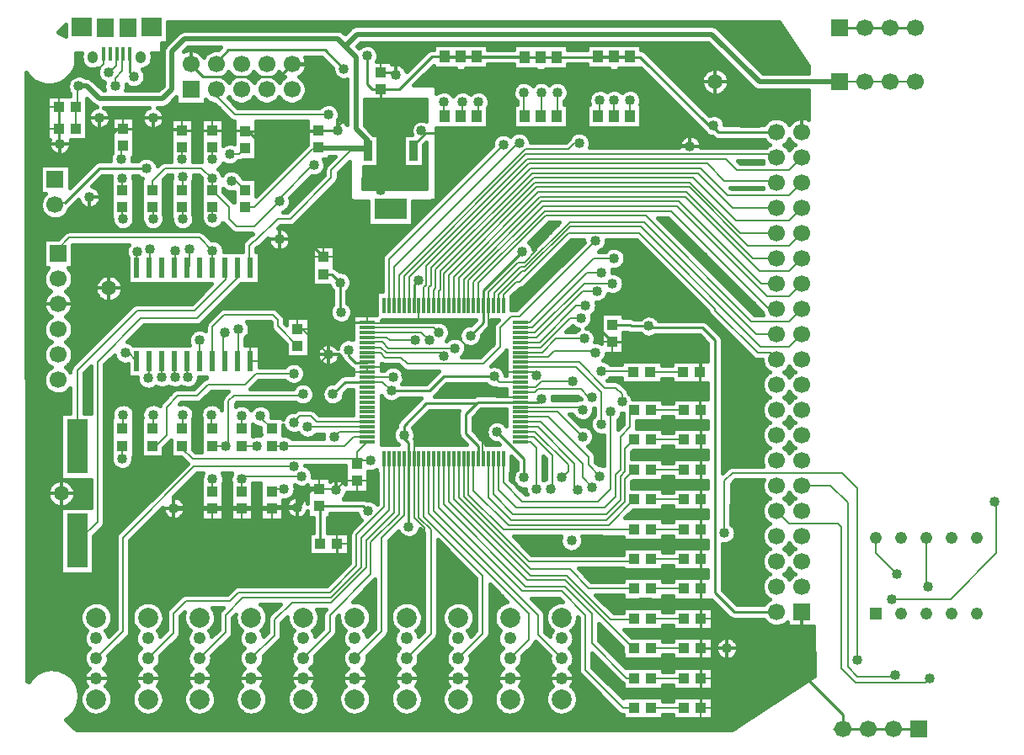
<source format=gbr>
G04 DipTrace 2.4.0.2*
%INTop.gbr*%
%MOIN*%
%ADD11C,0.006*%
%ADD13C,0.01*%
%ADD14C,0.008*%
%ADD15C,0.02*%
%ADD16C,0.0197*%
%ADD18C,0.013*%
%ADD19C,0.015*%
%ADD21R,0.0394X0.0433*%
%ADD22R,0.0433X0.0394*%
%ADD24R,0.0394X0.0461*%
%ADD25R,0.048X0.048*%
%ADD26C,0.048*%
%ADD29R,0.0669X0.0669*%
%ADD30C,0.0669*%
%ADD32O,0.0413X0.0492*%
%ADD33R,0.0787X0.0748*%
%ADD34R,0.0157X0.0531*%
%ADD35R,0.0709X0.0748*%
%ADD36C,0.0591*%
%ADD37C,0.0492*%
%ADD38C,0.0787*%
%ADD40R,0.063X0.0118*%
%ADD41R,0.0118X0.063*%
%ADD43R,0.0374X0.0846*%
%ADD44R,0.128X0.0846*%
%ADD47R,0.0236X0.0787*%
%ADD48R,0.0787X0.2165*%
%ADD49C,0.04*%
%FSLAX44Y44*%
G04*
G70*
G90*
G75*
G01*
%LNTop*%
%LPD*%
X-34709Y5344D2*
D13*
X-35593D1*
X-36062Y4875D1*
X-34709Y5344D2*
D14*
X-34097D1*
X-33753Y5000D1*
X-28646Y5344D2*
X-29469D1*
X-29688Y5563D1*
D13*
X-31687D1*
X-32250Y5000D1*
X-33753D1*
X-29563Y3375D2*
X-28500Y2312D1*
Y1562D1*
X-25003Y7608D2*
X-24295D1*
X-24250Y7562D1*
X-23563D1*
X-18502Y-3750D2*
X-20190D1*
X-20937Y-3003D1*
Y6999D1*
X-21440Y7501D1*
X-23501D1*
X-23563Y7562D1*
X-33063Y-375D2*
Y2306D1*
X-33056Y2313D1*
X-36625Y437D2*
X-34875D1*
X-34688Y250D1*
X-36566Y-1063D2*
Y379D1*
X-36625Y437D1*
X-33250Y3250D2*
Y3125D1*
X-33063Y2937D1*
Y2320D1*
X-28646Y4557D2*
X-27943D1*
X-27813Y4688D1*
X-30300Y2313D2*
Y2797D1*
X-30812Y3310D1*
Y4063D1*
X-30375Y4500D1*
X-30318Y4557D1*
X-28646D1*
X-33250Y3250D2*
Y3625D1*
X-32375Y4500D1*
X-30375D1*
X-33784Y14502D2*
Y14768D1*
X-34173Y15157D1*
Y16929D1*
X-28465Y18228D2*
X-27835D1*
X-27205D1*
X-21000Y15500D2*
Y15438D1*
X-20799Y15236D1*
X-18515D1*
X-18502Y15250D1*
X-40693Y17929D2*
Y18008D1*
X-40197Y18504D1*
X-36378D1*
X-35630Y17756D1*
X-34191Y12939D2*
Y14094D1*
X-33784Y14502D1*
X-16000Y19375D2*
X-15000D1*
X-14000D2*
X-15000D1*
X-14000D2*
X-13000D1*
X-14000D2*
D3*
X-36441Y9626D2*
X-36122D1*
X-35787Y9291D1*
X-34724Y18268D2*
Y17160D1*
X-34504Y16939D1*
X-34183D1*
X-34173Y16929D1*
X-33446D1*
X-32138Y18237D1*
X-31635D1*
X-31644Y18228D1*
X-28465D1*
X-27205D2*
X-23916D1*
X-21187Y15500D1*
X-21000D1*
X-32859Y8376D2*
Y9208D1*
X-32691Y9376D1*
X-35787Y9291D2*
Y8162D1*
X-35750Y8125D1*
X-35437Y6625D2*
Y6375D1*
X-35188Y6125D1*
X-34716D1*
X-34709Y6132D1*
X-30103Y8376D2*
Y7710D1*
X-30625Y7188D1*
X-31005Y18237D2*
X-31635D1*
X-31005D2*
X-30375D1*
X-28473D1*
X-28465Y18228D1*
X-27205D2*
X-25581D1*
X-25572Y18237D1*
X-24942D1*
X-24313D1*
X-30103Y8376D2*
Y8964D1*
X-28565Y10501D1*
X-43214Y2828D2*
D11*
Y2692D1*
X-42657Y3248D1*
Y4350D1*
X-42205Y4803D1*
X-41457D1*
X-41004Y5256D1*
X-39547D1*
X-39116Y5687D1*
X-37625D1*
X-39803Y7441D2*
Y6209D1*
X-39831Y6181D1*
X-44942Y17627D2*
X-44909D1*
X-44647Y17888D1*
Y18320D1*
X-44625Y18341D1*
X-40354Y7323D2*
Y7165D1*
X-40394Y7126D1*
Y6244D1*
X-40331Y6181D1*
X-44692Y17064D2*
Y17383D1*
X-44402Y17673D1*
Y18309D1*
X-44369Y18341D1*
X-21531Y5750D2*
D13*
Y4252D1*
X-21496D1*
Y3071D1*
Y1890D1*
Y709D1*
Y-472D1*
Y-1654D1*
Y-2835D1*
Y-4016D1*
Y-5197D1*
Y-6378D1*
Y-7559D1*
Y-5197D2*
X-20472D1*
X-36654Y15315D2*
X-35880D1*
X-35879Y15314D1*
Y15499D1*
X-35551Y15827D1*
Y16575D1*
X-36890Y17913D1*
X-37677D1*
X-37693Y17929D1*
X-41693D2*
Y17913D1*
X-41220Y17441D1*
X-38181D1*
X-37693Y17929D1*
X-32878Y14502D2*
Y14720D1*
X-32402Y15197D1*
X-24447D1*
X-24000Y14750D1*
X-21938D1*
Y14688D1*
X-45317Y15814D2*
X-43192D1*
X-34173Y17598D2*
X-33661D1*
X-33583Y17520D1*
X-17502Y-3750D2*
Y-4313D1*
X-18377Y-5188D1*
X-20464D1*
X-20472Y-5197D1*
X-15875Y-8375D2*
X-14875D1*
X-13875D1*
X-12875D1*
X-16250D2*
X-15875D1*
X-17502Y-3750D2*
Y-6192D1*
X-15875Y-7819D1*
Y-8375D1*
X-32566Y15314D2*
Y15197D1*
X-32402D1*
X-25003Y6938D2*
X-21938D1*
X-21500Y6500D1*
Y5781D1*
X-21531Y5750D1*
X-38192Y11001D2*
X-37147D1*
X-36441Y10295D1*
X-39552Y15269D2*
X-36700D1*
X-36654Y15315D1*
X-39552Y15269D2*
X-39394D1*
X-38938Y14813D1*
Y14250D1*
X-22437Y8938D2*
X-24500D1*
X-25562Y7875D1*
Y7498D1*
X-25003Y6938D1*
X-46924Y16252D2*
Y15377D1*
Y14843D1*
X-46875Y14794D1*
X-45198D1*
X-44616Y15377D1*
X-44380D1*
X-42101D1*
X-42032Y15308D1*
X-40851D1*
X-39592D1*
X-39552Y15269D1*
X-37480Y394D2*
D15*
X-38443D1*
X-38489Y347D1*
X-39670D2*
X-40851D1*
X-42277D1*
X-42283Y354D1*
X-42362D1*
X-36625Y1107D2*
D11*
X-35982D1*
X-35938Y1063D1*
X-29906Y8376D2*
Y7219D1*
X-29938Y7188D1*
X-35875Y-1750D2*
Y-1085D1*
X-35897Y-1063D1*
X-32859Y2313D2*
Y-16D1*
X-32438Y-437D1*
Y-1438D1*
X-32625Y-1625D1*
X-39670Y347D2*
D15*
X-38489D1*
X-36625Y1107D2*
X-36956D1*
X-37313Y750D1*
Y562D1*
X-37480Y394D1*
X-36254Y6438D2*
D11*
Y6934D1*
X-35500Y7687D1*
X-34728D1*
X-34709Y7707D1*
Y5935D2*
Y5751D1*
X-35941D1*
X-36066D1*
X-36504Y6188D1*
X-36254Y6438D1*
X-35929Y5738D2*
X-35941Y5751D1*
X-39331Y6181D2*
X-36511D1*
X-35125Y1437D2*
X-35563D1*
X-35938Y1063D1*
X-34709Y5935D2*
X-33497D1*
X-33188Y5625D1*
X-32662Y8376D2*
Y7838D1*
X-32812Y7687D1*
X-34690D1*
X-34709Y7707D1*
X-28646Y4754D2*
X-29566D1*
X-29750Y4938D1*
X-30128Y3188D2*
Y2338D1*
X-30103Y2313D1*
X-32859D2*
Y3391D1*
X-32312Y3938D1*
X-28646Y5738D2*
X-28113D1*
X-28000Y5625D1*
X-32812Y7687D2*
X-31687D1*
X-30750Y6750D1*
X-30375D1*
X-29938Y7188D1*
X-29906Y8376D2*
Y8910D1*
X-28728Y10089D1*
X-28478D1*
X-28003Y10564D1*
Y10939D1*
X-27815Y11126D1*
X-34441Y10189D2*
Y8746D1*
X-35500Y7687D1*
X-45437Y-6379D2*
X-43390D1*
X-41343D1*
X-39295D1*
X-37248D1*
X-35201D1*
X-33154D1*
X-31106D1*
X-29059D1*
X-27012D2*
X-29059D1*
X-37464Y7460D2*
X-37276D1*
X-36254Y6438D1*
X-45137Y18341D2*
Y17932D1*
X-45505Y17564D1*
Y17377D1*
X-34709Y7510D2*
X-32075D1*
X-31878Y7313D1*
X-32250Y7000D2*
X-32563Y7313D1*
X-34709D1*
X-32812Y7000D2*
X-33812D1*
X-33937Y7125D1*
X-34700D1*
X-34709Y7116D1*
X-31250Y6688D2*
X-33875D1*
X-34125Y6938D1*
X-34728D1*
X-34709Y6919D1*
Y6722D2*
X-34160D1*
X-33937Y6500D1*
X-31813D1*
X-31688Y6375D1*
X-34709Y6525D2*
Y6500D1*
X-34187D1*
X-34000Y6313D1*
X-33375D1*
X-33125Y6062D1*
X-30125D1*
X-29437Y6750D1*
Y7500D1*
X-28999Y7938D1*
X-28691D1*
X-25690Y10939D1*
X-34709Y3770D2*
X-36707D1*
X-36938Y4000D1*
X-37375D1*
X-37625Y3750D1*
Y2000D2*
X-41563D1*
X-44375Y-812D1*
Y-4530D1*
X-45437Y-5592D1*
X-34040Y2313D2*
Y401D1*
X-35129Y-688D1*
Y-1938D1*
X-36191Y-3000D1*
X-39816D1*
X-40129Y-3313D1*
X-41879D1*
X-42379Y-3813D1*
Y-4582D1*
X-43390Y-5592D1*
X-33843Y2313D2*
Y285D1*
X-34941Y-813D1*
Y-2000D1*
X-36128Y-3188D1*
X-39629D1*
X-40317Y-3875D1*
Y-4566D1*
X-41343Y-5592D1*
X-33646Y2313D2*
Y170D1*
X-34754Y-938D1*
Y-2000D1*
X-36128Y-3375D1*
X-37691D1*
X-38379Y-4063D1*
Y-4676D1*
X-39295Y-5592D1*
X-33449Y2313D2*
Y117D1*
X-34566Y-1000D1*
Y-2250D1*
X-36191Y-3875D1*
Y-4535D1*
X-37248Y-5592D1*
X-33253Y2313D2*
Y63D1*
X-34129Y-813D1*
Y-4520D1*
X-35201Y-5592D1*
X-32662Y2313D2*
Y-29D1*
X-32191Y-500D1*
Y-4629D1*
X-33154Y-5592D1*
X-32465Y2313D2*
Y24D1*
X-30128Y-2313D1*
Y-4614D1*
X-31106Y-5592D1*
X-32268Y2313D2*
Y140D1*
X-28315Y-3813D1*
Y-4848D1*
X-29059Y-5592D1*
X-32071Y2313D2*
Y256D1*
X-27940Y-3875D1*
Y-4663D1*
X-27012Y-5592D1*
X-24134Y-7559D2*
X-24569D1*
X-26065Y-6063D1*
Y-3875D1*
X-27003Y-2938D1*
X-28565D1*
X-31878Y375D1*
Y2309D1*
X-31875Y2313D1*
X-24134Y-6378D2*
X-24438D1*
X-25815Y-5001D1*
Y-3813D1*
X-26878Y-2750D1*
X-28440D1*
X-31691Y500D1*
Y2300D1*
X-31678Y2313D1*
X-31481D2*
Y603D1*
X-28378Y-2500D1*
X-26878D1*
X-24190Y-5188D1*
X-24125D1*
X-24134Y-5197D1*
X-31284Y2313D2*
Y718D1*
X-28253Y-2313D1*
X-26815D1*
X-25065Y-4063D1*
X-24181D1*
X-24134Y-4016D1*
X-31087Y2313D2*
Y772D1*
X-28253Y-2063D1*
X-26690D1*
X-25940Y-2813D1*
X-24156D1*
X-24134Y-2835D1*
X-30890Y2313D2*
Y825D1*
X-28315Y-1750D1*
X-24230D1*
X-24134Y-1654D1*
X-30694Y2313D2*
Y878D1*
X-29316Y-500D1*
X-24161D1*
X-24134Y-472D1*
X-30497Y2313D2*
Y1059D1*
X-29125Y-313D1*
X-25155D1*
X-24134Y709D1*
X-29906Y2313D2*
Y781D1*
X-29000Y-125D1*
X-25250D1*
X-24503Y622D1*
Y1521D1*
X-24134Y1890D1*
X-29709Y2313D2*
Y897D1*
X-28937Y125D1*
X-25250D1*
X-24690Y685D1*
Y1622D1*
X-24500Y1812D1*
Y2705D1*
X-24134Y3071D1*
X-29512Y2313D2*
Y1075D1*
X-28813Y375D1*
X-25313D1*
X-24878Y810D1*
Y1688D1*
X-24688Y1878D1*
Y3187D1*
X-24312Y3563D1*
Y4073D1*
X-24134Y4252D1*
X-25440Y5768D2*
X-24188D1*
X-24169Y5750D1*
X-29316Y2313D2*
Y1378D1*
X-28563Y625D1*
X-25562D1*
X-25062Y1125D1*
Y4188D1*
X-28646Y2982D2*
X-28232D1*
X-28000Y2750D1*
Y1125D1*
X-9876Y625D2*
X-9814D1*
Y-1438D1*
X-11626Y-3250D1*
X-13939D1*
X-27437Y1125D2*
X-27375D1*
Y2438D1*
X-28125Y3188D1*
X-28638D1*
X-28646Y3179D1*
Y3376D2*
X-28063D1*
X-26750Y2063D1*
Y1812D1*
X-27000Y1562D1*
X-28646Y3573D2*
X-27948D1*
X-26500Y2125D1*
Y1187D1*
X-26375Y1062D1*
X-28646Y3770D2*
X-27832D1*
X-26188Y2125D1*
Y1563D1*
X-25812Y1188D1*
X-28646Y3966D2*
X-27529D1*
X-25938Y2375D1*
Y2063D1*
X-25500Y1625D1*
X-28646Y4163D2*
X-27163D1*
X-26187Y3188D1*
X-28646Y4360D2*
X-26235D1*
X-26125Y4250D1*
X-26187D1*
X-12439Y-6376D2*
X-12626Y-6563D1*
X-15377D1*
X-15939Y-6001D1*
Y-375D1*
X-16064Y-250D1*
X-18002D1*
X-18502Y250D1*
X-28646Y4951D2*
Y4938D1*
X-28063D1*
X-27938Y5063D1*
X-26250D1*
X-25937Y4750D1*
X-25812D1*
X-17502Y1250D2*
X-16376D1*
X-15689Y563D1*
Y-5938D1*
X-15314Y-6313D1*
X-13876D1*
X-13814Y-6251D1*
X-28646Y5148D2*
X-28040D1*
X-27813Y5375D1*
X-26562D1*
X-20565Y-625D2*
Y1435D1*
X-20245Y1755D1*
X-15926D1*
X-15314Y1143D1*
Y-5670D1*
X-28646Y5935D2*
X-26435D1*
X-25438Y4938D1*
Y3687D1*
X-28646Y6132D2*
X-26319D1*
X-25313Y5125D1*
X-24875D1*
X-24625Y4875D1*
Y4562D1*
X-28646Y6329D2*
X-27546D1*
X-27313Y6563D1*
X-25875D1*
X-25750Y6438D1*
X-25625D1*
X-25687Y6500D1*
X-28646Y6525D2*
X-27787D1*
X-27250Y7063D1*
X-26125D1*
X-28646Y6722D2*
X-27840D1*
X-26687Y7875D1*
X-26250D1*
X-28646Y6919D2*
X-27893D1*
X-26438Y8375D1*
X-26062D1*
X-28646Y7116D2*
X-28009D1*
X-26187Y8937D1*
X-25625D1*
X-28646Y7313D2*
X-28062D1*
X-26125Y9250D1*
X-25000D1*
X-28646Y7510D2*
X-28178D1*
X-26000Y9688D1*
X-25438D1*
X-28646Y7707D2*
X-28293D1*
X-25750Y10250D1*
X-24937D1*
X-29316Y8376D2*
Y8813D1*
X-28801Y9328D1*
X-28676D1*
X-26754Y11250D1*
X-23937D1*
X-20937Y8250D1*
Y8186D1*
X-19252Y6501D1*
X-18753D1*
X-18502Y6250D1*
X-29512Y8376D2*
Y8804D1*
X-28587Y9729D1*
X-28462D1*
X-26692Y11500D1*
X-23876D1*
X-19127Y6751D1*
X-18001D1*
X-17502Y7250D1*
X-29709Y8376D2*
X-29688D1*
Y8879D1*
X-28652Y9914D1*
X-28465D1*
X-26692Y11688D1*
X-23751D1*
X-19313Y7250D1*
X-18502D1*
X-30300Y8376D2*
Y9267D1*
X-27629Y11938D1*
X-23689D1*
X-19502Y7751D1*
X-18001D1*
X-17502Y8250D1*
X-30497Y8376D2*
Y9316D1*
X-27687Y12125D1*
X-22689D1*
X-18813Y8250D1*
X-18502D1*
X-30694Y8376D2*
Y9369D1*
X-27750Y12313D1*
X-22439D1*
X-18877Y8751D1*
X-18001D1*
X-17502Y9250D1*
X-30890Y8376D2*
Y9422D1*
X-27813Y12500D1*
X-22376D1*
X-19126Y9250D1*
X-18502D1*
X-31087Y8376D2*
Y9475D1*
X-27875Y12688D1*
X-22126D1*
X-19190Y9751D1*
X-18000D1*
X-17502Y10250D1*
X-31284Y8376D2*
Y9528D1*
X-27937Y12875D1*
X-22063D1*
X-19438Y10250D1*
X-18502D1*
X-31481Y8376D2*
Y9582D1*
X-28000Y13062D1*
X-21938D1*
X-19627Y10751D1*
X-18000D1*
X-17502Y11250D1*
X-31678Y8376D2*
Y9635D1*
X-28063Y13250D1*
X-21937D1*
X-19937Y11250D1*
X-18502D1*
X-31875Y8376D2*
Y8938D1*
X-31812Y9000D1*
Y9750D1*
X-28125Y13437D1*
X-21812D1*
X-20126Y11751D1*
X-18000D1*
X-17502Y12250D1*
X-32071Y8376D2*
Y8991D1*
X-32000Y9062D1*
Y9812D1*
X-28187Y13625D1*
X-21625D1*
X-20250Y12250D1*
X-18502D1*
X-32268Y8376D2*
Y9107D1*
X-32188Y9187D1*
Y9875D1*
X-28250Y13812D1*
X-21500D1*
X-20439Y12751D1*
X-18000D1*
X-17502Y13250D1*
X-32465Y8376D2*
Y9097D1*
X-32375Y9188D1*
Y9937D1*
X-28312Y14000D1*
X-21250D1*
X-20562Y13312D1*
X-18565D1*
X-18502Y13250D1*
X-33056Y8376D2*
Y9511D1*
X-28379Y14188D1*
X-20500D1*
X-20064Y13751D1*
X-18000D1*
X-17502Y14250D1*
X-33253Y8376D2*
Y9560D1*
X-28437Y14375D1*
X-18627D1*
X-18502Y14250D1*
X-26313Y14813D2*
X-26500D1*
X-26750Y14563D1*
X-28437D1*
X-33438Y9562D1*
Y8388D1*
X-33449Y8376D1*
X-33646D2*
Y9921D1*
X-28755Y14813D1*
X-28687D1*
X-33843Y8376D2*
Y10219D1*
X-29311Y14752D1*
X-40313Y2812D2*
X-40836D1*
X-40851Y2828D1*
X-40827Y1496D2*
Y1041D1*
X-40851Y1017D1*
Y2828D2*
Y2812D1*
X-40375D1*
X-40197Y2991D1*
Y4606D1*
X-39980Y4823D1*
X-37302D1*
X-37250Y4875D1*
X-42008Y13465D2*
Y12970D1*
X-42032Y12946D1*
X-42047Y14173D2*
Y14624D1*
X-42032Y14639D1*
X-23500Y5750D2*
X-22201D1*
X-23465Y4252D2*
X-22165D1*
X-23465Y3071D2*
X-22165D1*
X-34709Y5541D2*
X-33691D1*
X-23465Y1890D2*
X-22165D1*
X-23465Y709D2*
X-22165D1*
X-23465Y-472D2*
X-22165D1*
X-23465Y-1654D2*
X-22165D1*
X-23465Y-2835D2*
X-22165D1*
X-23465Y-4016D2*
X-22165D1*
X-23465Y-7559D2*
X-22165D1*
X-23465Y-6378D2*
X-22165D1*
X-23465Y-5197D2*
X-22165D1*
X-46192Y-938D2*
X-46130D1*
X-45380Y-188D1*
Y6156D1*
X-43661Y7874D1*
X-41457D1*
X-39803Y9528D1*
Y9854D1*
X-39831Y9882D1*
X-46192Y2803D2*
Y5816D1*
X-43819Y8189D1*
X-41535D1*
X-40315Y9409D1*
Y9866D1*
X-40331Y9882D1*
X-40827Y10551D2*
X-40831Y9882D1*
X-40079Y13307D2*
X-39913D1*
X-39552Y12946D1*
X-40157Y14370D2*
X-39781D1*
X-39552Y14599D1*
X-46942Y10439D2*
Y10626D1*
X-46505Y11064D1*
X-41339D1*
X-40827Y10551D1*
X-41754Y10626D2*
Y9958D1*
X-41831Y9882D1*
X-40827Y11850D2*
Y12252D1*
X-40851Y12277D1*
X-43317Y10626D2*
Y9896D1*
X-43331Y9882D1*
X-43189Y11811D2*
Y12252D1*
X-43214Y12277D1*
X-43831Y9882D2*
Y10500D1*
X-43819Y10512D1*
X-44395Y12277D2*
Y11836D1*
X-44370Y11811D1*
X-41331Y6181D2*
Y7000D1*
X-41339Y7008D1*
X-38938Y4000D2*
Y3945D1*
X-38489Y3497D1*
X-41831Y6181D2*
Y5571D1*
X-41811Y5551D1*
X-39685Y4016D2*
Y3512D1*
X-39670Y3497D1*
X-42331Y6181D2*
Y5559D1*
X-42323Y5551D1*
X-40866Y4055D2*
Y3512D1*
X-40851Y3497D1*
X-42831Y6181D2*
X-42835Y5551D1*
X-42008Y4055D2*
Y3522D1*
X-42032Y3497D1*
X-43331Y6181D2*
Y5549D1*
X-43380Y5501D1*
X-43189Y4055D2*
Y3522D1*
X-43214Y3497D1*
X-44291Y6496D2*
X-44146D1*
X-43831Y6181D1*
X-44370Y4055D2*
Y3522D1*
X-44395Y3497D1*
X-42323Y10551D2*
Y9890D1*
X-42331Y9882D1*
X-42008Y11811D2*
Y12252D1*
X-42032Y12277D1*
X-44409Y13425D2*
Y12961D1*
X-44395Y12946D1*
X-44442Y14189D2*
Y14707D1*
X-44380D1*
X-30313Y16437D2*
Y15937D1*
X-30375Y15875D1*
X-30938Y16437D2*
Y15942D1*
X-31005Y15875D1*
X-31688Y16437D2*
Y15928D1*
X-31635Y15875D1*
X-24313D2*
Y16500D1*
X-24942Y15875D2*
Y16495D1*
X-24938Y16500D1*
X-25500D2*
Y15947D1*
X-25572Y15875D1*
X-44114Y18341D2*
D13*
Y17611D1*
D11*
X-43942Y17439D1*
X-43442Y13814D2*
D13*
X-45317D1*
X-46692Y12439D1*
D11*
X-47005D1*
X-47067Y12376D1*
X-40831Y6181D2*
Y7549D1*
X-40379Y8001D1*
X-38442D1*
X-38254Y7813D1*
Y7582D1*
X-37464Y6791D1*
X-27813Y16812D2*
Y15866D1*
X-27835D1*
X-27188Y16812D2*
Y15883D1*
X-27205Y15866D1*
X-28500Y16813D2*
Y15866D1*
X-28465D1*
X-14564Y-813D2*
Y-1438D1*
X-13751Y-2250D1*
X-12564Y-813D2*
Y-2688D1*
X-12501Y-2750D1*
X-44409Y2323D2*
Y2813D1*
X-44395Y2828D1*
X-38000Y2813D2*
X-38474D1*
X-38489Y2828D1*
X-35610D1*
X-35250Y3188D1*
X-34718D1*
X-34709Y3179D1*
X-38000Y1125D2*
X-38381D1*
X-38489Y1017D1*
X-40851Y14639D2*
X-40827D1*
Y14173D1*
X-40851Y13406D2*
Y12946D1*
X-43214D2*
Y13322D1*
X-42717Y13819D1*
X-41265D1*
X-40851Y13406D1*
X-38192Y12501D2*
X-39192Y11501D1*
X-39879D1*
X-40192Y11814D1*
Y12278D1*
X-40859Y12946D1*
X-40851D1*
X-34709Y3376D2*
X-35812D1*
X-36000Y3188D1*
X-36816Y13939D2*
X-36879D1*
X-38192Y12626D1*
Y12501D1*
X-35125Y2107D2*
Y2566D1*
X-34709Y2982D1*
X-40693Y16929D2*
Y16693D1*
X-39938Y15938D1*
X-36254D1*
X-34562Y2250D2*
X-34982D1*
X-35125Y2107D1*
X-42032Y2828D2*
Y2720D1*
X-41625Y2312D1*
X-34919D1*
X-35125Y2107D1*
X-39062Y2812D2*
X-39655D1*
X-39670Y2828D1*
X-39687Y1500D2*
Y1034D1*
X-39670Y1017D1*
X-37062Y3563D2*
X-34720D1*
X-34709Y3573D1*
X-39687Y1500D2*
Y1625D1*
X-37313D1*
X-34689Y14502D2*
D16*
Y14627D1*
X-36556D1*
X-36654Y14724D1*
Y14646D1*
X-46130Y17064D2*
X-45799D1*
X-45297Y16562D1*
X-42823D1*
X-42441Y16944D1*
Y18440D1*
X-41944Y18937D1*
X-35866D1*
X-35587Y18658D1*
X-35157Y18228D1*
Y15394D1*
X-34689Y14926D1*
Y14502D1*
X-46255Y15377D2*
D11*
Y16252D1*
X-13000Y17250D2*
X-14000D1*
X-15000D1*
X-16000D1*
X-35587Y18658D2*
D15*
X-35119Y19125D1*
X-21063D1*
X-19188Y17250D1*
X-16000D1*
X-39552Y12277D2*
D11*
X-39166D1*
X-36879Y14564D1*
X-36735D1*
X-36654Y14646D1*
X-46130Y17064D2*
X-46192D1*
Y16189D1*
X-46255Y16252D1*
X-34689Y14502D2*
X-35379D1*
X-36129Y13751D1*
Y13439D1*
X-37754Y11814D1*
X-38254D1*
X-39129Y10939D1*
X-39192D1*
X-39379Y10751D1*
Y9930D1*
X-39331Y9882D1*
D49*
X-36062Y4875D3*
X-33753Y5000D3*
X-29688Y5563D3*
X-29563Y3375D3*
X-28500Y1562D3*
X-33063Y-375D3*
X-34688Y250D3*
X-33250Y3250D3*
X-27813Y4688D3*
X-33250Y3250D3*
X-32691Y9376D3*
X-35750Y8125D3*
X-35437Y6625D3*
X-30625Y7188D3*
X-32691Y9376D3*
X-28565Y10501D3*
X-32691Y9376D3*
X-32566Y15314D3*
X-38938Y14250D3*
X-22437Y8938D3*
X-29938Y7188D3*
X-35875Y-1750D3*
X-32625Y-1625D3*
X-33188Y5625D3*
X-29750Y4938D3*
X-30128Y3188D3*
X-32312Y3938D3*
D3*
X-28000Y5625D3*
D3*
X-29750Y4938D3*
X-27815Y11126D3*
X-34441Y10189D3*
X-45505Y17377D3*
X-31878Y7313D3*
X-32250Y7000D3*
X-32812D3*
X-31250Y6688D3*
X-31688Y6375D3*
X-25690Y10939D3*
X-37625Y3750D3*
Y2000D3*
X-25440Y5768D3*
X-28000Y1125D3*
X-9876Y625D3*
X-13939Y-3250D3*
X-27437Y1125D3*
X-27000Y1562D3*
X-26375Y1062D3*
X-25812Y1188D3*
X-25500Y1625D3*
X-12439Y-6376D3*
X-13814Y-6251D3*
X-26562Y5375D3*
X-20565Y-625D3*
X-15314Y-5670D3*
X-26313Y14813D3*
X-28687D3*
X-29311Y14752D3*
X-33691Y5541D3*
X-30313Y16437D3*
X-30938D3*
X-31688D3*
X-24313Y16500D3*
X-24938D3*
X-25500D3*
X-43942Y17439D3*
X-43442Y13814D3*
X-13751Y-2250D3*
X-12501Y-2750D3*
X-38000Y1125D3*
X-40827Y14173D3*
X-40851Y13406D3*
D3*
X-36000Y3188D3*
X-36816Y13939D3*
X-36254Y15938D3*
X-34562Y2250D3*
X-37062Y3563D3*
X-37313Y1625D3*
X-25062Y4188D3*
X-25687Y6500D3*
X-24625Y4562D3*
X-25438Y3687D3*
X-25812Y4750D3*
X-40313Y2812D3*
X-44409Y2323D3*
X-40354Y7323D3*
X-39803Y7441D3*
X-42047Y14173D3*
X-42008Y13465D3*
X-39062Y2812D3*
X-38000Y2813D3*
X-26187Y4250D3*
X-40827Y1496D3*
X-39687Y1500D3*
X-43189Y11811D3*
X-26187Y3188D3*
X-44442Y14189D3*
X-26125Y7063D3*
X-26250Y7875D3*
X-26062Y8375D3*
X-25625Y8937D3*
X-25000Y9250D3*
X-25438Y9688D3*
X-46130Y17064D3*
X-43819Y10512D3*
X-24937Y10250D3*
X-37250Y4875D3*
X-37625Y5687D3*
X-21000Y15500D3*
X-20472Y-5197D3*
X-44370Y11811D3*
X-43317Y10626D3*
X-42008Y11811D3*
X-42323Y10551D3*
X-41754Y10626D3*
X-40827Y11850D3*
Y10551D3*
X-44692Y17064D3*
X-44291Y6496D3*
X-40079Y13307D3*
X-44409Y13425D3*
X-40157Y14370D3*
X-44942Y17627D3*
X-44370Y4055D3*
X-27188Y16812D3*
X-43380Y5501D3*
X-43189Y4055D3*
X-42835Y5551D3*
X-42008Y4055D3*
X-42323Y5551D3*
X-40866Y4055D3*
X-41811Y5551D3*
X-39685Y4016D3*
X-41339Y7008D3*
X-38938Y4000D3*
X-38192Y12501D3*
X-27813Y16812D3*
X-28500Y16813D3*
X-37480Y394D3*
X-42362Y354D3*
X-36254Y6438D3*
X-46875Y14794D3*
X-35630Y17756D3*
X-34724Y18268D3*
X-35879Y15314D3*
X-34191Y12939D3*
X-35787Y9291D3*
X-21938Y14688D3*
X-23563Y7562D3*
X-38192Y11001D3*
X-43192Y15814D3*
X-45317D3*
X-33583Y17520D3*
X-26625Y-937D3*
X-45709Y12677D3*
X-35938Y1063D3*
X-42588Y19466D2*
D19*
X-18332D1*
X-46828Y19317D2*
X-46663D1*
X-42588D2*
X-35425D1*
X-20758D2*
X-18231D1*
X-46844Y19169D2*
X-46663D1*
X-42588D2*
X-42208D1*
X-20608D2*
X-18131D1*
X-42588Y19020D2*
X-42356D1*
X-20461D2*
X-18030D1*
X-42588Y18871D2*
X-42506D1*
X-20311D2*
X-17929D1*
X-42844Y18722D2*
X-42653D1*
X-35025D2*
X-21156D1*
X-20163D2*
X-17831D1*
X-42844Y18574D2*
X-42770D1*
X-41812D2*
X-40553D1*
X-34392D2*
X-32088D1*
X-29922D2*
X-28917D1*
X-26751D2*
X-26024D1*
X-23859D2*
X-21009D1*
X-20015D2*
X-17730D1*
X-42844Y18425D2*
X-42794D1*
X-41386D2*
X-41001D1*
X-34298D2*
X-32376D1*
X-23686D2*
X-20859D1*
X-19865D2*
X-17629D1*
X-46216Y18276D2*
X-46042D1*
X-43209D2*
X-42796D1*
X-41219D2*
X-41167D1*
X-34268D2*
X-32526D1*
X-23538D2*
X-20711D1*
X-19718D2*
X-17528D1*
X-46214Y18128D2*
X-46040D1*
X-43212D2*
X-42796D1*
X-37139D2*
X-36428D1*
X-34291D2*
X-32674D1*
X-23388D2*
X-20563D1*
X-19568D2*
X-17427D1*
X-46235Y17979D2*
X-45998D1*
X-43254D2*
X-42796D1*
X-37104D2*
X-36278D1*
X-33719D2*
X-32821D1*
X-23240D2*
X-20413D1*
X-19420D2*
X-17327D1*
X-46275Y17830D2*
X-45881D1*
X-43371D2*
X-42796D1*
X-37111D2*
X-36131D1*
X-33255D2*
X-32971D1*
X-29922D2*
X-28917D1*
X-26751D2*
X-26024D1*
X-23090D2*
X-20266D1*
X-19270D2*
X-17261D1*
X-46340Y17682D2*
X-45395D1*
X-43558D2*
X-42796D1*
X-37158D2*
X-36079D1*
X-32266D2*
X-23795D1*
X-22943D2*
X-21276D1*
X-20604D2*
X-20116D1*
X-19122D2*
X-17261D1*
X-46437Y17533D2*
X-45388D1*
X-43495D2*
X-42796D1*
X-40261D2*
X-40124D1*
X-39260D2*
X-39126D1*
X-38262D2*
X-38125D1*
X-37261D2*
X-36025D1*
X-32416D2*
X-23648D1*
X-22795D2*
X-21412D1*
X-20468D2*
X-19968D1*
X-48187Y17384D2*
X-48035D1*
X-46575D2*
X-46448D1*
X-45670D2*
X-45325D1*
X-43490D2*
X-42796D1*
X-40326D2*
X-40061D1*
X-39326D2*
X-39060D1*
X-38325D2*
X-38060D1*
X-37326D2*
X-35882D1*
X-32564D2*
X-23498D1*
X-22645D2*
X-21475D1*
X-20405D2*
X-19818D1*
X-48187Y17236D2*
X-47819D1*
X-46790D2*
X-46551D1*
X-45476D2*
X-45161D1*
X-43535D2*
X-42796D1*
X-37190D2*
X-35512D1*
X-32714D2*
X-28640D1*
X-28362D2*
X-27951D1*
X-27672D2*
X-27327D1*
X-27049D2*
X-23350D1*
X-22497D2*
X-21492D1*
X-20388D2*
X-19670D1*
X-48187Y17087D2*
X-46586D1*
X-45328D2*
X-45147D1*
X-43662D2*
X-42796D1*
X-37125D2*
X-35512D1*
X-32048D2*
X-28860D1*
X-26826D2*
X-23200D1*
X-22347D2*
X-21466D1*
X-20414D2*
X-19523D1*
X-48187Y16938D2*
X-46567D1*
X-45178D2*
X-45132D1*
X-44255D2*
X-42942D1*
X-37101D2*
X-35512D1*
X-31952D2*
X-28938D1*
X-26749D2*
X-25563D1*
X-25436D2*
X-25000D1*
X-24875D2*
X-24377D1*
X-24248D2*
X-23052D1*
X-22200D2*
X-21388D1*
X-20489D2*
X-19340D1*
X-48187Y16790D2*
X-46490D1*
X-37120D2*
X-35512D1*
X-31406D2*
X-31218D1*
X-30656D2*
X-30592D1*
X-30033D2*
X-28956D1*
X-26733D2*
X-25849D1*
X-23965D2*
X-22902D1*
X-22050D2*
X-21227D1*
X-20653D2*
X-17252D1*
X-48187Y16641D2*
X-47397D1*
X-37179D2*
X-35512D1*
X-29906D2*
X-28921D1*
X-26765D2*
X-25933D1*
X-23880D2*
X-22755D1*
X-21902D2*
X-17249D1*
X-48187Y16492D2*
X-47397D1*
X-45783D2*
X-45720D1*
X-42398D2*
X-42283D1*
X-39305D2*
X-39081D1*
X-38304D2*
X-38083D1*
X-37303D2*
X-35512D1*
X-29859D2*
X-28818D1*
X-26869D2*
X-25956D1*
X-23857D2*
X-22605D1*
X-21752D2*
X-17249D1*
X-48187Y16343D2*
X-47397D1*
X-45783D2*
X-45574D1*
X-42546D2*
X-40741D1*
X-39944D2*
X-36440D1*
X-36068D2*
X-35512D1*
X-29866D2*
X-28785D1*
X-26901D2*
X-26024D1*
X-23859D2*
X-22457D1*
X-21605D2*
X-17247D1*
X-48187Y16195D2*
X-47397D1*
X-45783D2*
X-45555D1*
X-45080D2*
X-43429D1*
X-42954D2*
X-40593D1*
X-35880D2*
X-35512D1*
X-29922D2*
X-28917D1*
X-26751D2*
X-26024D1*
X-23859D2*
X-22310D1*
X-21457D2*
X-17245D1*
X-48187Y16046D2*
X-47397D1*
X-45783D2*
X-45707D1*
X-44927D2*
X-43581D1*
X-42801D2*
X-40443D1*
X-35812D2*
X-35512D1*
X-29922D2*
X-28917D1*
X-26751D2*
X-26024D1*
X-23859D2*
X-22160D1*
X-21307D2*
X-17245D1*
X-48187Y15897D2*
X-47397D1*
X-44869D2*
X-43640D1*
X-42745D2*
X-40295D1*
X-35801D2*
X-35512D1*
X-29922D2*
X-28917D1*
X-26751D2*
X-26024D1*
X-23859D2*
X-22012D1*
X-20794D2*
X-17242D1*
X-48187Y15749D2*
X-47397D1*
X-43926D2*
X-43642D1*
X-42740D2*
X-42485D1*
X-41580D2*
X-41303D1*
X-40399D2*
X-40148D1*
X-35789D2*
X-35512D1*
X-29922D2*
X-28917D1*
X-26751D2*
X-26024D1*
X-23859D2*
X-21862D1*
X-20620D2*
X-18803D1*
X-18201D2*
X-17802D1*
X-48187Y15600D2*
X-47397D1*
X-45783D2*
X-45716D1*
X-44918D2*
X-44833D1*
X-43926D2*
X-43593D1*
X-42792D2*
X-42485D1*
X-41580D2*
X-41303D1*
X-40399D2*
X-40005D1*
X-39101D2*
X-37106D1*
X-29922D2*
X-28917D1*
X-26751D2*
X-26024D1*
X-23859D2*
X-21714D1*
X-20555D2*
X-18974D1*
X-18030D2*
X-17974D1*
X-48187Y15451D2*
X-47397D1*
X-45783D2*
X-45583D1*
X-45051D2*
X-44833D1*
X-43926D2*
X-43457D1*
X-42926D2*
X-42485D1*
X-41580D2*
X-41303D1*
X-40399D2*
X-40005D1*
X-39101D2*
X-37106D1*
X-29922D2*
X-28917D1*
X-26751D2*
X-26024D1*
X-23859D2*
X-21564D1*
X-48185Y15303D2*
X-47397D1*
X-45783D2*
X-44833D1*
X-43926D2*
X-42485D1*
X-41580D2*
X-41303D1*
X-40399D2*
X-40005D1*
X-39101D2*
X-37106D1*
X-31952D2*
X-21417D1*
X-48185Y15154D2*
X-47397D1*
X-45783D2*
X-44833D1*
X-43926D2*
X-42485D1*
X-41580D2*
X-41303D1*
X-40399D2*
X-40005D1*
X-39101D2*
X-37106D1*
X-31952D2*
X-29507D1*
X-29116D2*
X-28982D1*
X-28394D2*
X-26606D1*
X-26018D2*
X-21288D1*
X-48185Y15005D2*
X-47397D1*
X-45783D2*
X-44833D1*
X-43926D2*
X-42485D1*
X-41580D2*
X-41303D1*
X-40399D2*
X-40005D1*
X-39101D2*
X-37106D1*
X-31952D2*
X-29688D1*
X-28275D2*
X-26725D1*
X-25901D2*
X-22258D1*
X-21616D2*
X-20990D1*
X-48185Y14857D2*
X-47327D1*
X-46425D2*
X-44833D1*
X-43926D2*
X-42485D1*
X-41580D2*
X-41303D1*
X-40399D2*
X-40005D1*
X-39101D2*
X-37106D1*
X-31952D2*
X-29753D1*
X-28235D2*
X-26854D1*
X-25858D2*
X-22359D1*
X-21515D2*
X-18937D1*
X-18065D2*
X-17936D1*
X-48185Y14708D2*
X-47322D1*
X-46427D2*
X-44833D1*
X-43926D2*
X-42485D1*
X-41580D2*
X-41303D1*
X-39101D2*
X-37134D1*
X-31952D2*
X-29765D1*
X-25870D2*
X-22394D1*
X-21483D2*
X-18864D1*
X-18138D2*
X-17866D1*
X-48185Y14559D2*
X-47263D1*
X-46488D2*
X-44833D1*
X-43926D2*
X-42485D1*
X-41580D2*
X-41303D1*
X-39101D2*
X-37281D1*
X-31952D2*
X-29901D1*
X-48185Y14410D2*
X-47109D1*
X-46643D2*
X-44838D1*
X-43926D2*
X-42485D1*
X-41580D2*
X-41303D1*
X-39101D2*
X-37431D1*
X-31952D2*
X-30051D1*
X-48185Y14262D2*
X-44892D1*
X-43926D2*
X-42494D1*
X-41580D2*
X-41303D1*
X-39101D2*
X-37579D1*
X-36201D2*
X-36016D1*
X-31952D2*
X-30199D1*
X-48185Y14113D2*
X-44892D1*
X-43992D2*
X-43781D1*
X-43104D2*
X-42499D1*
X-41594D2*
X-41277D1*
X-39682D2*
X-37727D1*
X-36396D2*
X-36166D1*
X-31952D2*
X-30349D1*
X-48185Y13964D2*
X-45592D1*
X-40422D2*
X-40345D1*
X-39970D2*
X-37877D1*
X-36361D2*
X-36313D1*
X-35517D2*
X-35430D1*
X-31952D2*
X-30496D1*
X-48185Y13816D2*
X-47657D1*
X-46476D2*
X-45742D1*
X-40554D2*
X-38024D1*
X-35667D2*
X-35430D1*
X-31952D2*
X-30644D1*
X-48185Y13667D2*
X-47657D1*
X-46476D2*
X-45890D1*
X-40481D2*
X-40349D1*
X-39808D2*
X-38174D1*
X-35815D2*
X-35430D1*
X-31952D2*
X-30794D1*
X-48185Y13518D2*
X-47657D1*
X-46476D2*
X-46040D1*
X-45187D2*
X-44856D1*
X-43964D2*
X-43785D1*
X-42619D2*
X-42461D1*
X-41555D2*
X-41362D1*
X-39677D2*
X-38322D1*
X-36670D2*
X-36447D1*
X-35843D2*
X-35430D1*
X-31952D2*
X-30942D1*
X-48185Y13370D2*
X-47657D1*
X-46476D2*
X-46188D1*
X-45335D2*
X-44861D1*
X-43943D2*
X-43666D1*
X-42762D2*
X-42485D1*
X-41562D2*
X-41306D1*
X-39101D2*
X-38472D1*
X-37050D2*
X-36597D1*
X-35852D2*
X-35430D1*
X-31952D2*
X-31092D1*
X-48185Y13221D2*
X-47657D1*
X-46476D2*
X-46338D1*
X-45485D2*
X-44847D1*
X-43943D2*
X-43666D1*
X-42762D2*
X-42485D1*
X-41580D2*
X-41303D1*
X-39101D2*
X-38620D1*
X-37200D2*
X-36745D1*
X-35948D2*
X-35430D1*
X-31952D2*
X-31239D1*
X-48185Y13072D2*
X-47657D1*
X-45499D2*
X-44847D1*
X-43943D2*
X-43666D1*
X-42762D2*
X-42485D1*
X-41580D2*
X-41303D1*
X-39101D2*
X-38770D1*
X-37347D2*
X-36892D1*
X-36098D2*
X-35430D1*
X-31952D2*
X-31389D1*
X-48183Y12924D2*
X-47657D1*
X-45328D2*
X-44847D1*
X-43943D2*
X-43666D1*
X-42762D2*
X-42485D1*
X-41580D2*
X-41303D1*
X-40399D2*
X-40312D1*
X-39101D2*
X-38917D1*
X-37495D2*
X-37042D1*
X-36246D2*
X-35430D1*
X-31952D2*
X-31537D1*
X-48183Y12775D2*
X-47498D1*
X-45265D2*
X-44847D1*
X-43943D2*
X-43666D1*
X-42762D2*
X-42485D1*
X-41580D2*
X-41303D1*
X-40291D2*
X-40005D1*
X-37645D2*
X-37190D1*
X-36394D2*
X-35430D1*
X-31952D2*
X-31685D1*
X-48183Y12626D2*
X-47601D1*
X-45255D2*
X-44847D1*
X-43943D2*
X-43666D1*
X-42762D2*
X-42485D1*
X-41580D2*
X-41303D1*
X-40141D2*
X-40005D1*
X-37753D2*
X-37340D1*
X-36544D2*
X-35418D1*
X-31964D2*
X-31835D1*
X-48183Y12478D2*
X-47650D1*
X-46228D2*
X-46117D1*
X-45300D2*
X-44847D1*
X-43943D2*
X-43666D1*
X-42762D2*
X-42485D1*
X-41580D2*
X-41303D1*
X-37737D2*
X-37488D1*
X-36691D2*
X-34680D1*
X-32887D2*
X-31982D1*
X-48183Y12329D2*
X-47655D1*
X-46376D2*
X-45993D1*
X-45424D2*
X-44847D1*
X-43943D2*
X-43666D1*
X-42762D2*
X-42485D1*
X-41580D2*
X-41303D1*
X-37772D2*
X-37638D1*
X-36841D2*
X-34680D1*
X-32887D2*
X-32132D1*
X-48183Y12180D2*
X-47624D1*
X-46512D2*
X-44847D1*
X-43943D2*
X-43666D1*
X-42762D2*
X-42485D1*
X-41580D2*
X-41303D1*
X-37875D2*
X-37785D1*
X-36989D2*
X-34680D1*
X-32887D2*
X-32280D1*
X-48183Y12031D2*
X-47542D1*
X-46591D2*
X-44847D1*
X-43943D2*
X-43666D1*
X-42762D2*
X-42485D1*
X-41580D2*
X-41303D1*
X-37139D2*
X-34680D1*
X-32887D2*
X-32430D1*
X-48183Y11883D2*
X-47378D1*
X-46758D2*
X-44847D1*
X-43919D2*
X-43666D1*
X-42738D2*
X-42485D1*
X-41557D2*
X-41303D1*
X-37287D2*
X-34680D1*
X-32887D2*
X-32577D1*
X-48183Y11734D2*
X-44819D1*
X-43922D2*
X-43638D1*
X-42740D2*
X-42456D1*
X-41559D2*
X-41268D1*
X-37437D2*
X-34680D1*
X-32887D2*
X-32727D1*
X-23088D2*
X-22696D1*
X-48183Y11585D2*
X-44765D1*
X-43976D2*
X-43584D1*
X-42794D2*
X-42402D1*
X-41613D2*
X-41193D1*
X-40460D2*
X-40360D1*
X-37594D2*
X-34680D1*
X-27583D2*
X-27192D1*
X-22938D2*
X-22546D1*
X-48183Y11437D2*
X-44617D1*
X-44121D2*
X-43436D1*
X-42942D2*
X-42255D1*
X-41761D2*
X-40994D1*
X-40659D2*
X-40213D1*
X-38109D2*
X-33023D1*
X-27731D2*
X-27339D1*
X-22790D2*
X-22399D1*
X-48183Y11288D2*
X-46670D1*
X-41172D2*
X-40061D1*
X-37842D2*
X-33173D1*
X-27881D2*
X-27489D1*
X-22640D2*
X-22249D1*
X-48183Y11139D2*
X-46827D1*
X-41018D2*
X-39388D1*
X-37758D2*
X-33320D1*
X-28029D2*
X-27637D1*
X-22493D2*
X-22101D1*
X-48183Y10991D2*
X-47533D1*
X-40776D2*
X-39538D1*
X-37737D2*
X-33470D1*
X-28179D2*
X-27787D1*
X-22343D2*
X-21953D1*
X-48183Y10842D2*
X-47533D1*
X-40481D2*
X-39649D1*
X-38829D2*
X-38617D1*
X-37765D2*
X-33618D1*
X-28270D2*
X-27935D1*
X-26763D2*
X-26186D1*
X-25244D2*
X-23927D1*
X-22195D2*
X-21803D1*
X-48183Y10693D2*
X-47533D1*
X-46352D2*
X-44235D1*
X-40394D2*
X-39665D1*
X-39000D2*
X-38521D1*
X-37861D2*
X-36895D1*
X-35988D2*
X-33768D1*
X-28153D2*
X-28085D1*
X-26913D2*
X-26334D1*
X-25310D2*
X-23779D1*
X-22047D2*
X-21656D1*
X-48183Y10545D2*
X-47533D1*
X-46352D2*
X-44273D1*
X-40371D2*
X-39665D1*
X-39094D2*
X-36895D1*
X-35988D2*
X-33916D1*
X-27061D2*
X-26481D1*
X-25476D2*
X-25281D1*
X-24595D2*
X-23629D1*
X-21897D2*
X-21506D1*
X-48180Y10396D2*
X-47533D1*
X-46352D2*
X-44259D1*
X-38958D2*
X-36895D1*
X-35988D2*
X-34063D1*
X-27211D2*
X-26631D1*
X-24506D2*
X-23481D1*
X-21750D2*
X-21358D1*
X-48180Y10247D2*
X-47533D1*
X-46352D2*
X-44205D1*
X-38958D2*
X-36895D1*
X-35988D2*
X-34127D1*
X-27358D2*
X-26779D1*
X-24483D2*
X-23334D1*
X-21600D2*
X-21208D1*
X-48180Y10099D2*
X-47533D1*
X-46352D2*
X-44205D1*
X-38958D2*
X-36895D1*
X-35988D2*
X-34129D1*
X-27508D2*
X-26929D1*
X-24508D2*
X-23184D1*
X-21452D2*
X-21060D1*
X-48180Y9950D2*
X-47533D1*
X-46352D2*
X-44205D1*
X-38958D2*
X-36895D1*
X-35988D2*
X-34129D1*
X-27656D2*
X-27077D1*
X-24600D2*
X-23036D1*
X-21302D2*
X-20913D1*
X-48180Y9801D2*
X-47404D1*
X-46481D2*
X-44205D1*
X-38958D2*
X-36895D1*
X-35871D2*
X-34129D1*
X-27804D2*
X-27227D1*
X-24996D2*
X-22886D1*
X-21155D2*
X-20763D1*
X-48180Y9652D2*
X-47491D1*
X-46392D2*
X-44205D1*
X-38958D2*
X-36895D1*
X-35519D2*
X-34129D1*
X-27954D2*
X-27374D1*
X-24806D2*
X-22738D1*
X-21005D2*
X-20615D1*
X-48180Y9504D2*
X-47528D1*
X-46355D2*
X-45264D1*
X-44622D2*
X-44205D1*
X-38958D2*
X-36895D1*
X-35386D2*
X-34129D1*
X-28101D2*
X-27522D1*
X-24626D2*
X-22588D1*
X-20857D2*
X-20465D1*
X-48180Y9355D2*
X-47526D1*
X-46357D2*
X-45407D1*
X-44477D2*
X-44205D1*
X-38958D2*
X-36895D1*
X-35337D2*
X-34129D1*
X-28251D2*
X-27672D1*
X-24558D2*
X-22441D1*
X-20709D2*
X-20317D1*
X-48180Y9206D2*
X-47484D1*
X-46401D2*
X-45473D1*
X-44412D2*
X-40917D1*
X-39726D2*
X-36895D1*
X-35339D2*
X-34129D1*
X-28399D2*
X-27820D1*
X-24546D2*
X-22293D1*
X-20559D2*
X-20167D1*
X-48180Y9058D2*
X-47390D1*
X-46495D2*
X-45494D1*
X-44390D2*
X-41064D1*
X-39874D2*
X-36175D1*
X-35397D2*
X-34129D1*
X-28638D2*
X-27970D1*
X-24588D2*
X-22143D1*
X-20412D2*
X-20020D1*
X-48180Y8909D2*
X-47289D1*
X-46596D2*
X-45470D1*
X-44414D2*
X-41214D1*
X-40024D2*
X-36093D1*
X-35482D2*
X-34354D1*
X-28821D2*
X-28117D1*
X-24705D2*
X-21995D1*
X-20262D2*
X-19870D1*
X-48180Y8760D2*
X-47435D1*
X-46451D2*
X-45400D1*
X-44484D2*
X-41362D1*
X-40172D2*
X-36093D1*
X-35482D2*
X-34354D1*
X-28971D2*
X-28267D1*
X-25207D2*
X-21845D1*
X-20114D2*
X-19722D1*
X-48180Y8612D2*
X-47507D1*
X-46378D2*
X-45245D1*
X-44639D2*
X-41512D1*
X-40322D2*
X-36093D1*
X-35482D2*
X-34354D1*
X-29001D2*
X-28415D1*
X-25312D2*
X-21698D1*
X-19964D2*
X-19574D1*
X-48180Y8463D2*
X-47533D1*
X-46352D2*
X-41660D1*
X-40469D2*
X-36093D1*
X-35451D2*
X-34354D1*
X-29001D2*
X-28565D1*
X-25615D2*
X-21548D1*
X-19816D2*
X-19424D1*
X-48180Y8314D2*
X-47519D1*
X-46366D2*
X-44092D1*
X-40619D2*
X-36163D1*
X-35337D2*
X-34354D1*
X-29001D2*
X-28713D1*
X-25610D2*
X-21400D1*
X-19669D2*
X-19277D1*
X-48180Y8166D2*
X-47465D1*
X-46420D2*
X-44240D1*
X-40767D2*
X-40612D1*
X-38208D2*
X-36203D1*
X-35297D2*
X-34354D1*
X-25659D2*
X-21250D1*
X-19519D2*
X-19127D1*
X-48178Y8017D2*
X-47350D1*
X-46535D2*
X-44390D1*
X-40915D2*
X-40762D1*
X-38060D2*
X-36192D1*
X-35308D2*
X-34354D1*
X-25790D2*
X-25455D1*
X-24551D2*
X-21163D1*
X-48178Y7868D2*
X-47341D1*
X-46544D2*
X-44538D1*
X-41065D2*
X-40910D1*
X-37973D2*
X-37917D1*
X-37010D2*
X-36124D1*
X-35376D2*
X-35280D1*
X-25795D2*
X-25455D1*
X-24152D2*
X-23896D1*
X-23229D2*
X-21018D1*
X-48178Y7720D2*
X-47460D1*
X-46425D2*
X-44685D1*
X-41212D2*
X-41057D1*
X-39447D2*
X-38559D1*
X-37969D2*
X-37915D1*
X-37010D2*
X-35938D1*
X-35562D2*
X-35280D1*
X-31692D2*
X-30520D1*
X-29798D2*
X-29615D1*
X-25823D2*
X-25455D1*
X-21234D2*
X-20868D1*
X-48178Y7571D2*
X-47517D1*
X-46366D2*
X-44835D1*
X-43565D2*
X-41116D1*
X-39368D2*
X-38540D1*
X-37010D2*
X-35280D1*
X-31505D2*
X-30857D1*
X-29833D2*
X-29713D1*
X-25915D2*
X-25455D1*
X-21084D2*
X-20720D1*
X-48178Y7422D2*
X-47533D1*
X-46352D2*
X-44983D1*
X-43715D2*
X-41505D1*
X-41172D2*
X-41116D1*
X-39347D2*
X-38488D1*
X-37010D2*
X-35280D1*
X-31437D2*
X-31014D1*
X-29965D2*
X-29723D1*
X-26742D2*
X-26395D1*
X-25856D2*
X-25455D1*
X-20934D2*
X-20570D1*
X-48178Y7273D2*
X-47510D1*
X-46376D2*
X-45133D1*
X-43863D2*
X-41706D1*
X-39380D2*
X-38343D1*
X-37010D2*
X-35280D1*
X-31425D2*
X-31073D1*
X-30112D2*
X-29723D1*
X-25722D2*
X-25455D1*
X-24551D2*
X-24297D1*
X-20787D2*
X-20423D1*
X-48178Y7125D2*
X-47439D1*
X-46446D2*
X-45281D1*
X-44013D2*
X-41779D1*
X-39480D2*
X-38195D1*
X-37010D2*
X-35280D1*
X-31465D2*
X-31321D1*
X-31177D2*
X-31077D1*
X-30173D2*
X-29723D1*
X-25673D2*
X-25455D1*
X-24551D2*
X-23631D1*
X-23494D2*
X-21489D1*
X-20660D2*
X-20275D1*
X-48178Y6976D2*
X-47301D1*
X-46584D2*
X-45431D1*
X-44161D2*
X-41793D1*
X-39518D2*
X-38045D1*
X-37010D2*
X-35718D1*
X-30222D2*
X-29723D1*
X-25678D2*
X-25455D1*
X-24551D2*
X-21342D1*
X-20632D2*
X-20125D1*
X-48178Y6827D2*
X-47381D1*
X-46502D2*
X-45578D1*
X-43985D2*
X-41756D1*
X-39518D2*
X-37917D1*
X-37010D2*
X-36475D1*
X-36033D2*
X-35845D1*
X-30356D2*
X-29758D1*
X-24551D2*
X-21243D1*
X-20632D2*
X-19977D1*
X-48178Y6679D2*
X-47481D1*
X-46404D2*
X-45728D1*
X-38958D2*
X-37917D1*
X-37010D2*
X-36639D1*
X-30794D2*
X-29908D1*
X-24551D2*
X-21243D1*
X-20632D2*
X-19827D1*
X-48178Y6530D2*
X-47526D1*
X-46359D2*
X-45876D1*
X-38958D2*
X-37917D1*
X-37010D2*
X-36700D1*
X-30822D2*
X-30056D1*
X-24551D2*
X-21243D1*
X-20632D2*
X-19680D1*
X-48178Y6381D2*
X-47531D1*
X-46355D2*
X-46024D1*
X-38958D2*
X-37917D1*
X-37010D2*
X-36705D1*
X-30919D2*
X-30203D1*
X-29409D2*
X-29217D1*
X-25249D2*
X-21243D1*
X-20632D2*
X-19530D1*
X-48178Y6233D2*
X-47495D1*
X-46390D2*
X-46174D1*
X-44904D2*
X-44660D1*
X-38958D2*
X-36658D1*
X-35850D2*
X-35706D1*
X-29557D2*
X-29217D1*
X-25322D2*
X-21243D1*
X-20632D2*
X-19307D1*
X-48178Y6084D2*
X-47411D1*
X-46474D2*
X-46321D1*
X-45054D2*
X-44463D1*
X-38958D2*
X-37832D1*
X-37418D2*
X-36531D1*
X-35976D2*
X-35573D1*
X-29705D2*
X-29217D1*
X-25118D2*
X-24642D1*
X-23027D2*
X-22673D1*
X-20632D2*
X-19068D1*
X-48178Y5935D2*
X-47247D1*
X-46636D2*
X-46450D1*
X-45094D2*
X-44205D1*
X-37244D2*
X-35425D1*
X-34139D2*
X-33904D1*
X-33478D2*
X-33397D1*
X-29437D2*
X-29217D1*
X-20632D2*
X-18998D1*
X-48178Y5787D2*
X-47416D1*
X-45822D2*
X-45665D1*
X-45094D2*
X-44205D1*
X-37181D2*
X-35280D1*
X-33309D2*
X-31888D1*
X-29292D2*
X-29217D1*
X-20632D2*
X-18860D1*
X-18145D2*
X-17859D1*
X-48178Y5638D2*
X-47498D1*
X-45907D2*
X-45665D1*
X-45094D2*
X-44205D1*
X-37172D2*
X-35280D1*
X-33246D2*
X-32038D1*
X-20632D2*
X-18942D1*
X-18063D2*
X-17941D1*
X-48176Y5489D2*
X-47531D1*
X-45907D2*
X-45665D1*
X-45094D2*
X-43835D1*
X-41360D2*
X-41156D1*
X-37216D2*
X-35875D1*
X-33239D2*
X-32186D1*
X-25085D2*
X-24642D1*
X-20632D2*
X-19040D1*
X-48176Y5341D2*
X-47524D1*
X-45907D2*
X-45665D1*
X-45094D2*
X-43806D1*
X-41409D2*
X-41317D1*
X-39065D2*
X-37912D1*
X-37338D2*
X-36023D1*
X-33283D2*
X-32336D1*
X-24696D2*
X-24641D1*
X-23027D2*
X-22673D1*
X-20632D2*
X-19085D1*
X-48176Y5192D2*
X-47477D1*
X-45907D2*
X-45665D1*
X-45094D2*
X-43710D1*
X-41540D2*
X-41465D1*
X-39213D2*
X-37572D1*
X-36928D2*
X-36384D1*
X-31631D2*
X-29941D1*
X-24544D2*
X-21243D1*
X-20632D2*
X-19089D1*
X-48176Y5043D2*
X-47376D1*
X-45907D2*
X-45665D1*
X-45094D2*
X-42346D1*
X-36827D2*
X-36485D1*
X-35468D2*
X-35280D1*
X-31781D2*
X-29217D1*
X-24398D2*
X-21243D1*
X-20632D2*
X-19054D1*
X-48176Y4894D2*
X-47144D1*
X-46739D2*
X-46478D1*
X-45907D2*
X-45665D1*
X-45094D2*
X-42510D1*
X-40966D2*
X-40307D1*
X-36794D2*
X-36517D1*
X-35606D2*
X-35280D1*
X-31929D2*
X-29217D1*
X-24321D2*
X-21243D1*
X-20632D2*
X-18970D1*
X-18035D2*
X-17971D1*
X-48176Y4746D2*
X-46478D1*
X-45907D2*
X-45665D1*
X-45094D2*
X-42660D1*
X-41116D2*
X-40443D1*
X-36813D2*
X-36499D1*
X-35625D2*
X-35280D1*
X-27361D2*
X-26331D1*
X-24208D2*
X-21243D1*
X-20632D2*
X-18808D1*
X-18194D2*
X-17810D1*
X-48176Y4597D2*
X-46478D1*
X-45907D2*
X-45665D1*
X-45094D2*
X-42808D1*
X-41266D2*
X-40483D1*
X-36893D2*
X-36419D1*
X-35705D2*
X-35280D1*
X-34139D2*
X-33946D1*
X-33560D2*
X-32704D1*
X-22992D2*
X-22638D1*
X-20632D2*
X-18977D1*
X-18028D2*
X-17977D1*
X-48176Y4448D2*
X-46478D1*
X-45907D2*
X-45665D1*
X-45094D2*
X-44585D1*
X-44156D2*
X-43403D1*
X-42975D2*
X-42927D1*
X-41794D2*
X-41081D1*
X-40652D2*
X-40483D1*
X-39912D2*
X-39785D1*
X-39586D2*
X-37377D1*
X-37122D2*
X-36189D1*
X-35937D2*
X-35280D1*
X-34139D2*
X-32854D1*
X-20632D2*
X-19056D1*
X-48176Y4300D2*
X-46478D1*
X-45907D2*
X-45665D1*
X-45094D2*
X-44751D1*
X-43987D2*
X-43570D1*
X-41627D2*
X-41247D1*
X-39333D2*
X-39275D1*
X-38599D2*
X-35280D1*
X-34139D2*
X-33002D1*
X-20632D2*
X-19089D1*
X-48176Y4151D2*
X-46478D1*
X-45907D2*
X-45665D1*
X-45094D2*
X-44817D1*
X-43924D2*
X-43635D1*
X-41562D2*
X-41310D1*
X-38508D2*
X-37823D1*
X-36691D2*
X-35280D1*
X-34139D2*
X-33149D1*
X-32297D2*
X-31106D1*
X-30297D2*
X-29217D1*
X-20632D2*
X-19085D1*
X-48176Y4002D2*
X-46842D1*
X-45094D2*
X-44824D1*
X-43917D2*
X-43642D1*
X-41555D2*
X-41320D1*
X-38482D2*
X-38001D1*
X-34139D2*
X-33299D1*
X-32447D2*
X-31117D1*
X-30445D2*
X-29217D1*
X-25807D2*
X-25761D1*
X-20632D2*
X-19038D1*
X-48176Y3854D2*
X-46842D1*
X-45094D2*
X-44847D1*
X-43943D2*
X-43666D1*
X-41580D2*
X-41303D1*
X-34139D2*
X-33447D1*
X-32594D2*
X-31117D1*
X-30506D2*
X-29217D1*
X-26456D2*
X-26395D1*
X-25980D2*
X-25860D1*
X-24759D2*
X-24606D1*
X-22992D2*
X-22638D1*
X-20632D2*
X-18935D1*
X-18070D2*
X-17934D1*
X-48176Y3705D2*
X-46842D1*
X-45094D2*
X-44847D1*
X-43943D2*
X-43666D1*
X-41580D2*
X-41303D1*
X-34139D2*
X-33545D1*
X-32744D2*
X-31117D1*
X-30506D2*
X-29870D1*
X-26306D2*
X-25893D1*
X-24776D2*
X-24599D1*
X-24026D2*
X-21243D1*
X-20632D2*
X-18869D1*
X-18136D2*
X-17868D1*
X-48176Y3556D2*
X-46842D1*
X-45094D2*
X-44847D1*
X-43943D2*
X-43666D1*
X-41580D2*
X-41303D1*
X-39218D2*
X-38945D1*
X-34139D2*
X-33583D1*
X-32892D2*
X-31117D1*
X-30506D2*
X-29978D1*
X-25931D2*
X-25873D1*
X-24776D2*
X-24718D1*
X-24026D2*
X-21243D1*
X-20632D2*
X-19005D1*
X-48176Y3408D2*
X-46842D1*
X-45094D2*
X-44847D1*
X-43943D2*
X-43666D1*
X-41580D2*
X-41303D1*
X-39218D2*
X-38941D1*
X-38037D2*
X-37919D1*
X-34139D2*
X-33677D1*
X-32824D2*
X-31117D1*
X-30485D2*
X-30018D1*
X-22992D2*
X-22638D1*
X-20632D2*
X-19070D1*
X-48176Y3259D2*
X-46842D1*
X-45094D2*
X-44847D1*
X-43943D2*
X-43666D1*
X-41580D2*
X-41303D1*
X-39218D2*
X-38941D1*
X-38037D2*
X-37396D1*
X-36729D2*
X-36449D1*
X-34139D2*
X-33705D1*
X-32794D2*
X-31115D1*
X-30335D2*
X-30002D1*
X-25737D2*
X-25556D1*
X-20632D2*
X-19092D1*
X-48173Y3110D2*
X-46842D1*
X-45094D2*
X-44847D1*
X-43943D2*
X-43666D1*
X-41580D2*
X-41303D1*
X-37659D2*
X-36449D1*
X-34139D2*
X-33684D1*
X-32812D2*
X-31040D1*
X-30187D2*
X-29929D1*
X-25739D2*
X-25349D1*
X-20632D2*
X-19075D1*
X-48173Y2962D2*
X-46842D1*
X-45094D2*
X-44847D1*
X-43943D2*
X-43666D1*
X-42546D2*
X-42487D1*
X-41580D2*
X-41303D1*
X-34139D2*
X-33599D1*
X-32758D2*
X-30890D1*
X-30044D2*
X-29730D1*
X-25793D2*
X-25349D1*
X-20632D2*
X-19014D1*
X-48173Y2813D2*
X-46842D1*
X-45094D2*
X-44847D1*
X-43943D2*
X-43666D1*
X-42694D2*
X-42485D1*
X-41580D2*
X-41303D1*
X-25940D2*
X-25349D1*
X-20632D2*
X-18892D1*
X-18112D2*
X-17892D1*
X-48173Y2664D2*
X-46842D1*
X-45094D2*
X-44847D1*
X-43943D2*
X-43666D1*
X-42762D2*
X-42485D1*
X-41578D2*
X-41303D1*
X-25828D2*
X-25349D1*
X-22992D2*
X-22638D1*
X-20632D2*
X-18916D1*
X-18087D2*
X-17915D1*
X-48173Y2515D2*
X-46842D1*
X-45094D2*
X-44847D1*
X-43943D2*
X-43666D1*
X-42762D2*
X-42485D1*
X-25692D2*
X-25349D1*
X-24213D2*
X-21243D1*
X-20632D2*
X-19028D1*
X-48173Y2367D2*
X-46842D1*
X-45094D2*
X-44863D1*
X-43957D2*
X-42077D1*
X-25652D2*
X-25349D1*
X-24213D2*
X-21243D1*
X-20632D2*
X-19080D1*
X-48173Y2218D2*
X-46842D1*
X-45094D2*
X-44852D1*
X-43966D2*
X-41929D1*
X-29001D2*
X-28832D1*
X-27715D2*
X-27660D1*
X-25652D2*
X-25349D1*
X-22992D2*
X-22638D1*
X-20632D2*
X-19092D1*
X-48173Y2069D2*
X-46842D1*
X-45094D2*
X-44786D1*
X-44034D2*
X-41892D1*
X-29001D2*
X-28806D1*
X-27715D2*
X-27660D1*
X-25547D2*
X-25349D1*
X-20632D2*
X-19063D1*
X-48173Y1921D2*
X-46842D1*
X-45094D2*
X-44606D1*
X-44215D2*
X-42039D1*
X-36970D2*
X-35577D1*
X-29001D2*
X-28806D1*
X-27715D2*
X-27660D1*
X-20632D2*
X-20477D1*
X-48173Y1772D2*
X-46842D1*
X-45094D2*
X-42189D1*
X-36881D2*
X-35577D1*
X-34673D2*
X-34354D1*
X-29001D2*
X-28902D1*
X-27715D2*
X-27660D1*
X-48173Y1623D2*
X-46842D1*
X-45094D2*
X-42337D1*
X-41540D2*
X-41263D1*
X-40390D2*
X-40127D1*
X-36858D2*
X-35577D1*
X-34673D2*
X-34326D1*
X-29030D2*
X-28953D1*
X-27715D2*
X-27660D1*
X-48173Y1475D2*
X-45665D1*
X-45094D2*
X-42487D1*
X-41690D2*
X-41282D1*
X-40371D2*
X-40143D1*
X-36173D2*
X-36109D1*
X-35765D2*
X-35577D1*
X-34673D2*
X-34326D1*
X-29013D2*
X-28948D1*
X-22992D2*
X-22638D1*
X-20128D2*
X-19047D1*
X-48173Y1326D2*
X-47202D1*
X-46432D2*
X-45665D1*
X-45094D2*
X-42635D1*
X-41838D2*
X-41303D1*
X-40399D2*
X-40122D1*
X-39218D2*
X-38941D1*
X-34673D2*
X-34326D1*
X-24218D2*
X-21243D1*
X-20276D2*
X-19087D1*
X-48173Y1177D2*
X-47313D1*
X-46322D2*
X-45665D1*
X-45094D2*
X-42782D1*
X-41988D2*
X-41303D1*
X-40399D2*
X-40122D1*
X-39218D2*
X-38941D1*
X-37547D2*
X-37077D1*
X-34673D2*
X-34326D1*
X-24218D2*
X-21243D1*
X-20278D2*
X-19087D1*
X-48173Y1029D2*
X-47362D1*
X-46275D2*
X-45665D1*
X-45094D2*
X-42932D1*
X-42136D2*
X-41303D1*
X-40399D2*
X-40122D1*
X-39218D2*
X-38941D1*
X-37554D2*
X-37077D1*
X-34673D2*
X-34326D1*
X-28568D2*
X-28445D1*
X-22992D2*
X-22638D1*
X-20278D2*
X-19049D1*
X-48173Y880D2*
X-47367D1*
X-46270D2*
X-45665D1*
X-45094D2*
X-43080D1*
X-42283D2*
X-41303D1*
X-40399D2*
X-40122D1*
X-39218D2*
X-38941D1*
X-37619D2*
X-37077D1*
X-35522D2*
X-34326D1*
X-20278D2*
X-18958D1*
X-18047D2*
X-17957D1*
X-48173Y731D2*
X-47327D1*
X-46308D2*
X-45665D1*
X-45094D2*
X-43230D1*
X-42119D2*
X-41303D1*
X-40399D2*
X-40122D1*
X-39218D2*
X-38941D1*
X-37181D2*
X-37077D1*
X-35632D2*
X-34326D1*
X-20278D2*
X-18831D1*
X-18171D2*
X-17833D1*
X-48171Y583D2*
X-47235D1*
X-46401D2*
X-45665D1*
X-45094D2*
X-43377D1*
X-41969D2*
X-41303D1*
X-40399D2*
X-40122D1*
X-39218D2*
X-38941D1*
X-38037D2*
X-37893D1*
X-34383D2*
X-34325D1*
X-20278D2*
X-18986D1*
X-48171Y434D2*
X-47015D1*
X-46619D2*
X-45665D1*
X-45094D2*
X-43527D1*
X-41913D2*
X-41303D1*
X-40399D2*
X-40122D1*
X-39218D2*
X-38941D1*
X-38037D2*
X-37935D1*
X-22992D2*
X-22638D1*
X-20278D2*
X-19061D1*
X-48171Y285D2*
X-46842D1*
X-45094D2*
X-43675D1*
X-42879D2*
X-42813D1*
X-41911D2*
X-41303D1*
X-40399D2*
X-40122D1*
X-39218D2*
X-38941D1*
X-38037D2*
X-37924D1*
X-22992D2*
X-22638D1*
X-20278D2*
X-19092D1*
X-48171Y136D2*
X-46842D1*
X-45094D2*
X-43825D1*
X-43029D2*
X-42761D1*
X-41965D2*
X-41303D1*
X-40399D2*
X-40122D1*
X-39218D2*
X-38941D1*
X-38037D2*
X-37853D1*
X-36173D2*
X-35127D1*
X-24307D2*
X-21243D1*
X-20278D2*
X-19082D1*
X-48171Y-12D2*
X-46842D1*
X-45094D2*
X-43973D1*
X-43176D2*
X-42623D1*
X-42103D2*
X-41303D1*
X-40399D2*
X-40122D1*
X-39218D2*
X-38941D1*
X-38037D2*
X-37668D1*
X-37294D2*
X-37077D1*
X-36173D2*
X-35057D1*
X-24457D2*
X-21243D1*
X-20278D2*
X-19028D1*
X-48171Y-161D2*
X-46842D1*
X-45094D2*
X-44120D1*
X-43326D2*
X-36871D1*
X-36260D2*
X-35001D1*
X-22992D2*
X-22638D1*
X-20278D2*
X-18920D1*
X-48171Y-310D2*
X-46842D1*
X-45124D2*
X-44270D1*
X-43474D2*
X-36871D1*
X-36260D2*
X-35149D1*
X-20243D2*
X-18888D1*
X-48171Y-458D2*
X-46842D1*
X-45253D2*
X-44418D1*
X-43622D2*
X-36871D1*
X-36260D2*
X-35299D1*
X-20142D2*
X-19012D1*
X-48171Y-607D2*
X-46842D1*
X-45401D2*
X-44568D1*
X-43772D2*
X-36871D1*
X-36260D2*
X-35402D1*
X-33525D2*
X-33452D1*
X-32672D2*
X-32481D1*
X-20109D2*
X-19075D1*
X-48171Y-756D2*
X-46842D1*
X-45544D2*
X-44655D1*
X-43919D2*
X-37038D1*
X-33672D2*
X-33299D1*
X-32824D2*
X-32477D1*
X-22992D2*
X-22638D1*
X-20128D2*
X-19092D1*
X-48171Y-904D2*
X-46842D1*
X-45544D2*
X-44662D1*
X-44069D2*
X-37038D1*
X-33822D2*
X-32477D1*
X-28762D2*
X-27079D1*
X-26170D2*
X-24606D1*
X-22992D2*
X-22638D1*
X-20208D2*
X-19070D1*
X-48171Y-1053D2*
X-46842D1*
X-45544D2*
X-44662D1*
X-44088D2*
X-37038D1*
X-33844D2*
X-32477D1*
X-31905D2*
X-31785D1*
X-28615D2*
X-27065D1*
X-26184D2*
X-21243D1*
X-20444D2*
X-19007D1*
X-48171Y-1202D2*
X-46842D1*
X-45544D2*
X-44662D1*
X-44088D2*
X-37038D1*
X-33844D2*
X-32477D1*
X-31905D2*
X-31638D1*
X-28467D2*
X-26992D1*
X-26257D2*
X-21243D1*
X-20632D2*
X-18874D1*
X-18129D2*
X-17873D1*
X-48171Y-1350D2*
X-46842D1*
X-45544D2*
X-44662D1*
X-44088D2*
X-37038D1*
X-33844D2*
X-32477D1*
X-31905D2*
X-31488D1*
X-28317D2*
X-26795D1*
X-26456D2*
X-24606D1*
X-22992D2*
X-22638D1*
X-20632D2*
X-18930D1*
X-18072D2*
X-17931D1*
X-48171Y-1499D2*
X-46842D1*
X-45544D2*
X-44662D1*
X-44088D2*
X-37038D1*
X-33844D2*
X-32477D1*
X-31905D2*
X-31340D1*
X-20632D2*
X-19035D1*
X-48171Y-1648D2*
X-46842D1*
X-45544D2*
X-44662D1*
X-44088D2*
X-35413D1*
X-33844D2*
X-32477D1*
X-31905D2*
X-31192D1*
X-20632D2*
X-19082D1*
X-48169Y-1796D2*
X-46842D1*
X-45544D2*
X-44662D1*
X-44088D2*
X-35413D1*
X-33844D2*
X-32477D1*
X-31905D2*
X-31042D1*
X-20632D2*
X-19092D1*
X-48169Y-1945D2*
X-46842D1*
X-45544D2*
X-44662D1*
X-44088D2*
X-35535D1*
X-33844D2*
X-32477D1*
X-31905D2*
X-30895D1*
X-22992D2*
X-22638D1*
X-20632D2*
X-19059D1*
X-48169Y-2094D2*
X-46842D1*
X-45544D2*
X-44662D1*
X-44088D2*
X-35683D1*
X-33844D2*
X-32477D1*
X-31905D2*
X-30745D1*
X-26262D2*
X-21243D1*
X-20632D2*
X-18979D1*
X-48169Y-2243D2*
X-46842D1*
X-45544D2*
X-44662D1*
X-44088D2*
X-35831D1*
X-33844D2*
X-32477D1*
X-31905D2*
X-30597D1*
X-26112D2*
X-21243D1*
X-20632D2*
X-18815D1*
X-18187D2*
X-17814D1*
X-48169Y-2391D2*
X-44662D1*
X-44088D2*
X-35981D1*
X-33844D2*
X-32477D1*
X-31905D2*
X-30447D1*
X-25964D2*
X-21243D1*
X-20632D2*
X-18967D1*
X-18037D2*
X-17967D1*
X-48169Y-2540D2*
X-44662D1*
X-44088D2*
X-36128D1*
X-33844D2*
X-32477D1*
X-31905D2*
X-30414D1*
X-25814D2*
X-24606D1*
X-22992D2*
X-22638D1*
X-20632D2*
X-19052D1*
X-48169Y-2689D2*
X-44662D1*
X-44088D2*
X-36278D1*
X-34605D2*
X-34415D1*
X-33844D2*
X-32477D1*
X-31905D2*
X-30414D1*
X-20632D2*
X-19089D1*
X-48169Y-2837D2*
X-44662D1*
X-44088D2*
X-40052D1*
X-34755D2*
X-34415D1*
X-33844D2*
X-32477D1*
X-31905D2*
X-30414D1*
X-29843D2*
X-29690D1*
X-20632D2*
X-19087D1*
X-48169Y-2986D2*
X-44662D1*
X-44088D2*
X-40199D1*
X-34903D2*
X-34415D1*
X-33844D2*
X-32477D1*
X-31905D2*
X-30414D1*
X-29843D2*
X-29540D1*
X-20529D2*
X-19042D1*
X-48169Y-3135D2*
X-44662D1*
X-44088D2*
X-42100D1*
X-35053D2*
X-34415D1*
X-33844D2*
X-32477D1*
X-31905D2*
X-30414D1*
X-29843D2*
X-29392D1*
X-25596D2*
X-24606D1*
X-22992D2*
X-22638D1*
X-20379D2*
X-18946D1*
X-48169Y-3283D2*
X-44662D1*
X-44088D2*
X-42248D1*
X-35201D2*
X-34415D1*
X-33844D2*
X-32477D1*
X-31905D2*
X-30414D1*
X-29843D2*
X-29242D1*
X-28134D2*
X-27056D1*
X-25446D2*
X-21084D1*
X-20231D2*
X-18852D1*
X-48169Y-3432D2*
X-45775D1*
X-45098D2*
X-44662D1*
X-44088D2*
X-43729D1*
X-43050D2*
X-42398D1*
X-34861D2*
X-34415D1*
X-33844D2*
X-33492D1*
X-32815D2*
X-32477D1*
X-31905D2*
X-31445D1*
X-30766D2*
X-30414D1*
X-29843D2*
X-29397D1*
X-27987D2*
X-27351D1*
X-25298D2*
X-20934D1*
X-20081D2*
X-18995D1*
X-48169Y-3581D2*
X-45946D1*
X-44927D2*
X-44662D1*
X-44088D2*
X-43900D1*
X-42879D2*
X-42545D1*
X-38784D2*
X-38294D1*
X-34690D2*
X-34415D1*
X-33844D2*
X-33663D1*
X-32644D2*
X-32477D1*
X-31905D2*
X-31617D1*
X-30595D2*
X-30414D1*
X-29843D2*
X-29568D1*
X-27837D2*
X-27522D1*
X-25148D2*
X-24606D1*
X-22992D2*
X-22638D1*
X-21023D2*
X-20786D1*
X-48169Y-3729D2*
X-46035D1*
X-44838D2*
X-44662D1*
X-44088D2*
X-43989D1*
X-42790D2*
X-42653D1*
X-40744D2*
X-40560D1*
X-38695D2*
X-38444D1*
X-36649D2*
X-36435D1*
X-34603D2*
X-34415D1*
X-33844D2*
X-33754D1*
X-32555D2*
X-32478D1*
X-31905D2*
X-31706D1*
X-30508D2*
X-30414D1*
X-29843D2*
X-29657D1*
X-27698D2*
X-27612D1*
X-25001D2*
X-24606D1*
X-22992D2*
X-22638D1*
X-21023D2*
X-20636D1*
X-48169Y-3878D2*
X-46080D1*
X-44796D2*
X-44662D1*
X-44088D2*
X-44033D1*
X-42747D2*
X-42665D1*
X-42047D2*
X-41985D1*
X-40701D2*
X-40602D1*
X-38653D2*
X-38594D1*
X-36607D2*
X-36477D1*
X-34558D2*
X-34415D1*
X-33844D2*
X-33794D1*
X-31905D2*
X-31748D1*
X-30464D2*
X-30414D1*
X-29843D2*
X-29702D1*
X-21023D2*
X-20488D1*
X-48169Y-4027D2*
X-46085D1*
X-44789D2*
X-44662D1*
X-44088D2*
X-44039D1*
X-42743D2*
X-42665D1*
X-42094D2*
X-41990D1*
X-40694D2*
X-40602D1*
X-40031D2*
X-39944D1*
X-37945D2*
X-37897D1*
X-36600D2*
X-36477D1*
X-35906D2*
X-35848D1*
X-34554D2*
X-34415D1*
X-31905D2*
X-31755D1*
X-29843D2*
X-29706D1*
X-21023D2*
X-20296D1*
X-48169Y-4175D2*
X-46054D1*
X-44819D2*
X-44662D1*
X-44088D2*
X-44008D1*
X-42771D2*
X-42665D1*
X-42094D2*
X-41960D1*
X-40725D2*
X-40602D1*
X-40031D2*
X-39913D1*
X-38093D2*
X-37865D1*
X-36630D2*
X-36477D1*
X-35906D2*
X-35819D1*
X-34582D2*
X-34415D1*
X-33844D2*
X-33770D1*
X-32536D2*
X-32476D1*
X-31905D2*
X-31724D1*
X-30487D2*
X-30413D1*
X-29843D2*
X-29676D1*
X-21023D2*
X-18904D1*
X-48166Y-4324D2*
X-45984D1*
X-44890D2*
X-44662D1*
X-44088D2*
X-43935D1*
X-42844D2*
X-42665D1*
X-42094D2*
X-41889D1*
X-40795D2*
X-40602D1*
X-40031D2*
X-39841D1*
X-38749D2*
X-38664D1*
X-38093D2*
X-37795D1*
X-36701D2*
X-36477D1*
X-35906D2*
X-35749D1*
X-34655D2*
X-34415D1*
X-33844D2*
X-33700D1*
X-32606D2*
X-32477D1*
X-31905D2*
X-31654D1*
X-30560D2*
X-30414D1*
X-29843D2*
X-29606D1*
X-27654D2*
X-27560D1*
X-26465D2*
X-26350D1*
X-25530D2*
X-25452D1*
X-22992D2*
X-22638D1*
X-21023D2*
X-18562D1*
X-18441D2*
X-18093D1*
X-48166Y-4473D2*
X-45848D1*
X-45026D2*
X-44716D1*
X-44088D2*
X-43802D1*
X-42977D2*
X-42670D1*
X-42094D2*
X-41753D1*
X-40931D2*
X-40621D1*
X-40031D2*
X-39707D1*
X-38883D2*
X-38664D1*
X-38093D2*
X-37659D1*
X-36837D2*
X-36527D1*
X-35906D2*
X-35613D1*
X-34788D2*
X-34481D1*
X-33844D2*
X-33567D1*
X-32742D2*
X-32477D1*
X-31905D2*
X-31518D1*
X-30694D2*
X-30414D1*
X-29843D2*
X-29472D1*
X-27654D2*
X-27424D1*
X-26599D2*
X-26350D1*
X-25530D2*
X-25302D1*
X-24506D2*
X-17048D1*
X-48166Y-4622D2*
X-45904D1*
X-44972D2*
X-44866D1*
X-44105D2*
X-43856D1*
X-42923D2*
X-42817D1*
X-42096D2*
X-41810D1*
X-40877D2*
X-40771D1*
X-40036D2*
X-39761D1*
X-38829D2*
X-38723D1*
X-38093D2*
X-37715D1*
X-36783D2*
X-36675D1*
X-35920D2*
X-35667D1*
X-34734D2*
X-34628D1*
X-33862D2*
X-33620D1*
X-32688D2*
X-32582D1*
X-31905D2*
X-31572D1*
X-30640D2*
X-30534D1*
X-29843D2*
X-29526D1*
X-27583D2*
X-27477D1*
X-26545D2*
X-26350D1*
X-25530D2*
X-25155D1*
X-24358D2*
X-17045D1*
X-48166Y-4770D2*
X-45937D1*
X-44217D2*
X-43891D1*
X-42171D2*
X-41842D1*
X-40122D2*
X-39796D1*
X-38109D2*
X-37748D1*
X-36028D2*
X-35702D1*
X-33982D2*
X-33653D1*
X-31945D2*
X-31607D1*
X-29892D2*
X-29559D1*
X-26510D2*
X-26350D1*
X-25530D2*
X-25005D1*
X-22992D2*
X-22638D1*
X-21023D2*
X-20599D1*
X-20346D2*
X-17043D1*
X-48166Y-4919D2*
X-45925D1*
X-44367D2*
X-43879D1*
X-42319D2*
X-41831D1*
X-40272D2*
X-39785D1*
X-38224D2*
X-37736D1*
X-36178D2*
X-35690D1*
X-34130D2*
X-33642D1*
X-32083D2*
X-31595D1*
X-30035D2*
X-29547D1*
X-26524D2*
X-26350D1*
X-25500D2*
X-24857D1*
X-22992D2*
X-22638D1*
X-21023D2*
X-20831D1*
X-20116D2*
X-17043D1*
X-48166Y-5068D2*
X-45862D1*
X-44515D2*
X-43813D1*
X-42469D2*
X-41767D1*
X-40420D2*
X-39719D1*
X-38374D2*
X-37673D1*
X-36326D2*
X-35624D1*
X-34280D2*
X-33578D1*
X-32231D2*
X-31532D1*
X-30185D2*
X-29484D1*
X-28137D2*
X-27935D1*
X-26587D2*
X-26350D1*
X-25350D2*
X-24710D1*
X-21023D2*
X-20908D1*
X-20037D2*
X-17041D1*
X-48166Y-5216D2*
X-45761D1*
X-44662D2*
X-43715D1*
X-42616D2*
X-41667D1*
X-40568D2*
X-39620D1*
X-38522D2*
X-37572D1*
X-36473D2*
X-35526D1*
X-34427D2*
X-33477D1*
X-32379D2*
X-31431D1*
X-30333D2*
X-29383D1*
X-28287D2*
X-27785D1*
X-26686D2*
X-26350D1*
X-25202D2*
X-24606D1*
X-21023D2*
X-20929D1*
X-20018D2*
X-17041D1*
X-48166Y-5365D2*
X-45883D1*
X-44812D2*
X-43835D1*
X-42764D2*
X-41788D1*
X-40718D2*
X-39740D1*
X-38669D2*
X-37694D1*
X-36623D2*
X-35645D1*
X-34575D2*
X-33599D1*
X-32529D2*
X-31553D1*
X-30480D2*
X-29505D1*
X-28434D2*
X-27637D1*
X-26566D2*
X-26350D1*
X-25052D2*
X-24606D1*
X-21023D2*
X-20894D1*
X-20051D2*
X-17038D1*
X-48166Y-5514D2*
X-45932D1*
X-44941D2*
X-43886D1*
X-42895D2*
X-41838D1*
X-40847D2*
X-39792D1*
X-38801D2*
X-37743D1*
X-36752D2*
X-35697D1*
X-34706D2*
X-33649D1*
X-32658D2*
X-31602D1*
X-30612D2*
X-29554D1*
X-28563D2*
X-27508D1*
X-26517D2*
X-26350D1*
X-25779D2*
X-25701D1*
X-24905D2*
X-24606D1*
X-22992D2*
X-22638D1*
X-21023D2*
X-20793D1*
X-20151D2*
X-17036D1*
X-48166Y-5662D2*
X-45935D1*
X-44941D2*
X-43886D1*
X-42893D2*
X-41840D1*
X-40847D2*
X-39792D1*
X-38798D2*
X-37745D1*
X-36752D2*
X-35697D1*
X-34704D2*
X-33651D1*
X-32658D2*
X-31602D1*
X-30609D2*
X-29556D1*
X-28563D2*
X-27508D1*
X-26515D2*
X-26350D1*
X-25779D2*
X-25551D1*
X-24755D2*
X-17036D1*
X-48166Y-5811D2*
X-45888D1*
X-44988D2*
X-43839D1*
X-42940D2*
X-41793D1*
X-40894D2*
X-39745D1*
X-38845D2*
X-37699D1*
X-36799D2*
X-35650D1*
X-34751D2*
X-33604D1*
X-32705D2*
X-31556D1*
X-30656D2*
X-29510D1*
X-28610D2*
X-27461D1*
X-26562D2*
X-26350D1*
X-25779D2*
X-25403D1*
X-24607D2*
X-17034D1*
X-48166Y-5960D2*
X-45770D1*
X-45103D2*
X-43724D1*
X-43057D2*
X-41676D1*
X-41008D2*
X-39630D1*
X-38962D2*
X-37581D1*
X-36914D2*
X-35535D1*
X-34868D2*
X-33487D1*
X-32819D2*
X-31441D1*
X-30773D2*
X-29392D1*
X-28725D2*
X-27346D1*
X-26679D2*
X-26350D1*
X-25772D2*
X-25253D1*
X-22992D2*
X-22638D1*
X-21023D2*
X-17034D1*
X-48166Y-6108D2*
X-47671D1*
X-46704D2*
X-45857D1*
X-45016D2*
X-43809D1*
X-42970D2*
X-41763D1*
X-40924D2*
X-39714D1*
X-38876D2*
X-37668D1*
X-36830D2*
X-35620D1*
X-34781D2*
X-33574D1*
X-32735D2*
X-31525D1*
X-30687D2*
X-29479D1*
X-28640D2*
X-27431D1*
X-26592D2*
X-26348D1*
X-25622D2*
X-25106D1*
X-21023D2*
X-17031D1*
X-48166Y-6257D2*
X-47899D1*
X-46476D2*
X-45923D1*
X-44951D2*
X-43877D1*
X-42905D2*
X-41828D1*
X-40856D2*
X-39782D1*
X-38810D2*
X-37734D1*
X-36762D2*
X-35688D1*
X-34715D2*
X-33639D1*
X-32667D2*
X-31593D1*
X-30621D2*
X-29545D1*
X-28572D2*
X-27499D1*
X-26526D2*
X-26270D1*
X-25474D2*
X-24956D1*
X-21023D2*
X-17029D1*
X-48166Y-6406D2*
X-48044D1*
X-46331D2*
X-45939D1*
X-44937D2*
X-43891D1*
X-42888D2*
X-41845D1*
X-40842D2*
X-39796D1*
X-38794D2*
X-37750D1*
X-36747D2*
X-35702D1*
X-34699D2*
X-33656D1*
X-32653D2*
X-31607D1*
X-30605D2*
X-29561D1*
X-28558D2*
X-27513D1*
X-26510D2*
X-26120D1*
X-25324D2*
X-24808D1*
X-21023D2*
X-17231D1*
X-46233Y-6554D2*
X-45906D1*
X-44967D2*
X-43858D1*
X-42921D2*
X-41812D1*
X-40872D2*
X-39766D1*
X-38826D2*
X-37717D1*
X-36778D2*
X-35671D1*
X-34732D2*
X-33623D1*
X-32683D2*
X-31577D1*
X-30637D2*
X-29528D1*
X-28589D2*
X-27482D1*
X-26543D2*
X-25973D1*
X-25176D2*
X-24660D1*
X-21023D2*
X-17456D1*
X-46165Y-6703D2*
X-45838D1*
X-45035D2*
X-43792D1*
X-42989D2*
X-41744D1*
X-40940D2*
X-39698D1*
X-38894D2*
X-37649D1*
X-36846D2*
X-35603D1*
X-34800D2*
X-33555D1*
X-32751D2*
X-31509D1*
X-30705D2*
X-29460D1*
X-28657D2*
X-27414D1*
X-26611D2*
X-25823D1*
X-25026D2*
X-24606D1*
X-22992D2*
X-22638D1*
X-21023D2*
X-17681D1*
X-46120Y-6852D2*
X-45979D1*
X-44894D2*
X-43931D1*
X-42848D2*
X-41885D1*
X-40800D2*
X-39836D1*
X-38754D2*
X-37790D1*
X-36708D2*
X-35742D1*
X-34659D2*
X-33695D1*
X-32613D2*
X-31647D1*
X-30565D2*
X-29601D1*
X-28519D2*
X-27552D1*
X-26470D2*
X-25675D1*
X-24879D2*
X-17906D1*
X-46099Y-7001D2*
X-46053D1*
X-44822D2*
X-44006D1*
X-42773D2*
X-41957D1*
X-40727D2*
X-39911D1*
X-38679D2*
X-37863D1*
X-36633D2*
X-35817D1*
X-34587D2*
X-33768D1*
X-32538D2*
X-31722D1*
X-30492D2*
X-29674D1*
X-28444D2*
X-27627D1*
X-26397D2*
X-25525D1*
X-24729D2*
X-18131D1*
X-44789Y-7149D2*
X-44036D1*
X-42743D2*
X-41990D1*
X-40694D2*
X-39942D1*
X-38648D2*
X-37895D1*
X-36602D2*
X-35847D1*
X-34554D2*
X-33801D1*
X-32508D2*
X-31752D1*
X-30459D2*
X-29706D1*
X-28413D2*
X-27658D1*
X-26365D2*
X-25377D1*
X-22992D2*
X-22638D1*
X-21023D2*
X-18356D1*
X-44794Y-7298D2*
X-44034D1*
X-42747D2*
X-41985D1*
X-40699D2*
X-39939D1*
X-38653D2*
X-37891D1*
X-36605D2*
X-35845D1*
X-34558D2*
X-33796D1*
X-32510D2*
X-31750D1*
X-30464D2*
X-29702D1*
X-28415D2*
X-27656D1*
X-26369D2*
X-25227D1*
X-21023D2*
X-18581D1*
X-46162Y-7447D2*
X-46040D1*
X-44836D2*
X-43992D1*
X-42787D2*
X-41945D1*
X-40741D2*
X-39897D1*
X-38693D2*
X-37851D1*
X-36647D2*
X-35802D1*
X-34598D2*
X-33756D1*
X-32552D2*
X-31708D1*
X-30504D2*
X-29662D1*
X-28458D2*
X-27613D1*
X-26409D2*
X-25080D1*
X-21023D2*
X-18806D1*
X-46230Y-7595D2*
X-45953D1*
X-44920D2*
X-43905D1*
X-42874D2*
X-41859D1*
X-40826D2*
X-39810D1*
X-38780D2*
X-37764D1*
X-36731D2*
X-35718D1*
X-34685D2*
X-33670D1*
X-32637D2*
X-31624D1*
X-30590D2*
X-29575D1*
X-28542D2*
X-27529D1*
X-26496D2*
X-24932D1*
X-21023D2*
X-19033D1*
X-46329Y-7744D2*
X-45789D1*
X-45087D2*
X-43741D1*
X-43038D2*
X-41695D1*
X-40992D2*
X-39646D1*
X-38944D2*
X-37600D1*
X-36897D2*
X-35552D1*
X-34849D2*
X-33506D1*
X-32803D2*
X-31457D1*
X-30755D2*
X-29411D1*
X-28708D2*
X-27363D1*
X-26660D2*
X-24782D1*
X-21023D2*
X-19258D1*
X-46469Y-7893D2*
X-24606D1*
X-22992D2*
X-22638D1*
X-21023D2*
X-19483D1*
X-46594Y-8041D2*
X-19708D1*
X-46446Y-8190D2*
X-19933D1*
X-46296Y-8339D2*
X-20158D1*
X-25365Y8065D2*
X-24565D1*
Y7899D1*
X-24295D1*
X-24221Y7889D1*
X-24139Y7853D1*
X-23891D1*
X-23823Y7919D1*
X-23759Y7958D1*
X-23689Y7985D1*
X-23616Y8000D1*
X-23541Y8003D1*
X-23466Y7993D1*
X-23395Y7970D1*
X-23328Y7936D1*
X-23268Y7891D1*
X-23217Y7837D1*
X-23187Y7792D1*
X-21440D1*
X-21366Y7782D1*
X-21296Y7754D1*
X-21234Y7707D1*
X-20732Y7204D1*
X-20686Y7145D1*
X-20657Y7076D1*
X-20646Y6999D1*
Y1737D1*
X-20436Y1947D1*
X-20377Y1992D1*
X-20305Y2019D1*
X-20245Y2026D1*
X-19033D1*
X-19056Y2093D1*
X-19071Y2166D1*
X-19077Y2241D1*
X-19074Y2316D1*
X-19060Y2390D1*
X-19037Y2461D1*
X-19005Y2529D1*
X-18965Y2592D1*
X-18916Y2649D1*
X-18861Y2700D1*
X-18785Y2750D1*
X-18848Y2789D1*
X-18904Y2838D1*
X-18954Y2894D1*
X-18997Y2956D1*
X-19031Y3023D1*
X-19056Y3093D1*
X-19071Y3166D1*
X-19077Y3241D1*
X-19074Y3316D1*
X-19060Y3390D1*
X-19037Y3461D1*
X-19005Y3529D1*
X-18965Y3592D1*
X-18916Y3649D1*
X-18861Y3700D1*
X-18785Y3750D1*
X-18848Y3789D1*
X-18904Y3838D1*
X-18954Y3894D1*
X-18997Y3956D1*
X-19031Y4023D1*
X-19056Y4093D1*
X-19071Y4166D1*
X-19077Y4241D1*
X-19074Y4316D1*
X-19060Y4390D1*
X-19037Y4461D1*
X-19005Y4529D1*
X-18965Y4592D1*
X-18916Y4649D1*
X-18861Y4700D1*
X-18785Y4750D1*
X-18848Y4789D1*
X-18904Y4838D1*
X-18954Y4894D1*
X-18997Y4956D1*
X-19031Y5023D1*
X-19056Y5093D1*
X-19071Y5166D1*
X-19077Y5241D1*
X-19074Y5316D1*
X-19060Y5390D1*
X-19037Y5461D1*
X-19005Y5529D1*
X-18965Y5592D1*
X-18916Y5649D1*
X-18861Y5700D1*
X-18785Y5750D1*
X-18848Y5789D1*
X-18904Y5838D1*
X-18954Y5894D1*
X-18997Y5956D1*
X-19031Y6023D1*
X-19056Y6093D1*
X-19071Y6166D1*
X-19076Y6229D1*
X-19252Y6230D1*
X-19326Y6240D1*
X-19396Y6272D1*
X-19444Y6309D1*
X-21129Y7995D1*
X-21174Y8054D1*
X-21201Y8126D1*
X-21196Y8104D1*
X-21235Y8164D1*
X-24051Y10980D1*
X-25252Y10979D1*
X-25249Y10939D1*
X-25256Y10864D1*
X-25274Y10792D1*
X-25305Y10723D1*
X-25347Y10661D1*
X-25399Y10607D1*
X-25460Y10563D1*
X-25556Y10520D1*
X-25284Y10521D1*
X-25254Y10557D1*
X-25198Y10606D1*
X-25134Y10645D1*
X-25064Y10673D1*
X-24991Y10688D1*
X-24916Y10690D1*
X-24841Y10680D1*
X-24770Y10658D1*
X-24703Y10624D1*
X-24643Y10579D1*
X-24592Y10524D1*
X-24551Y10462D1*
X-24520Y10393D1*
X-24502Y10321D1*
X-24496Y10250D1*
X-24503Y10175D1*
X-24522Y10103D1*
X-24553Y10035D1*
X-24595Y9973D1*
X-24647Y9919D1*
X-24707Y9874D1*
X-24774Y9841D1*
X-24845Y9819D1*
X-24920Y9809D1*
X-25015Y9817D1*
X-25002Y9758D1*
X-24997Y9690D1*
X-24904Y9680D1*
X-24832Y9658D1*
X-24766Y9624D1*
X-24706Y9579D1*
X-24655Y9524D1*
X-24613Y9462D1*
X-24583Y9393D1*
X-24565Y9321D1*
X-24559Y9250D1*
X-24565Y9175D1*
X-24584Y9103D1*
X-24615Y9035D1*
X-24657Y8973D1*
X-24709Y8919D1*
X-24769Y8874D1*
X-24836Y8841D1*
X-24908Y8819D1*
X-24982Y8809D1*
X-25057Y8813D1*
X-25130Y8829D1*
X-25193Y8854D1*
X-25209Y8790D1*
X-25240Y8722D1*
X-25282Y8660D1*
X-25334Y8606D1*
X-25394Y8562D1*
X-25461Y8528D1*
X-25533Y8506D1*
X-25638Y8498D1*
X-25621Y8375D1*
X-25628Y8300D1*
X-25647Y8228D1*
X-25678Y8160D1*
X-25720Y8098D1*
X-25772Y8044D1*
X-25826Y8003D1*
X-25809Y7875D1*
X-25815Y7800D1*
X-25834Y7728D1*
X-25865Y7660D1*
X-25907Y7598D1*
X-25959Y7544D1*
X-26029Y7493D1*
X-25957Y7470D1*
X-25891Y7436D1*
X-25831Y7391D1*
X-25780Y7337D1*
X-25738Y7274D1*
X-25708Y7206D1*
X-25690Y7133D1*
X-25684Y7063D1*
X-25690Y6988D1*
X-25703Y6940D1*
X-25591Y6930D1*
X-25520Y6908D1*
X-25440Y6864D1*
Y8065D1*
X-25365D1*
X-24565Y7317D2*
X-24567Y7150D1*
X-24565Y7141D1*
Y6481D1*
X-25247D1*
X-25253Y6425D1*
X-25272Y6353D1*
X-25303Y6285D1*
X-25362Y6204D1*
X-25273Y6176D1*
X-25206Y6142D1*
X-25146Y6097D1*
X-25093Y6041D1*
X-24627Y6039D1*
Y6188D1*
X-23712Y6186D1*
X-23658Y6188D1*
X-23042D1*
Y6021D1*
X-22659D1*
X-22658Y6188D1*
X-21743Y6186D1*
X-21734Y6188D1*
X-21228D1*
Y6876D1*
X-21559Y7209D1*
X-23298Y7210D1*
X-23399Y7153D1*
X-23470Y7131D1*
X-23545Y7122D1*
X-23620Y7125D1*
X-23693Y7141D1*
X-23762Y7169D1*
X-23826Y7209D1*
X-23892Y7271D1*
X-24250D1*
X-24324Y7281D1*
X-24406Y7317D1*
X-24565D1*
Y7156D1*
X-36216Y14285D2*
Y14188D1*
X-36452D1*
X-36399Y14082D1*
X-36381Y14010D1*
X-36375Y13939D1*
X-36382Y13864D1*
X-36401Y13792D1*
X-36432Y13724D1*
X-36474Y13662D1*
X-36525Y13608D1*
X-36586Y13563D1*
X-36653Y13529D1*
X-36724Y13508D1*
X-36799Y13498D1*
X-36873Y13502D1*
X-36922Y13512D1*
X-37779Y12655D1*
X-37756Y12572D1*
X-37751Y12501D1*
X-37757Y12427D1*
X-37776Y12354D1*
X-37807Y12286D1*
X-37849Y12224D1*
X-37901Y12170D1*
X-37961Y12125D1*
X-38052Y12084D1*
X-37867Y12085D1*
X-36399Y13552D1*
X-36400Y13751D1*
X-36389Y13825D1*
X-36358Y13896D1*
X-36320Y13943D1*
X-35977Y14286D1*
X-36215Y14287D1*
X-37091Y14734D2*
X-37089Y15103D1*
X-37091Y15112D1*
Y15667D1*
X-39114Y15666D1*
Y14142D1*
X-39637D1*
X-39722Y14106D1*
X-39781Y14099D1*
X-39812D1*
X-39867Y14039D1*
X-39927Y13994D1*
X-39994Y13961D1*
X-40065Y13939D1*
X-40140Y13929D1*
X-40215Y13933D1*
X-40288Y13949D1*
X-40357Y13977D1*
X-40415Y14013D1*
X-40442Y13958D1*
X-40484Y13896D1*
X-40536Y13842D1*
X-40623Y13784D1*
X-40557Y13734D1*
X-40506Y13680D1*
X-40465Y13617D1*
X-40439Y13559D1*
X-40395Y13614D1*
X-40339Y13663D1*
X-40275Y13702D1*
X-40205Y13730D1*
X-40132Y13745D1*
X-40057Y13748D1*
X-39983Y13737D1*
X-39911Y13715D1*
X-39845Y13681D1*
X-39785Y13636D1*
X-39733Y13581D1*
X-39692Y13519D1*
X-39658Y13434D1*
X-39615Y13403D1*
X-39114D1*
Y12713D1*
X-37092Y14734D1*
X-45798Y15814D2*
X-45797Y14939D1*
X-46458Y14937D1*
X-46440Y14865D1*
X-46435Y14779D1*
X-46443Y14705D1*
X-46465Y14633D1*
X-46498Y14566D1*
X-46542Y14505D1*
X-46596Y14453D1*
X-46658Y14410D1*
X-46726Y14379D1*
X-46798Y14360D1*
X-46873Y14353D1*
X-46947Y14359D1*
X-47020Y14377D1*
X-47088Y14408D1*
X-47151Y14449D1*
X-47205Y14501D1*
X-47250Y14561D1*
X-47284Y14628D1*
X-47306Y14699D1*
X-47316Y14774D1*
X-47313Y14848D1*
X-47297Y14922D1*
X-47292Y14939D1*
X-47382D1*
Y16690D1*
X-46462D1*
X-46463Y16777D1*
X-46496Y16819D1*
X-46532Y16884D1*
X-46557Y16955D1*
X-46569Y17029D1*
Y17104D1*
X-46556Y17178D1*
X-46531Y17248D1*
X-46494Y17313D1*
X-46446Y17371D1*
X-46390Y17420D1*
X-46326Y17459D1*
X-46256Y17487D1*
X-46183Y17502D1*
X-46108Y17505D1*
X-46034Y17495D1*
X-45962Y17472D1*
X-45896Y17438D1*
X-45849Y17403D1*
X-45799Y17404D1*
X-45725Y17395D1*
X-45654Y17371D1*
X-45571Y17316D1*
X-45156Y16902D1*
X-45102Y16901D1*
X-45119Y16955D1*
X-45132Y17029D1*
X-45131Y17104D1*
X-45118Y17178D1*
X-45105Y17215D1*
X-45206Y17273D1*
X-45262Y17323D1*
X-45309Y17381D1*
X-45345Y17447D1*
X-45369Y17518D1*
X-45382Y17591D1*
X-45381Y17666D1*
X-45368Y17740D1*
X-45350Y17791D1*
X-45406Y17763D1*
X-45478Y17740D1*
X-45552Y17729D1*
X-45627Y17731D1*
X-45700Y17745D1*
X-45771Y17771D1*
X-45835Y17808D1*
X-45893Y17856D1*
X-45942Y17912D1*
X-45981Y17977D1*
X-46009Y18046D1*
X-46024Y18119D1*
X-46028Y18255D1*
X-46027Y18273D1*
X-46018Y18347D1*
X-46008Y18381D1*
X-46245Y18379D1*
X-46232Y18277D1*
X-46231Y18114D1*
X-46252Y17966D1*
X-46293Y17822D1*
X-46354Y17685D1*
X-46433Y17557D1*
X-46529Y17442D1*
X-46640Y17342D1*
X-46764Y17258D1*
X-46899Y17192D1*
X-47041Y17145D1*
X-47189Y17119D1*
X-47339Y17113D1*
X-47488Y17128D1*
X-47633Y17164D1*
X-47773Y17220D1*
X-47903Y17294D1*
X-48021Y17386D1*
X-48126Y17493D1*
X-48203Y17597D1*
X-48180Y-6472D1*
X-48118Y-6532D1*
X-48017Y-6392D1*
X-47914Y-6283D1*
X-47796Y-6190D1*
X-47667Y-6114D1*
X-47529Y-6057D1*
X-47384Y-6019D1*
X-47235Y-6002D1*
X-47085Y-6006D1*
X-46937Y-6031D1*
X-46794Y-6076D1*
X-46659Y-6140D1*
X-46534Y-6223D1*
X-46421Y-6322D1*
X-46324Y-6436D1*
X-46243Y-6562D1*
X-46180Y-6698D1*
X-46137Y-6842D1*
X-46115Y-6990D1*
X-46114Y-7152D1*
X-46135Y-7301D1*
X-46176Y-7445D1*
X-46237Y-7582D1*
X-46316Y-7709D1*
X-46412Y-7824D1*
X-46524Y-7924D1*
X-46646Y-8007D1*
X-46399Y-8251D1*
X-46224Y-8425D1*
X-20274Y-8426D1*
X-17015Y-6273D1*
X-17033Y-4324D1*
X-17166Y-4326D1*
X-18077D1*
Y-4139D1*
X-18149Y-4206D1*
X-18212Y-4248D1*
X-18279Y-4281D1*
X-18349Y-4305D1*
X-18423Y-4321D1*
X-18498Y-4326D1*
X-18572Y-4322D1*
X-18646Y-4308D1*
X-18717Y-4284D1*
X-18785Y-4252D1*
X-18848Y-4211D1*
X-18904Y-4162D1*
X-18954Y-4106D1*
X-18998Y-4042D1*
X-20190Y-4041D1*
X-20264Y-4032D1*
X-20333Y-4004D1*
X-20395Y-3956D1*
X-21084Y-3272D1*
X-22623D1*
Y-3106D1*
X-23007D1*
Y-3272D1*
X-23922Y-3270D1*
X-23976Y-3272D1*
X-24591D1*
Y-3083D1*
X-25663Y-3084D1*
X-24951Y-3793D1*
X-24589Y-3792D1*
X-24591Y-3578D1*
X-23676Y-3580D1*
X-23622Y-3578D1*
X-23007D1*
Y-3744D1*
X-22623Y-3745D1*
Y-3578D1*
X-21708Y-3580D1*
X-21699Y-3578D1*
X-21039D1*
Y-4454D1*
X-22623D1*
Y-4287D1*
X-23007D1*
Y-4454D1*
X-23922Y-4451D1*
X-23976Y-4454D1*
X-24541D1*
X-24235Y-4760D1*
X-23676Y-4759D1*
X-23007D1*
Y-4925D1*
X-22623Y-4926D1*
Y-4759D1*
X-21708Y-4761D1*
X-21699Y-4759D1*
X-21039D1*
Y-5635D1*
X-22623D1*
Y-5468D1*
X-23007D1*
Y-5635D1*
X-23922Y-5632D1*
X-23976Y-5635D1*
X-24591D1*
X-24594Y-5168D1*
X-25543Y-4218D1*
X-25544Y-4889D1*
X-24492Y-5941D1*
X-23676Y-5940D1*
X-23007D1*
Y-6107D1*
X-22623D1*
Y-5940D1*
X-21708Y-5942D1*
X-21699Y-5940D1*
X-21039D1*
Y-6816D1*
X-22623D1*
Y-6649D1*
X-23007D1*
Y-6816D1*
X-23922Y-6813D1*
X-23976Y-6816D1*
X-24591D1*
Y-6603D1*
X-24682Y-6517D1*
X-25794Y-5405D1*
Y-5950D1*
X-24593Y-7153D1*
X-24591Y-7121D1*
X-23676Y-7124D1*
X-23622Y-7121D1*
X-23007D1*
Y-7288D1*
X-22623D1*
Y-7121D1*
X-21708Y-7124D1*
X-21699Y-7121D1*
X-21039D1*
Y-7997D1*
X-22623D1*
Y-7830D1*
X-23007D1*
Y-7997D1*
X-23922Y-7995D1*
X-23976Y-7997D1*
X-24591D1*
Y-7830D1*
X-24678Y-7807D1*
X-24761Y-7751D1*
X-26257Y-6255D1*
X-26302Y-6195D1*
X-26329Y-6123D1*
X-26336Y-6063D1*
Y-3989D1*
X-26378Y-3946D1*
X-26382Y-4053D1*
X-26395Y-4126D1*
X-26417Y-4198D1*
X-26447Y-4267D1*
X-26485Y-4331D1*
X-26530Y-4391D1*
X-26582Y-4445D1*
X-26638Y-4491D1*
X-26606Y-4535D1*
X-26569Y-4601D1*
X-26543Y-4671D1*
X-26528Y-4744D1*
X-26525Y-4804D1*
X-26531Y-4879D1*
X-26548Y-4952D1*
X-26576Y-5022D1*
X-26614Y-5086D1*
X-26662Y-5143D1*
X-26724Y-5197D1*
X-26652Y-5264D1*
X-26606Y-5323D1*
X-26569Y-5388D1*
X-26543Y-5458D1*
X-26528Y-5532D1*
X-26525Y-5592D1*
X-26531Y-5667D1*
X-26548Y-5740D1*
X-26576Y-5809D1*
X-26614Y-5873D1*
X-26662Y-5931D1*
X-26724Y-5984D1*
X-26652Y-6051D1*
X-26598Y-6123D1*
X-26558Y-6203D1*
X-26533Y-6289D1*
X-26525Y-6379D1*
X-26533Y-6469D1*
X-26558Y-6555D1*
X-26598Y-6636D1*
X-26639Y-6693D1*
X-26592Y-6730D1*
X-26539Y-6783D1*
X-26492Y-6842D1*
X-26453Y-6906D1*
X-26421Y-6974D1*
X-26398Y-7045D1*
X-26383Y-7118D1*
X-26377Y-7206D1*
X-26382Y-7281D1*
X-26395Y-7355D1*
X-26417Y-7426D1*
X-26447Y-7495D1*
X-26485Y-7560D1*
X-26530Y-7619D1*
X-26582Y-7673D1*
X-26640Y-7721D1*
X-26703Y-7761D1*
X-26771Y-7793D1*
X-26842Y-7818D1*
X-26915Y-7833D1*
X-26990Y-7840D1*
X-27065Y-7839D1*
X-27139Y-7828D1*
X-27211Y-7809D1*
X-27281Y-7781D1*
X-27347Y-7745D1*
X-27408Y-7702D1*
X-27464Y-7652D1*
X-27513Y-7595D1*
X-27556Y-7533D1*
X-27590Y-7467D1*
X-27617Y-7397D1*
X-27635Y-7324D1*
X-27645Y-7250D1*
X-27646Y-7175D1*
X-27638Y-7100D1*
X-27621Y-7027D1*
X-27596Y-6957D1*
X-27562Y-6890D1*
X-27521Y-6827D1*
X-27473Y-6770D1*
X-27382Y-6692D1*
X-27409Y-6661D1*
X-27454Y-6583D1*
X-27484Y-6498D1*
X-27498Y-6409D1*
X-27495Y-6320D1*
X-27476Y-6232D1*
X-27441Y-6149D1*
X-27391Y-6074D1*
X-27329Y-6010D1*
X-27298Y-5985D1*
X-27340Y-5952D1*
X-27391Y-5897D1*
X-27434Y-5836D1*
X-27466Y-5768D1*
X-27488Y-5696D1*
X-27498Y-5622D1*
X-27497Y-5547D1*
X-27489Y-5499D1*
X-28057Y-4930D1*
X-28067Y-4957D1*
X-28124Y-5040D1*
X-28583Y-5499D1*
X-28572Y-5592D1*
X-28578Y-5667D1*
X-28595Y-5740D1*
X-28623Y-5809D1*
X-28661Y-5873D1*
X-28709Y-5931D1*
X-28771Y-5984D1*
X-28699Y-6051D1*
X-28645Y-6123D1*
X-28605Y-6203D1*
X-28580Y-6289D1*
X-28572Y-6379D1*
X-28580Y-6469D1*
X-28605Y-6555D1*
X-28645Y-6636D1*
X-28686Y-6693D1*
X-28639Y-6730D1*
X-28586Y-6783D1*
X-28539Y-6842D1*
X-28500Y-6906D1*
X-28468Y-6974D1*
X-28445Y-7045D1*
X-28430Y-7118D1*
X-28424Y-7206D1*
X-28429Y-7281D1*
X-28442Y-7355D1*
X-28464Y-7426D1*
X-28494Y-7495D1*
X-28532Y-7560D1*
X-28577Y-7619D1*
X-28629Y-7673D1*
X-28687Y-7721D1*
X-28751Y-7761D1*
X-28818Y-7793D1*
X-28889Y-7818D1*
X-28962Y-7833D1*
X-29037Y-7840D1*
X-29112Y-7839D1*
X-29186Y-7828D1*
X-29259Y-7809D1*
X-29328Y-7781D1*
X-29394Y-7745D1*
X-29455Y-7702D1*
X-29511Y-7652D1*
X-29560Y-7595D1*
X-29603Y-7533D1*
X-29638Y-7467D1*
X-29664Y-7397D1*
X-29683Y-7324D1*
X-29692Y-7250D1*
X-29693Y-7175D1*
X-29685Y-7100D1*
X-29668Y-7027D1*
X-29643Y-6957D1*
X-29609Y-6890D1*
X-29568Y-6827D1*
X-29520Y-6770D1*
X-29430Y-6692D1*
X-29457Y-6661D1*
X-29501Y-6583D1*
X-29531Y-6498D1*
X-29545Y-6409D1*
X-29542Y-6320D1*
X-29523Y-6232D1*
X-29488Y-6149D1*
X-29439Y-6074D1*
X-29376Y-6010D1*
X-29346Y-5985D1*
X-29387Y-5952D1*
X-29438Y-5897D1*
X-29481Y-5836D1*
X-29513Y-5768D1*
X-29535Y-5696D1*
X-29545Y-5622D1*
X-29544Y-5547D1*
X-29531Y-5473D1*
X-29508Y-5402D1*
X-29473Y-5336D1*
X-29429Y-5275D1*
X-29376Y-5222D1*
X-29344Y-5199D1*
X-29387Y-5164D1*
X-29438Y-5110D1*
X-29481Y-5048D1*
X-29513Y-4981D1*
X-29535Y-4909D1*
X-29545Y-4835D1*
X-29544Y-4760D1*
X-29531Y-4686D1*
X-29508Y-4615D1*
X-29473Y-4548D1*
X-29430Y-4490D1*
X-29511Y-4423D1*
X-29560Y-4367D1*
X-29603Y-4305D1*
X-29638Y-4239D1*
X-29664Y-4169D1*
X-29683Y-4096D1*
X-29692Y-4022D1*
X-29693Y-3947D1*
X-29685Y-3872D1*
X-29668Y-3799D1*
X-29643Y-3729D1*
X-29609Y-3661D1*
X-29568Y-3599D1*
X-29520Y-3541D1*
X-29465Y-3490D1*
X-29405Y-3446D1*
X-29340Y-3409D1*
X-29271Y-3379D1*
X-29160Y-3352D1*
X-29858Y-2654D1*
X-29857Y-4614D1*
X-29867Y-4688D1*
X-29899Y-4758D1*
X-29937Y-4805D1*
X-30628Y-5496D1*
X-30619Y-5592D1*
X-30625Y-5667D1*
X-30642Y-5740D1*
X-30670Y-5809D1*
X-30709Y-5873D1*
X-30757Y-5931D1*
X-30819Y-5984D1*
X-30747Y-6051D1*
X-30692Y-6123D1*
X-30652Y-6203D1*
X-30628Y-6289D1*
X-30619Y-6379D1*
X-30628Y-6469D1*
X-30652Y-6555D1*
X-30692Y-6636D1*
X-30734Y-6693D1*
X-30686Y-6730D1*
X-30633Y-6783D1*
X-30587Y-6842D1*
X-30547Y-6906D1*
X-30516Y-6974D1*
X-30492Y-7045D1*
X-30478Y-7118D1*
X-30472Y-7206D1*
X-30476Y-7281D1*
X-30489Y-7355D1*
X-30511Y-7426D1*
X-30541Y-7495D1*
X-30579Y-7560D1*
X-30625Y-7619D1*
X-30677Y-7673D1*
X-30735Y-7721D1*
X-30798Y-7761D1*
X-30865Y-7793D1*
X-30936Y-7818D1*
X-31010Y-7833D1*
X-31084Y-7840D1*
X-31159Y-7839D1*
X-31233Y-7828D1*
X-31306Y-7809D1*
X-31376Y-7781D1*
X-31441Y-7745D1*
X-31503Y-7702D1*
X-31558Y-7652D1*
X-31608Y-7595D1*
X-31650Y-7533D1*
X-31685Y-7467D1*
X-31712Y-7397D1*
X-31730Y-7324D1*
X-31739Y-7250D1*
X-31740Y-7175D1*
X-31732Y-7100D1*
X-31715Y-7027D1*
X-31690Y-6957D1*
X-31657Y-6890D1*
X-31615Y-6827D1*
X-31567Y-6770D1*
X-31477Y-6692D1*
X-31504Y-6661D1*
X-31549Y-6583D1*
X-31579Y-6498D1*
X-31592Y-6409D1*
X-31590Y-6320D1*
X-31570Y-6232D1*
X-31535Y-6149D1*
X-31486Y-6074D1*
X-31423Y-6010D1*
X-31393Y-5985D1*
X-31434Y-5952D1*
X-31486Y-5897D1*
X-31528Y-5836D1*
X-31560Y-5768D1*
X-31582Y-5696D1*
X-31592Y-5622D1*
X-31591Y-5547D1*
X-31579Y-5473D1*
X-31555Y-5402D1*
X-31520Y-5336D1*
X-31476Y-5275D1*
X-31423Y-5222D1*
X-31391Y-5199D1*
X-31434Y-5164D1*
X-31486Y-5110D1*
X-31528Y-5048D1*
X-31560Y-4981D1*
X-31582Y-4909D1*
X-31592Y-4835D1*
X-31591Y-4760D1*
X-31579Y-4686D1*
X-31555Y-4615D1*
X-31520Y-4548D1*
X-31478Y-4490D1*
X-31558Y-4423D1*
X-31608Y-4367D1*
X-31650Y-4305D1*
X-31685Y-4239D1*
X-31712Y-4169D1*
X-31730Y-4096D1*
X-31739Y-4022D1*
X-31740Y-3947D1*
X-31732Y-3872D1*
X-31715Y-3799D1*
X-31690Y-3729D1*
X-31657Y-3661D1*
X-31615Y-3599D1*
X-31567Y-3541D1*
X-31513Y-3490D1*
X-31452Y-3446D1*
X-31387Y-3409D1*
X-31318Y-3379D1*
X-31246Y-3359D1*
X-31172Y-3346D1*
X-31097Y-3343D1*
X-31023Y-3349D1*
X-30949Y-3363D1*
X-30878Y-3386D1*
X-30809Y-3417D1*
X-30745Y-3456D1*
X-30686Y-3502D1*
X-30633Y-3555D1*
X-30587Y-3613D1*
X-30547Y-3677D1*
X-30516Y-3745D1*
X-30492Y-3817D1*
X-30478Y-3890D1*
X-30472Y-3978D1*
X-30476Y-4053D1*
X-30489Y-4126D1*
X-30511Y-4198D1*
X-30541Y-4267D1*
X-30579Y-4331D1*
X-30625Y-4391D1*
X-30677Y-4445D1*
X-30733Y-4491D1*
X-30700Y-4535D1*
X-30664Y-4601D1*
X-30638Y-4671D1*
X-30626Y-4728D1*
X-30398Y-4500D1*
X-30399Y-2514D1*
Y-2427D1*
X-31115Y-1709D1*
X-31919Y-905D1*
X-31920Y-4629D1*
X-31930Y-4703D1*
X-31962Y-4773D1*
X-31999Y-4821D1*
X-32677Y-5499D1*
X-32666Y-5592D1*
X-32672Y-5667D1*
X-32689Y-5740D1*
X-32718Y-5809D1*
X-32756Y-5873D1*
X-32804Y-5931D1*
X-32866Y-5984D1*
X-32794Y-6051D1*
X-32740Y-6123D1*
X-32699Y-6203D1*
X-32675Y-6289D1*
X-32666Y-6379D1*
X-32675Y-6469D1*
X-32699Y-6555D1*
X-32739Y-6636D1*
X-32781Y-6693D1*
X-32733Y-6730D1*
X-32680Y-6783D1*
X-32634Y-6842D1*
X-32594Y-6906D1*
X-32563Y-6974D1*
X-32540Y-7045D1*
X-32525Y-7118D1*
X-32519Y-7206D1*
X-32523Y-7281D1*
X-32536Y-7355D1*
X-32558Y-7426D1*
X-32588Y-7495D1*
X-32626Y-7560D1*
X-32672Y-7619D1*
X-32724Y-7673D1*
X-32782Y-7721D1*
X-32845Y-7761D1*
X-32913Y-7793D1*
X-32984Y-7818D1*
X-33057Y-7833D1*
X-33132Y-7840D1*
X-33206Y-7839D1*
X-33281Y-7828D1*
X-33353Y-7809D1*
X-33423Y-7781D1*
X-33489Y-7745D1*
X-33550Y-7702D1*
X-33606Y-7652D1*
X-33655Y-7595D1*
X-33697Y-7533D1*
X-33732Y-7467D1*
X-33759Y-7397D1*
X-33777Y-7324D1*
X-33787Y-7250D1*
Y-7175D1*
X-33779Y-7100D1*
X-33763Y-7027D1*
X-33737Y-6957D1*
X-33704Y-6890D1*
X-33663Y-6827D1*
X-33615Y-6770D1*
X-33524Y-6692D1*
X-33551Y-6661D1*
X-33596Y-6583D1*
X-33626Y-6498D1*
X-33640Y-6409D1*
X-33637Y-6320D1*
X-33618Y-6232D1*
X-33583Y-6149D1*
X-33533Y-6074D1*
X-33471Y-6010D1*
X-33440Y-5985D1*
X-33482Y-5952D1*
X-33533Y-5897D1*
X-33575Y-5836D1*
X-33608Y-5768D1*
X-33629Y-5696D1*
X-33640Y-5622D1*
X-33639Y-5547D1*
X-33626Y-5473D1*
X-33602Y-5402D1*
X-33568Y-5336D1*
X-33524Y-5275D1*
X-33471Y-5222D1*
X-33438Y-5199D1*
X-33482Y-5164D1*
X-33533Y-5110D1*
X-33575Y-5048D1*
X-33608Y-4981D1*
X-33629Y-4909D1*
X-33640Y-4835D1*
X-33639Y-4760D1*
X-33626Y-4686D1*
X-33602Y-4615D1*
X-33568Y-4548D1*
X-33525Y-4490D1*
X-33606Y-4423D1*
X-33655Y-4367D1*
X-33697Y-4305D1*
X-33732Y-4239D1*
X-33759Y-4169D1*
X-33777Y-4096D1*
X-33787Y-4022D1*
Y-3947D1*
X-33779Y-3872D1*
X-33763Y-3799D1*
X-33737Y-3729D1*
X-33704Y-3661D1*
X-33663Y-3599D1*
X-33615Y-3541D1*
X-33560Y-3490D1*
X-33500Y-3446D1*
X-33434Y-3409D1*
X-33365Y-3379D1*
X-33293Y-3359D1*
X-33219Y-3346D1*
X-33145Y-3343D1*
X-33070Y-3349D1*
X-32996Y-3363D1*
X-32925Y-3386D1*
X-32857Y-3417D1*
X-32793Y-3456D1*
X-32733Y-3502D1*
X-32680Y-3555D1*
X-32634Y-3613D1*
X-32594Y-3677D1*
X-32563Y-3745D1*
X-32540Y-3817D1*
X-32525Y-3890D1*
X-32519Y-3978D1*
X-32523Y-4053D1*
X-32536Y-4126D1*
X-32558Y-4198D1*
X-32588Y-4267D1*
X-32626Y-4331D1*
X-32672Y-4391D1*
X-32724Y-4445D1*
X-32780Y-4491D1*
X-32748Y-4535D1*
X-32711Y-4601D1*
X-32685Y-4671D1*
X-32673Y-4728D1*
X-32462Y-4517D1*
Y-614D1*
X-32626Y-448D1*
X-32647Y-522D1*
X-32678Y-590D1*
X-32720Y-652D1*
X-32772Y-706D1*
X-32832Y-751D1*
X-32899Y-784D1*
X-32970Y-806D1*
X-33045Y-816D1*
X-33120Y-812D1*
X-33193Y-796D1*
X-33262Y-768D1*
X-33326Y-729D1*
X-33382Y-679D1*
X-33429Y-621D1*
X-33470Y-540D1*
X-33858Y-925D1*
Y-4520D1*
X-33868Y-4594D1*
X-33900Y-4664D1*
X-33937Y-4711D1*
X-34724Y-5498D1*
X-34714Y-5592D1*
X-34719Y-5667D1*
X-34737Y-5740D1*
X-34765Y-5809D1*
X-34803Y-5873D1*
X-34851Y-5931D1*
X-34913Y-5984D1*
X-34841Y-6051D1*
X-34787Y-6123D1*
X-34747Y-6203D1*
X-34722Y-6289D1*
X-34714Y-6379D1*
X-34722Y-6469D1*
X-34747Y-6555D1*
X-34787Y-6636D1*
X-34828Y-6693D1*
X-34781Y-6730D1*
X-34728Y-6783D1*
X-34681Y-6842D1*
X-34642Y-6906D1*
X-34610Y-6974D1*
X-34587Y-7045D1*
X-34572Y-7118D1*
X-34566Y-7206D1*
X-34571Y-7281D1*
X-34584Y-7355D1*
X-34606Y-7426D1*
X-34636Y-7495D1*
X-34674Y-7560D1*
X-34719Y-7619D1*
X-34771Y-7673D1*
X-34829Y-7721D1*
X-34892Y-7761D1*
X-34960Y-7793D1*
X-35031Y-7818D1*
X-35104Y-7833D1*
X-35179Y-7840D1*
X-35254Y-7839D1*
X-35328Y-7828D1*
X-35400Y-7809D1*
X-35470Y-7781D1*
X-35536Y-7745D1*
X-35597Y-7702D1*
X-35653Y-7652D1*
X-35702Y-7595D1*
X-35745Y-7533D1*
X-35779Y-7467D1*
X-35806Y-7397D1*
X-35824Y-7324D1*
X-35834Y-7250D1*
X-35835Y-7175D1*
X-35827Y-7100D1*
X-35810Y-7027D1*
X-35785Y-6957D1*
X-35751Y-6890D1*
X-35710Y-6827D1*
X-35662Y-6770D1*
X-35571Y-6692D1*
X-35598Y-6661D1*
X-35643Y-6583D1*
X-35673Y-6498D1*
X-35687Y-6409D1*
X-35684Y-6320D1*
X-35665Y-6232D1*
X-35630Y-6149D1*
X-35580Y-6074D1*
X-35518Y-6010D1*
X-35487Y-5985D1*
X-35529Y-5952D1*
X-35580Y-5897D1*
X-35623Y-5836D1*
X-35655Y-5768D1*
X-35677Y-5696D1*
X-35687Y-5622D1*
X-35686Y-5547D1*
X-35673Y-5473D1*
X-35649Y-5402D1*
X-35615Y-5336D1*
X-35571Y-5275D1*
X-35518Y-5222D1*
X-35486Y-5199D1*
X-35529Y-5164D1*
X-35580Y-5110D1*
X-35623Y-5048D1*
X-35655Y-4981D1*
X-35677Y-4909D1*
X-35687Y-4835D1*
X-35686Y-4760D1*
X-35673Y-4686D1*
X-35649Y-4615D1*
X-35615Y-4548D1*
X-35572Y-4490D1*
X-35653Y-4423D1*
X-35702Y-4367D1*
X-35745Y-4305D1*
X-35779Y-4239D1*
X-35806Y-4169D1*
X-35824Y-4096D1*
X-35834Y-4022D1*
X-35829Y-3898D1*
X-35921Y-3988D1*
X-35920Y-4535D1*
X-35931Y-4609D1*
X-35962Y-4679D1*
X-36000Y-4727D1*
X-36770Y-5497D1*
X-36761Y-5592D1*
X-36767Y-5667D1*
X-36784Y-5740D1*
X-36812Y-5809D1*
X-36850Y-5873D1*
X-36898Y-5931D1*
X-36960Y-5984D1*
X-36888Y-6051D1*
X-36834Y-6123D1*
X-36794Y-6203D1*
X-36769Y-6289D1*
X-36761Y-6379D1*
X-36769Y-6469D1*
X-36794Y-6555D1*
X-36834Y-6636D1*
X-36875Y-6693D1*
X-36828Y-6730D1*
X-36775Y-6783D1*
X-36728Y-6842D1*
X-36689Y-6906D1*
X-36657Y-6974D1*
X-36634Y-7045D1*
X-36619Y-7118D1*
X-36613Y-7206D1*
X-36618Y-7281D1*
X-36631Y-7355D1*
X-36653Y-7426D1*
X-36683Y-7495D1*
X-36721Y-7560D1*
X-36766Y-7619D1*
X-36818Y-7673D1*
X-36876Y-7721D1*
X-36940Y-7761D1*
X-37007Y-7793D1*
X-37078Y-7818D1*
X-37151Y-7833D1*
X-37226Y-7840D1*
X-37301Y-7839D1*
X-37375Y-7828D1*
X-37448Y-7809D1*
X-37517Y-7781D1*
X-37583Y-7745D1*
X-37644Y-7702D1*
X-37700Y-7652D1*
X-37749Y-7595D1*
X-37792Y-7533D1*
X-37827Y-7467D1*
X-37853Y-7397D1*
X-37872Y-7324D1*
X-37881Y-7250D1*
X-37882Y-7175D1*
X-37874Y-7100D1*
X-37857Y-7027D1*
X-37832Y-6957D1*
X-37798Y-6890D1*
X-37757Y-6827D1*
X-37709Y-6770D1*
X-37619Y-6692D1*
X-37645Y-6661D1*
X-37690Y-6583D1*
X-37720Y-6498D1*
X-37734Y-6409D1*
X-37731Y-6320D1*
X-37712Y-6232D1*
X-37677Y-6149D1*
X-37628Y-6074D1*
X-37565Y-6010D1*
X-37535Y-5985D1*
X-37576Y-5952D1*
X-37627Y-5897D1*
X-37670Y-5836D1*
X-37702Y-5768D1*
X-37724Y-5696D1*
X-37734Y-5622D1*
X-37733Y-5547D1*
X-37720Y-5473D1*
X-37697Y-5402D1*
X-37662Y-5336D1*
X-37618Y-5275D1*
X-37565Y-5222D1*
X-37533Y-5199D1*
X-37576Y-5164D1*
X-37627Y-5110D1*
X-37670Y-5048D1*
X-37702Y-4981D1*
X-37724Y-4909D1*
X-37734Y-4835D1*
X-37733Y-4760D1*
X-37720Y-4686D1*
X-37697Y-4615D1*
X-37662Y-4548D1*
X-37619Y-4490D1*
X-37700Y-4423D1*
X-37749Y-4367D1*
X-37792Y-4305D1*
X-37827Y-4239D1*
X-37853Y-4169D1*
X-37872Y-4096D1*
X-37881Y-4022D1*
X-37882Y-3949D1*
X-38108Y-4175D1*
Y-4676D1*
X-38118Y-4750D1*
X-38150Y-4820D1*
X-38187Y-4867D1*
X-38819Y-5499D1*
X-38808Y-5592D1*
X-38814Y-5667D1*
X-38831Y-5740D1*
X-38859Y-5809D1*
X-38898Y-5873D1*
X-38946Y-5931D1*
X-39008Y-5984D1*
X-38936Y-6051D1*
X-38881Y-6123D1*
X-38841Y-6203D1*
X-38817Y-6289D1*
X-38808Y-6379D1*
X-38817Y-6469D1*
X-38841Y-6555D1*
X-38881Y-6636D1*
X-38923Y-6693D1*
X-38875Y-6730D1*
X-38822Y-6783D1*
X-38775Y-6842D1*
X-38736Y-6906D1*
X-38705Y-6974D1*
X-38681Y-7045D1*
X-38667Y-7118D1*
X-38661Y-7206D1*
X-38665Y-7281D1*
X-38678Y-7355D1*
X-38700Y-7426D1*
X-38730Y-7495D1*
X-38768Y-7560D1*
X-38814Y-7619D1*
X-38866Y-7673D1*
X-38924Y-7721D1*
X-38987Y-7761D1*
X-39054Y-7793D1*
X-39125Y-7818D1*
X-39199Y-7833D1*
X-39273Y-7840D1*
X-39348Y-7839D1*
X-39422Y-7828D1*
X-39495Y-7809D1*
X-39564Y-7781D1*
X-39630Y-7745D1*
X-39692Y-7702D1*
X-39747Y-7652D1*
X-39797Y-7595D1*
X-39839Y-7533D1*
X-39874Y-7467D1*
X-39901Y-7397D1*
X-39919Y-7324D1*
X-39928Y-7250D1*
X-39929Y-7175D1*
X-39921Y-7100D1*
X-39904Y-7027D1*
X-39879Y-6957D1*
X-39846Y-6890D1*
X-39804Y-6827D1*
X-39756Y-6770D1*
X-39666Y-6692D1*
X-39693Y-6661D1*
X-39738Y-6583D1*
X-39768Y-6498D1*
X-39781Y-6409D1*
X-39779Y-6320D1*
X-39759Y-6232D1*
X-39724Y-6149D1*
X-39675Y-6074D1*
X-39612Y-6010D1*
X-39582Y-5985D1*
X-39623Y-5952D1*
X-39675Y-5897D1*
X-39717Y-5836D1*
X-39749Y-5768D1*
X-39771Y-5696D1*
X-39781Y-5622D1*
X-39780Y-5547D1*
X-39768Y-5473D1*
X-39744Y-5402D1*
X-39709Y-5336D1*
X-39665Y-5275D1*
X-39612Y-5222D1*
X-39580Y-5199D1*
X-39623Y-5164D1*
X-39675Y-5110D1*
X-39717Y-5048D1*
X-39749Y-4981D1*
X-39771Y-4909D1*
X-39781Y-4835D1*
X-39780Y-4760D1*
X-39768Y-4686D1*
X-39744Y-4615D1*
X-39709Y-4548D1*
X-39667Y-4490D1*
X-39747Y-4423D1*
X-39797Y-4367D1*
X-39839Y-4305D1*
X-39874Y-4239D1*
X-39901Y-4169D1*
X-39919Y-4096D1*
X-39928Y-4022D1*
X-39929Y-3947D1*
X-39919Y-3861D1*
X-40045Y-3987D1*
X-40046Y-4566D1*
X-40056Y-4640D1*
X-40088Y-4710D1*
X-40125Y-4758D1*
X-40866Y-5499D1*
X-40855Y-5592D1*
X-40861Y-5667D1*
X-40878Y-5740D1*
X-40907Y-5809D1*
X-40945Y-5873D1*
X-40993Y-5931D1*
X-41055Y-5984D1*
X-40983Y-6051D1*
X-40929Y-6123D1*
X-40888Y-6203D1*
X-40864Y-6289D1*
X-40855Y-6379D1*
X-40864Y-6469D1*
X-40888Y-6555D1*
X-40928Y-6636D1*
X-40970Y-6693D1*
X-40922Y-6730D1*
X-40869Y-6783D1*
X-40823Y-6842D1*
X-40783Y-6906D1*
X-40752Y-6974D1*
X-40729Y-7045D1*
X-40714Y-7118D1*
X-40708Y-7206D1*
X-40712Y-7281D1*
X-40725Y-7355D1*
X-40747Y-7426D1*
X-40777Y-7495D1*
X-40815Y-7560D1*
X-40861Y-7619D1*
X-40913Y-7673D1*
X-40971Y-7721D1*
X-41034Y-7761D1*
X-41102Y-7793D1*
X-41173Y-7818D1*
X-41246Y-7833D1*
X-41321Y-7840D1*
X-41395Y-7839D1*
X-41470Y-7828D1*
X-41542Y-7809D1*
X-41612Y-7781D1*
X-41678Y-7745D1*
X-41739Y-7702D1*
X-41795Y-7652D1*
X-41844Y-7595D1*
X-41886Y-7533D1*
X-41921Y-7467D1*
X-41948Y-7397D1*
X-41966Y-7324D1*
X-41976Y-7250D1*
Y-7175D1*
X-41968Y-7100D1*
X-41952Y-7027D1*
X-41926Y-6957D1*
X-41893Y-6890D1*
X-41852Y-6827D1*
X-41804Y-6770D1*
X-41713Y-6692D1*
X-41740Y-6661D1*
X-41785Y-6583D1*
X-41815Y-6498D1*
X-41829Y-6409D1*
X-41826Y-6320D1*
X-41807Y-6232D1*
X-41772Y-6149D1*
X-41722Y-6074D1*
X-41660Y-6010D1*
X-41629Y-5985D1*
X-41671Y-5952D1*
X-41722Y-5897D1*
X-41764Y-5836D1*
X-41797Y-5768D1*
X-41818Y-5696D1*
X-41829Y-5622D1*
X-41828Y-5547D1*
X-41815Y-5473D1*
X-41791Y-5402D1*
X-41757Y-5336D1*
X-41713Y-5275D1*
X-41660Y-5222D1*
X-41627Y-5199D1*
X-41671Y-5164D1*
X-41722Y-5110D1*
X-41764Y-5048D1*
X-41797Y-4981D1*
X-41818Y-4909D1*
X-41829Y-4835D1*
X-41828Y-4760D1*
X-41815Y-4686D1*
X-41791Y-4615D1*
X-41757Y-4548D1*
X-41714Y-4490D1*
X-41795Y-4423D1*
X-41844Y-4367D1*
X-41886Y-4305D1*
X-41921Y-4239D1*
X-41948Y-4169D1*
X-41966Y-4096D1*
X-41976Y-4022D1*
Y-3947D1*
X-41968Y-3872D1*
X-41935Y-3753D1*
X-42107Y-3924D1*
X-42108Y-4582D1*
X-42119Y-4656D1*
X-42150Y-4726D1*
X-42188Y-4773D1*
X-42912Y-5497D1*
X-42903Y-5592D1*
X-42908Y-5667D1*
X-42926Y-5740D1*
X-42954Y-5809D1*
X-42992Y-5873D1*
X-43040Y-5931D1*
X-43102Y-5984D1*
X-43030Y-6051D1*
X-42976Y-6123D1*
X-42936Y-6203D1*
X-42911Y-6289D1*
X-42903Y-6379D1*
X-42911Y-6469D1*
X-42936Y-6555D1*
X-42976Y-6636D1*
X-43017Y-6693D1*
X-42970Y-6730D1*
X-42917Y-6783D1*
X-42870Y-6842D1*
X-42831Y-6906D1*
X-42799Y-6974D1*
X-42776Y-7045D1*
X-42761Y-7118D1*
X-42755Y-7206D1*
X-42759Y-7281D1*
X-42773Y-7355D1*
X-42795Y-7426D1*
X-42825Y-7495D1*
X-42863Y-7560D1*
X-42908Y-7619D1*
X-42960Y-7673D1*
X-43018Y-7721D1*
X-43081Y-7761D1*
X-43149Y-7793D1*
X-43220Y-7818D1*
X-43293Y-7833D1*
X-43368Y-7840D1*
X-43443Y-7839D1*
X-43517Y-7828D1*
X-43589Y-7809D1*
X-43659Y-7781D1*
X-43725Y-7745D1*
X-43786Y-7702D1*
X-43842Y-7652D1*
X-43891Y-7595D1*
X-43934Y-7533D1*
X-43968Y-7467D1*
X-43995Y-7397D1*
X-44013Y-7324D1*
X-44023Y-7250D1*
X-44024Y-7175D1*
X-44016Y-7100D1*
X-43999Y-7027D1*
X-43974Y-6957D1*
X-43940Y-6890D1*
X-43899Y-6827D1*
X-43851Y-6770D1*
X-43760Y-6692D1*
X-43787Y-6661D1*
X-43832Y-6583D1*
X-43862Y-6498D1*
X-43876Y-6409D1*
X-43873Y-6320D1*
X-43854Y-6232D1*
X-43819Y-6149D1*
X-43769Y-6074D1*
X-43707Y-6010D1*
X-43676Y-5985D1*
X-43718Y-5952D1*
X-43769Y-5897D1*
X-43812Y-5836D1*
X-43844Y-5768D1*
X-43866Y-5696D1*
X-43876Y-5622D1*
X-43875Y-5547D1*
X-43862Y-5473D1*
X-43838Y-5402D1*
X-43804Y-5336D1*
X-43760Y-5275D1*
X-43707Y-5222D1*
X-43675Y-5199D1*
X-43718Y-5164D1*
X-43769Y-5110D1*
X-43812Y-5048D1*
X-43844Y-4981D1*
X-43866Y-4909D1*
X-43876Y-4835D1*
X-43875Y-4760D1*
X-43862Y-4686D1*
X-43838Y-4615D1*
X-43804Y-4548D1*
X-43761Y-4490D1*
X-43842Y-4423D1*
X-43891Y-4367D1*
X-43934Y-4305D1*
X-43968Y-4239D1*
X-43995Y-4169D1*
X-44013Y-4096D1*
X-44023Y-4022D1*
X-44024Y-3947D1*
X-44016Y-3872D1*
X-43999Y-3799D1*
X-43974Y-3729D1*
X-43940Y-3661D1*
X-43899Y-3599D1*
X-43851Y-3541D1*
X-43796Y-3490D1*
X-43736Y-3446D1*
X-43671Y-3409D1*
X-43602Y-3379D1*
X-43530Y-3359D1*
X-43456Y-3346D1*
X-43381Y-3343D1*
X-43306Y-3349D1*
X-43232Y-3363D1*
X-43161Y-3386D1*
X-43093Y-3417D1*
X-43029Y-3456D1*
X-42970Y-3502D1*
X-42917Y-3555D1*
X-42870Y-3613D1*
X-42831Y-3677D1*
X-42799Y-3745D1*
X-42776Y-3817D1*
X-42761Y-3890D1*
X-42755Y-3978D1*
X-42759Y-4053D1*
X-42773Y-4126D1*
X-42795Y-4198D1*
X-42825Y-4267D1*
X-42863Y-4331D1*
X-42908Y-4391D1*
X-42960Y-4445D1*
X-43016Y-4491D1*
X-42984Y-4535D1*
X-42947Y-4601D1*
X-42921Y-4671D1*
X-42910Y-4728D1*
X-42652Y-4470D1*
X-42650Y-3813D1*
X-42640Y-3739D1*
X-42608Y-3669D1*
X-42571Y-3621D1*
X-42071Y-3121D1*
X-42011Y-3076D1*
X-41939Y-3049D1*
X-41879Y-3042D1*
X-40241D1*
X-40008Y-2808D1*
X-39948Y-2763D1*
X-39876Y-2736D1*
X-39816Y-2729D1*
X-36303D1*
X-35400Y-1826D1*
Y-688D1*
X-35389Y-614D1*
X-35358Y-543D1*
X-35320Y-496D1*
X-34937Y-113D1*
X-35007Y-54D1*
X-35054Y4D1*
X-35090Y70D1*
X-35116Y148D1*
X-36185Y146D1*
X-36187Y-20D1*
X-36274D1*
X-36275Y-627D1*
X-36109Y-625D1*
X-35440D1*
Y-1500D1*
X-37024D1*
Y-625D1*
X-36857D1*
Y-20D1*
X-37063D1*
X-37065Y247D1*
X-37095Y178D1*
X-37137Y116D1*
X-37189Y62D1*
X-37250Y18D1*
X-37317Y-16D1*
X-37388Y-38D1*
X-37463Y-47D1*
X-37537Y-44D1*
X-37611Y-28D1*
X-37680Y1D1*
X-37744Y40D1*
X-37800Y90D1*
X-37847Y148D1*
X-37883Y214D1*
X-37908Y284D1*
X-37920Y358D1*
Y433D1*
X-37907Y507D1*
X-37881Y577D1*
X-37844Y643D1*
X-37797Y701D1*
X-37740Y750D1*
X-37676Y789D1*
X-37607Y816D1*
X-37533Y831D1*
X-37458Y834D1*
X-37384Y824D1*
X-37313Y802D1*
X-37246Y767D1*
X-37186Y722D1*
X-37135Y668D1*
X-37093Y605D1*
X-37063Y536D1*
X-37061Y895D1*
X-37063Y904D1*
Y1262D1*
X-37149Y1216D1*
X-37220Y1194D1*
X-37295Y1184D1*
X-37370Y1188D1*
X-37443Y1204D1*
X-37512Y1232D1*
X-37588Y1282D1*
X-37565Y1196D1*
X-37559Y1125D1*
X-37565Y1050D1*
X-37584Y978D1*
X-37615Y910D1*
X-37657Y848D1*
X-37709Y794D1*
X-37769Y749D1*
X-37836Y716D1*
X-37908Y694D1*
X-37982Y684D1*
X-38051Y685D1*
Y-110D1*
X-38927D1*
Y1354D1*
X-39232D1*
X-39235Y559D1*
X-39232Y550D1*
Y-110D1*
X-40108D1*
Y1368D1*
X-40127Y1465D1*
Y1540D1*
X-40114Y1613D1*
X-40088Y1684D1*
X-40062Y1731D1*
X-40454Y1729D1*
X-40410Y1639D1*
X-40391Y1567D1*
X-40386Y1496D1*
X-40392Y1421D1*
X-40414Y1343D1*
X-40416Y559D1*
X-40414Y550D1*
Y-110D1*
X-41289D1*
Y1474D1*
X-41268D1*
X-41266Y1536D1*
X-41253Y1609D1*
X-41228Y1680D1*
X-41199Y1731D1*
X-41452Y1729D1*
X-42060Y1119D1*
X-42383Y796D1*
X-42296Y790D1*
X-42223Y773D1*
X-42154Y743D1*
X-42091Y702D1*
X-42036Y651D1*
X-41991Y592D1*
X-41956Y526D1*
X-41933Y454D1*
X-41922Y380D1*
X-41925Y295D1*
X-41942Y221D1*
X-41970Y152D1*
X-42010Y89D1*
X-42060Y33D1*
X-42119Y-13D1*
X-42185Y-49D1*
X-42256Y-74D1*
X-42330Y-85D1*
X-42404D1*
X-42478Y-71D1*
X-42548Y-45D1*
X-42613Y-8D1*
X-42671Y40D1*
X-42720Y96D1*
X-42758Y161D1*
X-42785Y231D1*
X-42800Y304D1*
X-42803Y376D1*
X-44104Y-924D1*
Y-4530D1*
X-44114Y-4604D1*
X-44146Y-4674D1*
X-44183Y-4721D1*
X-44961Y-5499D1*
X-44950Y-5592D1*
X-44956Y-5667D1*
X-44973Y-5740D1*
X-45001Y-5809D1*
X-45039Y-5873D1*
X-45087Y-5931D1*
X-45149Y-5984D1*
X-45077Y-6051D1*
X-45023Y-6123D1*
X-44983Y-6203D1*
X-44958Y-6289D1*
X-44950Y-6379D1*
X-44958Y-6469D1*
X-44983Y-6555D1*
X-45023Y-6636D1*
X-45064Y-6693D1*
X-45017Y-6730D1*
X-44964Y-6783D1*
X-44917Y-6842D1*
X-44878Y-6906D1*
X-44846Y-6974D1*
X-44823Y-7045D1*
X-44808Y-7118D1*
X-44802Y-7206D1*
X-44807Y-7281D1*
X-44820Y-7355D1*
X-44842Y-7426D1*
X-44872Y-7495D1*
X-44910Y-7560D1*
X-44955Y-7619D1*
X-45007Y-7673D1*
X-45065Y-7721D1*
X-45129Y-7761D1*
X-45196Y-7793D1*
X-45267Y-7818D1*
X-45340Y-7833D1*
X-45415Y-7840D1*
X-45490Y-7839D1*
X-45564Y-7828D1*
X-45637Y-7809D1*
X-45706Y-7781D1*
X-45772Y-7745D1*
X-45833Y-7702D1*
X-45889Y-7652D1*
X-45938Y-7595D1*
X-45981Y-7533D1*
X-46016Y-7467D1*
X-46042Y-7397D1*
X-46061Y-7324D1*
X-46070Y-7250D1*
X-46071Y-7175D1*
X-46063Y-7100D1*
X-46046Y-7027D1*
X-46021Y-6957D1*
X-45987Y-6890D1*
X-45946Y-6827D1*
X-45898Y-6770D1*
X-45808Y-6692D1*
X-45834Y-6661D1*
X-45879Y-6583D1*
X-45909Y-6498D1*
X-45923Y-6409D1*
X-45920Y-6320D1*
X-45901Y-6232D1*
X-45866Y-6149D1*
X-45817Y-6074D1*
X-45754Y-6010D1*
X-45724Y-5985D1*
X-45765Y-5952D1*
X-45816Y-5897D1*
X-45859Y-5836D1*
X-45891Y-5768D1*
X-45913Y-5696D1*
X-45923Y-5622D1*
X-45922Y-5547D1*
X-45909Y-5473D1*
X-45886Y-5402D1*
X-45851Y-5336D1*
X-45807Y-5275D1*
X-45754Y-5222D1*
X-45722Y-5199D1*
X-45765Y-5164D1*
X-45816Y-5110D1*
X-45859Y-5048D1*
X-45891Y-4981D1*
X-45913Y-4909D1*
X-45923Y-4835D1*
X-45922Y-4760D1*
X-45909Y-4686D1*
X-45886Y-4615D1*
X-45851Y-4548D1*
X-45808Y-4490D1*
X-45889Y-4423D1*
X-45938Y-4367D1*
X-45981Y-4305D1*
X-46016Y-4239D1*
X-46042Y-4169D1*
X-46061Y-4096D1*
X-46070Y-4022D1*
X-46071Y-3947D1*
X-46063Y-3872D1*
X-46046Y-3799D1*
X-46021Y-3729D1*
X-45987Y-3661D1*
X-45946Y-3599D1*
X-45898Y-3541D1*
X-45843Y-3490D1*
X-45783Y-3446D1*
X-45718Y-3409D1*
X-45649Y-3379D1*
X-45577Y-3359D1*
X-45503Y-3346D1*
X-45428Y-3343D1*
X-45353Y-3349D1*
X-45280Y-3363D1*
X-45208Y-3386D1*
X-45140Y-3417D1*
X-45076Y-3456D1*
X-45017Y-3502D1*
X-44964Y-3555D1*
X-44917Y-3613D1*
X-44878Y-3677D1*
X-44846Y-3745D1*
X-44823Y-3817D1*
X-44808Y-3890D1*
X-44802Y-3978D1*
X-44807Y-4053D1*
X-44820Y-4126D1*
X-44842Y-4198D1*
X-44872Y-4267D1*
X-44910Y-4331D1*
X-44955Y-4391D1*
X-45007Y-4445D1*
X-45064Y-4491D1*
X-45031Y-4535D1*
X-44995Y-4601D1*
X-44969Y-4671D1*
X-44957Y-4728D1*
X-44646Y-4417D1*
Y-812D1*
X-44636Y-738D1*
X-44604Y-668D1*
X-44567Y-621D1*
X-41821Y2125D1*
X-42067Y2371D1*
X-42470Y2370D1*
Y3051D1*
X-42776Y2746D1*
Y2370D1*
X-43651D1*
X-43649Y3285D1*
X-43651Y3340D1*
Y3955D1*
X-43616D1*
X-43629Y4020D1*
X-43628Y4095D1*
X-43615Y4168D1*
X-43590Y4239D1*
X-43553Y4304D1*
X-43506Y4362D1*
X-43449Y4411D1*
X-43385Y4450D1*
X-43315Y4478D1*
X-43242Y4493D1*
X-43167Y4496D1*
X-43093Y4486D1*
X-43021Y4463D1*
X-42955Y4429D1*
X-42923Y4405D1*
X-42887Y4495D1*
X-42849Y4542D1*
X-42396Y4995D1*
X-42337Y5040D1*
X-42265Y5067D1*
X-42205Y5074D1*
X-41570D1*
X-41196Y5448D1*
X-41136Y5493D1*
X-41064Y5520D1*
X-41072Y5546D1*
X-41190Y5549D1*
X-41372Y5546D1*
X-41376Y5477D1*
X-41395Y5404D1*
X-41426Y5336D1*
X-41468Y5274D1*
X-41520Y5220D1*
X-41580Y5175D1*
X-41647Y5142D1*
X-41719Y5120D1*
X-41793Y5111D1*
X-41868Y5114D1*
X-41941Y5130D1*
X-42011Y5158D1*
X-42064Y5191D1*
X-42159Y5142D1*
X-42231Y5120D1*
X-42305Y5111D1*
X-42380Y5114D1*
X-42453Y5130D1*
X-42523Y5158D1*
X-42576Y5191D1*
X-42671Y5142D1*
X-42743Y5120D1*
X-42817Y5111D1*
X-42892Y5114D1*
X-42965Y5130D1*
X-43034Y5158D1*
X-43072Y5181D1*
X-43149Y5125D1*
X-43216Y5091D1*
X-43288Y5069D1*
X-43362Y5060D1*
X-43437Y5063D1*
X-43510Y5079D1*
X-43579Y5107D1*
X-43643Y5147D1*
X-43699Y5197D1*
X-43746Y5255D1*
X-43782Y5321D1*
X-43807Y5391D1*
X-43819Y5465D1*
X-43818Y5547D1*
X-44190Y5546D1*
Y6069D1*
X-44274Y6055D1*
X-44348Y6059D1*
X-44422Y6075D1*
X-44491Y6103D1*
X-44555Y6142D1*
X-44611Y6192D1*
X-44658Y6250D1*
X-44694Y6316D1*
X-44719Y6387D1*
X-44725Y6426D1*
X-45109Y6043D1*
Y-188D1*
X-45119Y-262D1*
X-45151Y-332D1*
X-45188Y-379D1*
X-45558Y-749D1*
Y-2261D1*
X-46827D1*
Y386D1*
X-45653D1*
X-45651Y712D1*
Y1479D1*
X-46827D1*
Y4126D1*
X-46464D1*
X-46463Y5121D1*
X-46534Y5033D1*
X-46590Y4983D1*
X-46652Y4941D1*
X-46719Y4908D1*
X-46790Y4883D1*
X-46863Y4868D1*
X-46938Y4863D1*
X-47013Y4867D1*
X-47087Y4881D1*
X-47158Y4905D1*
X-47225Y4937D1*
X-47288Y4978D1*
X-47345Y5027D1*
X-47395Y5083D1*
X-47437Y5145D1*
X-47471Y5211D1*
X-47496Y5282D1*
X-47512Y5355D1*
X-47518Y5430D1*
X-47514Y5505D1*
X-47501Y5579D1*
X-47478Y5650D1*
X-47446Y5718D1*
X-47405Y5781D1*
X-47357Y5838D1*
X-47301Y5889D1*
X-47225Y5939D1*
X-47288Y5978D1*
X-47345Y6027D1*
X-47395Y6083D1*
X-47437Y6145D1*
X-47471Y6211D1*
X-47496Y6282D1*
X-47512Y6355D1*
X-47518Y6430D1*
X-47514Y6505D1*
X-47501Y6579D1*
X-47478Y6650D1*
X-47446Y6718D1*
X-47405Y6781D1*
X-47357Y6838D1*
X-47301Y6889D1*
X-47225Y6939D1*
X-47288Y6978D1*
X-47345Y7027D1*
X-47395Y7083D1*
X-47437Y7145D1*
X-47471Y7211D1*
X-47496Y7282D1*
X-47512Y7355D1*
X-47518Y7430D1*
X-47514Y7505D1*
X-47501Y7579D1*
X-47478Y7650D1*
X-47446Y7718D1*
X-47405Y7781D1*
X-47357Y7838D1*
X-47301Y7889D1*
X-47225Y7939D1*
X-47276Y7969D1*
X-47345Y8027D1*
X-47404Y8095D1*
X-47452Y8171D1*
X-47488Y8254D1*
X-47510Y8341D1*
X-47518Y8430D1*
X-47512Y8520D1*
X-47493Y8608D1*
X-47460Y8691D1*
X-47414Y8769D1*
X-47357Y8838D1*
X-47290Y8898D1*
X-47227Y8939D1*
X-47288Y8978D1*
X-47345Y9027D1*
X-47395Y9083D1*
X-47437Y9145D1*
X-47471Y9211D1*
X-47496Y9282D1*
X-47512Y9355D1*
X-47518Y9430D1*
X-47514Y9505D1*
X-47501Y9579D1*
X-47478Y9650D1*
X-47446Y9718D1*
X-47405Y9781D1*
X-47331Y9862D1*
X-47518Y9863D1*
Y11014D1*
X-46939D1*
X-46697Y11255D1*
X-46637Y11300D1*
X-46565Y11328D1*
X-46505Y11335D1*
X-41339D1*
X-41265Y11324D1*
X-41195Y11293D1*
X-41148Y11255D1*
X-40880Y10989D1*
X-40805Y10992D1*
X-40731Y10982D1*
X-40659Y10959D1*
X-40593Y10925D1*
X-40533Y10880D1*
X-40481Y10825D1*
X-40440Y10763D1*
X-40410Y10694D1*
X-40391Y10622D1*
X-40386Y10551D1*
X-40389Y10516D1*
X-39972Y10514D1*
X-39815Y10517D1*
X-39648D1*
X-39650Y10751D1*
X-39640Y10825D1*
X-39608Y10895D1*
X-39571Y10943D1*
X-39383Y11130D1*
X-39324Y11175D1*
X-39249Y11203D1*
X-39267Y11230D1*
X-39879D1*
X-39953Y11241D1*
X-40023Y11272D1*
X-40071Y11310D1*
X-40408Y11652D1*
X-40442Y11635D1*
X-40484Y11573D1*
X-40536Y11519D1*
X-40596Y11475D1*
X-40663Y11441D1*
X-40735Y11419D1*
X-40809Y11410D1*
X-40884Y11413D1*
X-40957Y11429D1*
X-41026Y11457D1*
X-41090Y11497D1*
X-41146Y11546D1*
X-41193Y11605D1*
X-41229Y11670D1*
X-41254Y11741D1*
X-41266Y11817D1*
X-41289Y11819D1*
X-41287Y12734D1*
X-41289Y12788D1*
X-41291Y13445D1*
X-41288Y13461D1*
X-41376Y13547D1*
X-41576Y13548D1*
X-41567Y13465D1*
X-41573Y13390D1*
X-41595Y13311D1*
X-41597Y12488D1*
X-41595Y12434D1*
Y11963D1*
X-41573Y11882D1*
X-41567Y11811D1*
X-41573Y11736D1*
X-41592Y11664D1*
X-41623Y11596D1*
X-41665Y11534D1*
X-41717Y11480D1*
X-41777Y11435D1*
X-41844Y11402D1*
X-41916Y11380D1*
X-41990Y11370D1*
X-42065Y11374D1*
X-42138Y11390D1*
X-42208Y11418D1*
X-42271Y11457D1*
X-42327Y11507D1*
X-42374Y11565D1*
X-42410Y11631D1*
X-42435Y11702D1*
X-42447Y11776D1*
Y11820D1*
X-42470Y11819D1*
X-42468Y12734D1*
X-42470Y12788D1*
Y13403D1*
X-42445D1*
X-42447Y13504D1*
X-42439Y13548D1*
X-42603D1*
X-42775Y13377D1*
X-42778Y12488D1*
X-42776Y12434D1*
Y11963D1*
X-42754Y11882D1*
X-42748Y11811D1*
X-42754Y11736D1*
X-42773Y11664D1*
X-42804Y11596D1*
X-42846Y11534D1*
X-42898Y11480D1*
X-42958Y11435D1*
X-43025Y11402D1*
X-43097Y11380D1*
X-43171Y11370D1*
X-43246Y11374D1*
X-43319Y11390D1*
X-43389Y11418D1*
X-43452Y11457D1*
X-43508Y11507D1*
X-43555Y11565D1*
X-43592Y11631D1*
X-43616Y11702D1*
X-43629Y11776D1*
X-43628Y11820D1*
X-43651Y11819D1*
X-43649Y12734D1*
X-43651Y12788D1*
Y13403D1*
X-43602D1*
X-43642Y13421D1*
X-43705Y13460D1*
X-43772Y13523D1*
X-43979D1*
X-43968Y13425D1*
X-43970Y13404D1*
X-43957Y13403D1*
X-43959Y12488D1*
X-43957Y12434D1*
Y11963D1*
X-43935Y11882D1*
X-43929Y11811D1*
X-43935Y11736D1*
X-43954Y11664D1*
X-43985Y11596D1*
X-44027Y11534D1*
X-44079Y11480D1*
X-44139Y11435D1*
X-44206Y11402D1*
X-44278Y11380D1*
X-44352Y11370D1*
X-44427Y11374D1*
X-44500Y11390D1*
X-44570Y11418D1*
X-44633Y11457D1*
X-44690Y11507D1*
X-44736Y11565D1*
X-44773Y11631D1*
X-44797Y11702D1*
X-44810Y11776D1*
X-44809Y11820D1*
X-44833Y11819D1*
X-44830Y12734D1*
X-44833Y12788D1*
Y13302D1*
X-44849Y13390D1*
Y13465D1*
X-44839Y13522D1*
X-45198Y13523D1*
X-45614Y13106D1*
X-45555Y13091D1*
X-45487Y13059D1*
X-45426Y13016D1*
X-45373Y12963D1*
X-45329Y12902D1*
X-45297Y12835D1*
X-45276Y12763D1*
X-45268Y12677D1*
X-45274Y12603D1*
X-45293Y12530D1*
X-45324Y12462D1*
X-45366Y12400D1*
X-45418Y12346D1*
X-45478Y12301D1*
X-45545Y12268D1*
X-45617Y12246D1*
X-45691Y12237D1*
X-45766Y12240D1*
X-45839Y12256D1*
X-45908Y12284D1*
X-45972Y12323D1*
X-46028Y12373D1*
X-46075Y12432D1*
X-46111Y12497D1*
X-46139Y12581D1*
X-46487Y12233D1*
X-46518Y12209D1*
X-46535Y12157D1*
X-46568Y12090D1*
X-46610Y12027D1*
X-46659Y11971D1*
X-46715Y11921D1*
X-46777Y11879D1*
X-46844Y11846D1*
X-46915Y11821D1*
X-46988Y11806D1*
X-47063Y11801D1*
X-47138Y11805D1*
X-47212Y11819D1*
X-47283Y11843D1*
X-47350Y11875D1*
X-47413Y11916D1*
X-47470Y11965D1*
X-47520Y12021D1*
X-47562Y12083D1*
X-47596Y12149D1*
X-47621Y12220D1*
X-47637Y12293D1*
X-47643Y12368D1*
X-47639Y12443D1*
X-47626Y12517D1*
X-47603Y12588D1*
X-47571Y12656D1*
X-47530Y12719D1*
X-47456Y12800D1*
X-47643Y12801D1*
Y13952D1*
X-46492D1*
Y13050D1*
X-45523Y14020D1*
X-45464Y14065D1*
X-45395Y14094D1*
X-45317Y14105D1*
X-44874D1*
X-44882Y14154D1*
X-44881Y14228D1*
X-44868Y14302D1*
X-44843Y14373D1*
X-44817Y14420D1*
X-44818Y15165D1*
Y15834D1*
X-43942D1*
Y14250D1*
X-44005D1*
X-44001Y14189D1*
X-44010Y14103D1*
X-43773Y14105D1*
X-43702Y14170D1*
X-43638Y14209D1*
X-43568Y14236D1*
X-43495Y14252D1*
X-43420Y14254D1*
X-43346Y14244D1*
X-43275Y14222D1*
X-43208Y14188D1*
X-43148Y14143D1*
X-43097Y14088D1*
X-43055Y14026D1*
X-43025Y13957D1*
X-43012Y13905D1*
X-42908Y14011D1*
X-42849Y14056D1*
X-42776Y14083D1*
X-42717Y14090D1*
X-42480D1*
X-42487Y14138D1*
X-42486Y14213D1*
X-42469Y14298D1*
X-42470Y15096D1*
Y15766D1*
X-41595D1*
Y14181D1*
X-41606D1*
X-41614Y14092D1*
X-41262Y14090D1*
X-41266Y14182D1*
X-41289Y14181D1*
X-41287Y15096D1*
X-41289Y15106D1*
Y15766D1*
X-40414D1*
Y14728D1*
X-40354Y14765D1*
X-40284Y14793D1*
X-40211Y14808D1*
X-40136Y14811D1*
X-40061Y14800D1*
X-39988Y14777D1*
X-39990Y15006D1*
Y15671D1*
X-40082Y15708D1*
X-40129Y15746D1*
X-40737Y16354D1*
X-40837Y16372D1*
X-40908Y16395D1*
X-40976Y16428D1*
X-41039Y16469D1*
X-41119Y16544D1*
X-41117Y16353D1*
X-42269D1*
Y16637D1*
X-42583Y16322D1*
X-42641Y16275D1*
X-42709Y16242D1*
X-42807Y16223D1*
X-43025Y16222D1*
X-42958Y16188D1*
X-42898Y16143D1*
X-42847Y16088D1*
X-42805Y16026D1*
X-42775Y15957D1*
X-42757Y15885D1*
X-42751Y15799D1*
X-42760Y15725D1*
X-42782Y15653D1*
X-42815Y15586D1*
X-42859Y15525D1*
X-42913Y15473D1*
X-42974Y15431D1*
X-43042Y15399D1*
X-43115Y15380D1*
X-43189Y15373D1*
X-43264Y15379D1*
X-43337Y15398D1*
X-43405Y15428D1*
X-43467Y15470D1*
X-43522Y15521D1*
X-43566Y15581D1*
X-43600Y15648D1*
X-43623Y15719D1*
X-43633Y15794D1*
X-43630Y15869D1*
X-43614Y15942D1*
X-43586Y16011D1*
X-43547Y16075D1*
X-43498Y16132D1*
X-43440Y16179D1*
X-43375Y16216D1*
X-43359Y16222D1*
X-45150D1*
X-45083Y16188D1*
X-45023Y16143D1*
X-44972Y16088D1*
X-44930Y16026D1*
X-44900Y15957D1*
X-44882Y15885D1*
X-44877Y15799D1*
X-44885Y15725D1*
X-44907Y15653D1*
X-44940Y15586D1*
X-44984Y15525D1*
X-45038Y15473D1*
X-45100Y15431D1*
X-45168Y15399D1*
X-45240Y15380D1*
X-45315Y15373D1*
X-45389Y15379D1*
X-45462Y15398D1*
X-45530Y15428D1*
X-45593Y15470D1*
X-45647Y15521D1*
X-45692Y15581D1*
X-45726Y15648D1*
X-45748Y15719D1*
X-45758Y15794D1*
X-45755Y15869D1*
X-45739Y15942D1*
X-45712Y16011D1*
X-45673Y16075D1*
X-45623Y16132D1*
X-45565Y16179D1*
X-45500Y16216D1*
X-45416Y16244D1*
X-45507Y16296D1*
X-45643Y16428D1*
X-45797Y16582D1*
X-45800Y15814D1*
X-34338Y18056D2*
X-33735D1*
Y17934D1*
X-33651Y17955D1*
X-33576Y17961D1*
X-33501Y17953D1*
X-33429Y17933D1*
X-33361Y17901D1*
X-33300Y17858D1*
X-33247Y17805D1*
X-33203Y17744D1*
X-33171Y17677D1*
X-33156Y17630D1*
X-32344Y18443D1*
X-32284Y18489D1*
X-32215Y18518D1*
X-32138Y18528D1*
X-32075D1*
X-32073Y18709D1*
X-31197Y18706D1*
X-31143Y18709D1*
X-30567Y18706D1*
X-30513Y18709D1*
X-29937D1*
Y18528D1*
X-28901D1*
X-28902Y18700D1*
X-28027Y18697D1*
X-27972Y18700D1*
X-27397Y18697D1*
X-27343Y18700D1*
X-26767D1*
Y18519D1*
X-26012D1*
X-26010Y18709D1*
X-25135Y18706D1*
X-25080Y18709D1*
X-24505Y18706D1*
X-24450Y18709D1*
X-23875D1*
Y18514D1*
X-23852Y18512D1*
X-23782Y18487D1*
X-23710Y18434D1*
X-21179Y15903D1*
X-21126Y15923D1*
X-21053Y15938D1*
X-20978Y15940D1*
X-20904Y15930D1*
X-20832Y15908D1*
X-20766Y15874D1*
X-20706Y15829D1*
X-20655Y15774D1*
X-20613Y15712D1*
X-20583Y15643D1*
X-20565Y15571D1*
X-20561Y15529D1*
X-19299Y15527D1*
X-19005Y15529D1*
X-18965Y15592D1*
X-18916Y15649D1*
X-18861Y15700D1*
X-18799Y15742D1*
X-18733Y15777D1*
X-18662Y15802D1*
X-18589Y15819D1*
X-18515Y15825D1*
X-18440Y15822D1*
X-18366Y15809D1*
X-18294Y15787D1*
X-18226Y15755D1*
X-18163Y15715D1*
X-18105Y15667D1*
X-18055Y15612D1*
X-18001Y15532D1*
X-17973Y15580D1*
X-17916Y15649D1*
X-17849Y15709D1*
X-17773Y15757D1*
X-17691Y15793D1*
X-17604Y15816D1*
X-17515Y15825D1*
X-17425Y15820D1*
X-17337Y15801D1*
X-17253Y15769D1*
X-17227Y15755D1*
X-17238Y16909D1*
X-19188D1*
X-19262Y16917D1*
X-19333Y16941D1*
X-19413Y16994D1*
X-21204Y18784D1*
X-34978D1*
X-35105Y18657D1*
X-35033Y18584D1*
X-34984Y18624D1*
X-34920Y18663D1*
X-34851Y18690D1*
X-34777Y18706D1*
X-34703Y18708D1*
X-34628Y18698D1*
X-34557Y18676D1*
X-34490Y18641D1*
X-34430Y18596D1*
X-34379Y18542D1*
X-34338Y18479D1*
X-34307Y18411D1*
X-34289Y18338D1*
X-34283Y18268D1*
X-34290Y18193D1*
X-34309Y18121D1*
X-34339Y18054D1*
X-36876Y1564D2*
X-36187D1*
X-36185Y1427D1*
X-36120Y1464D1*
X-36049Y1489D1*
X-35976Y1502D1*
X-35901D1*
X-35827Y1489D1*
X-35756Y1465D1*
X-35691Y1428D1*
X-35632Y1381D1*
X-35583Y1325D1*
X-35563Y1295D1*
Y2041D1*
X-37167D1*
X-37078Y1999D1*
X-37018Y1954D1*
X-36967Y1899D1*
X-36926Y1837D1*
X-36895Y1768D1*
X-36877Y1696D1*
X-36872Y1625D1*
X-36877Y1562D1*
X-36005Y10084D2*
X-36003Y9892D1*
X-35927Y9842D1*
X-35815Y9731D1*
X-35766Y9732D1*
X-35691Y9722D1*
X-35620Y9699D1*
X-35553Y9665D1*
X-35493Y9620D1*
X-35442Y9566D1*
X-35401Y9503D1*
X-35370Y9435D1*
X-35352Y9362D1*
X-35346Y9291D1*
X-35353Y9217D1*
X-35372Y9144D1*
X-35403Y9076D1*
X-35445Y9014D1*
X-35498Y8959D1*
X-35496Y8487D1*
X-35405Y8399D1*
X-35363Y8337D1*
X-35333Y8268D1*
X-35315Y8196D1*
X-35309Y8125D1*
X-35315Y8050D1*
X-35334Y7978D1*
X-35365Y7910D1*
X-35407Y7848D1*
X-35459Y7794D1*
X-35519Y7749D1*
X-35586Y7716D1*
X-35658Y7694D1*
X-35732Y7684D1*
X-35807Y7688D1*
X-35880Y7704D1*
X-35950Y7732D1*
X-36013Y7771D1*
X-36069Y7821D1*
X-36116Y7879D1*
X-36153Y7945D1*
X-36177Y8016D1*
X-36190Y8090D1*
X-36189Y8165D1*
X-36176Y8238D1*
X-36151Y8309D1*
X-36114Y8374D1*
X-36077Y8419D1*
X-36078Y8962D1*
X-36107Y8987D1*
X-36154Y9046D1*
X-36190Y9111D1*
X-36209Y9167D1*
X-36603Y9168D1*
X-36879D1*
X-36877Y10084D1*
X-36879Y10093D1*
Y10753D1*
X-36003D1*
Y9898D1*
X-23847Y-2397D2*
X-23007D1*
Y-2563D1*
X-22623Y-2564D1*
Y-2397D1*
X-21708Y-2399D1*
X-21699Y-2397D1*
X-21228D1*
Y-2091D1*
X-22623D1*
Y-1925D1*
X-23007D1*
Y-2091D1*
X-23922Y-2089D1*
X-23976Y-2091D1*
X-24591D1*
Y-2019D1*
X-24755Y-2021D1*
X-26347D1*
X-25827Y-2542D1*
X-24593D1*
X-24591Y-2397D1*
X-23676Y-2399D1*
X-23847Y-1216D2*
X-23007D1*
Y-1382D1*
X-22623Y-1383D1*
Y-1216D1*
X-21708Y-1218D1*
X-21699Y-1216D1*
X-21228D1*
Y-910D1*
X-21954D1*
X-22623D1*
Y-744D1*
X-23007Y-743D1*
Y-910D1*
X-23922Y-908D1*
X-23976Y-910D1*
X-24591D1*
Y-772D1*
X-26217Y-771D1*
X-26190Y-867D1*
X-26184Y-937D1*
X-26190Y-1012D1*
X-26209Y-1085D1*
X-26240Y-1153D1*
X-26282Y-1215D1*
X-26334Y-1269D1*
X-26394Y-1313D1*
X-26461Y-1347D1*
X-26533Y-1369D1*
X-26607Y-1378D1*
X-26682Y-1375D1*
X-26755Y-1359D1*
X-26825Y-1331D1*
X-26888Y-1291D1*
X-26944Y-1242D1*
X-26991Y-1183D1*
X-27028Y-1118D1*
X-27052Y-1047D1*
X-27065Y-973D1*
X-27064Y-898D1*
X-27051Y-824D1*
X-27031Y-769D1*
X-27611Y-771D1*
X-28912D1*
X-28205Y-1478D1*
X-26965Y-1479D1*
X-24591D1*
Y-1216D1*
X-23676Y-1218D1*
X-23847Y-35D2*
X-23007D1*
Y-201D1*
X-22623D1*
Y-35D1*
X-21708Y-37D1*
X-21699Y-35D1*
X-21228D1*
Y272D1*
X-21954Y271D1*
X-22623D1*
Y437D1*
X-23007Y438D1*
Y271D1*
X-23922Y273D1*
X-23976Y271D1*
X-24190D1*
X-24494Y-35D1*
X-23676Y-37D1*
X-23847Y1147D2*
X-23007D1*
Y980D1*
X-22623D1*
Y1147D1*
X-21708Y1144D1*
X-21699Y1147D1*
X-21228D1*
Y1453D1*
X-21714Y1452D1*
X-22623D1*
Y1618D1*
X-23007Y1619D1*
Y1452D1*
X-23922Y1454D1*
X-23976Y1452D1*
X-24190D1*
X-24232Y1408D1*
Y1148D1*
X-23916Y1147D1*
X-23676Y1144D1*
X-23847Y2328D2*
X-23007D1*
Y2161D1*
X-22623D1*
Y2328D1*
X-21708Y2325D1*
X-21699Y2328D1*
X-21228D1*
Y2634D1*
X-21534Y2633D1*
X-22623D1*
Y2799D1*
X-23007Y2800D1*
Y2633D1*
X-23922Y2635D1*
X-23976Y2633D1*
X-24190D1*
X-24229Y2593D1*
Y2327D1*
X-23676Y2325D1*
X-23847Y3509D2*
X-23007D1*
Y3342D1*
X-22623D1*
Y3509D1*
X-21708Y3506D1*
X-21699Y3509D1*
X-21228D1*
Y3815D1*
X-21429Y3814D1*
X-22623D1*
Y3981D1*
X-23007D1*
Y3814D1*
X-23922Y3816D1*
X-23976Y3814D1*
X-24040D1*
X-24042Y3560D1*
X-24045Y3524D1*
X-23991Y3509D1*
X-23676Y3506D1*
X-23847Y4690D2*
X-23007D1*
Y4523D1*
X-22623D1*
Y4690D1*
X-21708Y4687D1*
X-21699Y4690D1*
X-21228D1*
Y5311D1*
X-21494Y5312D1*
X-22658D1*
Y5479D1*
X-23042D1*
Y5312D1*
X-23958Y5314D1*
X-24012Y5312D1*
X-24627D1*
Y5497D1*
X-25095D1*
X-25149Y5437D1*
X-25204Y5397D1*
X-24875Y5396D1*
X-24801Y5386D1*
X-24731Y5354D1*
X-24683Y5317D1*
X-24433Y5067D1*
X-24388Y5007D1*
X-24361Y4935D1*
X-24372Y4972D1*
X-24331Y4891D1*
X-24280Y4837D1*
X-24238Y4774D1*
X-24204Y4690D1*
X-23676Y4687D1*
X-24583Y3814D2*
X-24591D1*
Y4121D1*
X-24628Y4123D1*
X-24647Y4040D1*
X-24678Y3972D1*
X-24720Y3910D1*
X-24792Y3841D1*
X-24791Y3468D1*
X-24582Y3676D1*
X-24583Y3813D1*
X-31197Y17767D2*
X-31797Y17766D1*
X-32073D1*
Y17890D1*
X-32862Y17102D1*
X-32128Y17101D1*
X-32056Y17084D1*
X-31999Y17036D1*
X-31969Y16966D1*
X-31967Y16778D1*
X-31884Y16833D1*
X-31814Y16860D1*
X-31741Y16875D1*
X-31666Y16878D1*
X-31591Y16868D1*
X-31520Y16845D1*
X-31453Y16811D1*
X-31393Y16766D1*
X-31342Y16712D1*
X-31312Y16667D1*
X-31254Y16744D1*
X-31198Y16794D1*
X-31134Y16833D1*
X-31064Y16860D1*
X-30991Y16875D1*
X-30916Y16878D1*
X-30841Y16868D1*
X-30770Y16845D1*
X-30703Y16811D1*
X-30626Y16747D1*
X-30573Y16794D1*
X-30509Y16833D1*
X-30439Y16860D1*
X-30366Y16875D1*
X-30291Y16878D1*
X-30216Y16868D1*
X-30145Y16845D1*
X-30078Y16811D1*
X-30018Y16766D1*
X-29967Y16712D1*
X-29926Y16649D1*
X-29895Y16581D1*
X-29877Y16508D1*
X-29872Y16437D1*
X-29878Y16363D1*
X-29897Y16290D1*
X-29937Y16209D1*
Y15404D1*
X-30813Y15406D1*
X-30867Y15404D1*
X-31443Y15406D1*
X-31497Y15404D1*
X-31968D1*
X-31967Y13939D1*
Y12689D1*
X-31984Y12616D1*
X-32032Y12559D1*
X-32102Y12530D1*
X-32278Y12527D1*
X-32904D1*
X-32903Y11554D1*
X-34665D1*
Y12526D1*
X-35254Y12527D1*
X-35326Y12544D1*
X-35383Y12592D1*
X-35413Y12663D1*
X-35415Y12839D1*
Y14083D1*
X-35858Y13639D1*
Y13439D1*
X-35868Y13365D1*
X-35900Y13295D1*
X-35937Y13247D1*
X-37562Y11622D1*
X-37622Y11577D1*
X-37694Y11550D1*
X-37754Y11543D1*
X-38141D1*
X-38245Y11439D1*
X-38170Y11442D1*
X-38095Y11432D1*
X-38024Y11409D1*
X-37957Y11375D1*
X-37897Y11330D1*
X-37846Y11275D1*
X-37805Y11213D1*
X-37774Y11144D1*
X-37756Y11072D1*
X-37751Y10986D1*
X-37760Y10912D1*
X-37781Y10840D1*
X-37814Y10773D1*
X-37858Y10712D1*
X-37912Y10660D1*
X-37974Y10618D1*
X-38042Y10586D1*
X-38114Y10567D1*
X-38189Y10560D1*
X-38263Y10566D1*
X-38336Y10585D1*
X-38405Y10615D1*
X-38467Y10657D1*
X-38521Y10708D1*
X-38566Y10768D1*
X-38600Y10835D1*
X-38622Y10906D1*
X-38632Y10981D1*
X-38629Y11055D1*
X-38937Y10747D1*
X-38997Y10702D1*
X-39071Y10674D1*
X-39108Y10639D1*
Y10514D1*
X-38972Y10517D1*
Y9247D1*
X-39690Y9250D1*
X-39699Y9247D1*
X-41265Y7682D1*
X-41325Y7637D1*
X-41397Y7610D1*
X-41457Y7603D1*
X-43550D1*
X-44221Y6932D1*
X-44124Y6904D1*
X-44057Y6870D1*
X-43989Y6816D1*
X-43472Y6813D1*
X-43315Y6816D1*
X-42972Y6813D1*
X-42815Y6816D1*
X-42472Y6813D1*
X-42315Y6816D1*
X-41972Y6813D1*
X-41815Y6816D1*
X-41737D1*
X-41766Y6899D1*
X-41778Y6972D1*
Y7047D1*
X-41765Y7121D1*
X-41739Y7192D1*
X-41703Y7257D1*
X-41655Y7315D1*
X-41599Y7364D1*
X-41535Y7403D1*
X-41465Y7430D1*
X-41392Y7446D1*
X-41317Y7448D1*
X-41243Y7438D1*
X-41171Y7416D1*
X-41102Y7381D1*
Y7549D1*
X-41091Y7623D1*
X-41060Y7694D1*
X-41022Y7741D1*
X-40571Y8192D1*
X-40511Y8238D1*
X-40439Y8265D1*
X-40379Y8272D1*
X-38442D1*
X-38367Y8262D1*
X-38297Y8230D1*
X-38250Y8192D1*
X-38062Y8005D1*
X-38017Y7945D1*
X-37990Y7873D1*
X-37983Y7813D1*
Y7694D1*
X-37901Y7612D1*
Y7918D1*
X-37026D1*
Y6334D1*
X-37901D1*
Y6847D1*
X-38446Y7390D1*
X-38491Y7450D1*
X-38518Y7522D1*
X-38525Y7582D1*
Y7701D1*
X-38553Y7729D1*
X-39470Y7730D1*
X-39416Y7653D1*
X-39386Y7584D1*
X-39368Y7512D1*
X-39362Y7441D1*
X-39369Y7366D1*
X-39387Y7294D1*
X-39418Y7226D1*
X-39460Y7164D1*
X-39533Y7094D1*
X-39532Y6815D1*
X-38972Y6816D1*
Y5958D1*
X-37974D1*
X-37885Y6044D1*
X-37821Y6083D1*
X-37751Y6110D1*
X-37678Y6125D1*
X-37603Y6128D1*
X-37529Y6118D1*
X-37457Y6095D1*
X-37391Y6061D1*
X-37331Y6016D1*
X-37280Y5962D1*
X-37238Y5899D1*
X-37208Y5831D1*
X-37190Y5758D1*
X-37184Y5687D1*
X-37190Y5613D1*
X-37209Y5540D1*
X-37240Y5472D1*
X-37282Y5410D1*
X-37334Y5356D1*
X-37394Y5312D1*
X-37461Y5278D1*
X-37533Y5256D1*
X-37607Y5247D1*
X-37682Y5250D1*
X-37755Y5266D1*
X-37825Y5294D1*
X-37888Y5334D1*
X-37944Y5383D1*
X-37972Y5418D1*
X-38525Y5416D1*
X-39005D1*
X-39327Y5093D1*
X-37634Y5094D1*
X-37567Y5182D1*
X-37510Y5231D1*
X-37446Y5270D1*
X-37376Y5298D1*
X-37303Y5313D1*
X-37228Y5315D1*
X-37154Y5305D1*
X-37082Y5283D1*
X-37016Y5249D1*
X-36956Y5204D1*
X-36905Y5149D1*
X-36863Y5087D1*
X-36833Y5018D1*
X-36815Y4946D1*
X-36809Y4875D1*
X-36815Y4800D1*
X-36834Y4728D1*
X-36865Y4660D1*
X-36907Y4598D1*
X-36959Y4544D1*
X-37019Y4499D1*
X-37086Y4466D1*
X-37158Y4444D1*
X-37232Y4434D1*
X-37307Y4438D1*
X-37380Y4454D1*
X-37450Y4482D1*
X-37513Y4521D1*
X-37547Y4551D1*
X-39869Y4552D1*
X-39926Y4494D1*
Y4384D1*
X-39881Y4411D1*
X-39811Y4438D1*
X-39738Y4454D1*
X-39663Y4456D1*
X-39589Y4446D1*
X-39518Y4424D1*
X-39451Y4389D1*
X-39391Y4344D1*
X-39340Y4290D1*
X-39307Y4241D1*
X-39254Y4307D1*
X-39198Y4356D1*
X-39134Y4395D1*
X-39064Y4423D1*
X-38991Y4438D1*
X-38916Y4440D1*
X-38841Y4430D1*
X-38770Y4408D1*
X-38703Y4374D1*
X-38643Y4329D1*
X-38592Y4274D1*
X-38551Y4212D1*
X-38520Y4143D1*
X-38502Y4071D1*
X-38497Y4000D1*
X-38500Y3956D1*
X-38051Y3955D1*
Y3863D1*
X-38026Y3934D1*
X-37989Y3999D1*
X-37942Y4057D1*
X-37885Y4106D1*
X-37821Y4145D1*
X-37751Y4173D1*
X-37678Y4188D1*
X-37573Y4186D1*
X-37507Y4237D1*
X-37435Y4264D1*
X-37375Y4271D1*
X-36938D1*
X-36863Y4261D1*
X-36793Y4229D1*
X-36746Y4192D1*
X-36595Y4041D1*
X-35265D1*
X-35263Y4266D1*
X-35265Y4332D1*
X-35263Y4857D1*
X-35265Y4922D1*
Y5051D1*
X-35471Y5053D1*
X-35621Y4905D1*
X-35628Y4800D1*
X-35647Y4728D1*
X-35678Y4660D1*
X-35720Y4598D1*
X-35772Y4544D1*
X-35832Y4499D1*
X-35899Y4466D1*
X-35970Y4444D1*
X-36045Y4434D1*
X-36120Y4438D1*
X-36193Y4454D1*
X-36262Y4482D1*
X-36326Y4521D1*
X-36382Y4571D1*
X-36429Y4629D1*
X-36465Y4695D1*
X-36490Y4766D1*
X-36502Y4840D1*
Y4915D1*
X-36489Y4988D1*
X-36463Y5059D1*
X-36426Y5124D1*
X-36379Y5182D1*
X-36323Y5231D1*
X-36259Y5270D1*
X-36189Y5298D1*
X-36116Y5313D1*
X-36034Y5315D1*
X-35799Y5550D1*
X-35740Y5596D1*
X-35671Y5625D1*
X-35593Y5635D1*
X-35267D1*
X-35263Y5644D1*
X-35265Y5693D1*
X-35263Y5841D1*
X-35265Y5832D1*
Y5841D1*
X-28027Y17758D2*
X-28627Y17757D1*
X-28902D1*
Y17938D1*
X-29937Y17937D1*
Y17766D1*
X-30813Y17768D1*
X-28827Y16337D2*
X-28769D1*
X-28771Y16464D1*
X-28819Y16508D1*
X-28866Y16567D1*
X-28903Y16632D1*
X-28927Y16703D1*
X-28940Y16777D1*
X-28939Y16852D1*
X-28926Y16926D1*
X-28901Y16996D1*
X-28864Y17061D1*
X-28817Y17119D1*
X-28760Y17169D1*
X-28696Y17208D1*
X-28626Y17235D1*
X-28553Y17250D1*
X-28478Y17253D1*
X-28404Y17243D1*
X-28332Y17220D1*
X-28266Y17186D1*
X-28206Y17141D1*
X-28156Y17088D1*
X-28073Y17169D1*
X-28009Y17208D1*
X-27939Y17235D1*
X-27866Y17250D1*
X-27791Y17253D1*
X-27716Y17243D1*
X-27645Y17220D1*
X-27578Y17186D1*
X-27501Y17122D1*
X-27448Y17169D1*
X-27384Y17208D1*
X-27314Y17235D1*
X-27241Y17250D1*
X-27166Y17253D1*
X-27091Y17243D1*
X-27020Y17220D1*
X-26953Y17186D1*
X-26893Y17141D1*
X-26842Y17087D1*
X-26801Y17024D1*
X-26770Y16956D1*
X-26752Y16883D1*
X-26747Y16812D1*
X-26753Y16738D1*
X-26772Y16665D1*
X-26803Y16597D1*
X-26845Y16535D1*
X-26917Y16466D1*
Y16337D1*
X-26767D1*
Y15395D1*
X-27643Y15397D1*
X-27697Y15395D1*
X-28272Y15397D1*
X-28327Y15395D1*
X-28902D1*
Y16337D1*
X-28827D1*
X-25135Y17767D2*
X-25735Y17766D1*
X-26010D1*
Y17937D1*
X-26767Y17938D1*
Y17757D1*
X-27643Y17759D1*
X-25935Y16346D2*
X-25914D1*
X-25940Y16465D1*
X-25939Y16540D1*
X-25926Y16613D1*
X-25901Y16684D1*
X-25864Y16749D1*
X-25817Y16807D1*
X-25760Y16856D1*
X-25696Y16895D1*
X-25626Y16923D1*
X-25553Y16938D1*
X-25478Y16940D1*
X-25404Y16930D1*
X-25332Y16908D1*
X-25266Y16874D1*
X-25219Y16839D1*
X-25134Y16895D1*
X-25064Y16923D1*
X-24991Y16938D1*
X-24916Y16940D1*
X-24841Y16930D1*
X-24770Y16908D1*
X-24703Y16874D1*
X-24626Y16810D1*
X-24573Y16856D1*
X-24509Y16895D1*
X-24439Y16923D1*
X-24366Y16938D1*
X-24291Y16940D1*
X-24216Y16930D1*
X-24145Y16908D1*
X-24078Y16874D1*
X-24018Y16829D1*
X-23967Y16774D1*
X-23926Y16712D1*
X-23895Y16643D1*
X-23877Y16571D1*
X-23872Y16500D1*
X-23878Y16425D1*
X-23900Y16346D1*
X-23875D1*
Y15404D1*
X-24750Y15406D1*
X-24805Y15404D1*
X-25380Y15406D1*
X-25435Y15404D1*
X-26010D1*
Y16346D1*
X-25935D1*
X-46957Y19207D2*
X-46842Y19161D1*
X-46711Y19087D1*
X-46649Y19042D1*
X-46648Y19506D1*
X-46956Y19205D1*
X-18999Y-3461D2*
X-18965Y-3408D1*
X-18916Y-3351D1*
X-18861Y-3300D1*
X-18785Y-3250D1*
X-18848Y-3211D1*
X-18904Y-3162D1*
X-18954Y-3106D1*
X-18997Y-3044D1*
X-19031Y-2977D1*
X-19056Y-2907D1*
X-19071Y-2834D1*
X-19077Y-2759D1*
X-19074Y-2684D1*
X-19060Y-2610D1*
X-19037Y-2539D1*
X-19005Y-2471D1*
X-18965Y-2408D1*
X-18916Y-2351D1*
X-18861Y-2300D1*
X-18785Y-2250D1*
X-18848Y-2211D1*
X-18904Y-2162D1*
X-18954Y-2106D1*
X-18997Y-2044D1*
X-19031Y-1977D1*
X-19056Y-1907D1*
X-19071Y-1834D1*
X-19077Y-1759D1*
X-19074Y-1684D1*
X-19060Y-1610D1*
X-19037Y-1539D1*
X-19005Y-1471D1*
X-18965Y-1408D1*
X-18916Y-1351D1*
X-18861Y-1300D1*
X-18785Y-1250D1*
X-18848Y-1211D1*
X-18904Y-1162D1*
X-18954Y-1106D1*
X-18997Y-1044D1*
X-19031Y-977D1*
X-19056Y-907D1*
X-19071Y-834D1*
X-19077Y-759D1*
X-19074Y-684D1*
X-19060Y-610D1*
X-19037Y-539D1*
X-19005Y-471D1*
X-18965Y-408D1*
X-18916Y-351D1*
X-18861Y-300D1*
X-18785Y-250D1*
X-18848Y-211D1*
X-18904Y-162D1*
X-18954Y-106D1*
X-18997Y-44D1*
X-19031Y23D1*
X-19056Y93D1*
X-19071Y166D1*
X-19077Y241D1*
X-19074Y316D1*
X-19060Y390D1*
X-19037Y461D1*
X-19005Y529D1*
X-18965Y592D1*
X-18916Y649D1*
X-18861Y700D1*
X-18785Y750D1*
X-18848Y789D1*
X-18904Y838D1*
X-18954Y894D1*
X-18997Y956D1*
X-19031Y1023D1*
X-19056Y1093D1*
X-19071Y1166D1*
X-19077Y1241D1*
X-19074Y1316D1*
X-19060Y1390D1*
X-19026Y1484D1*
X-20133D1*
X-20293Y1323D1*
X-20294Y-278D1*
X-20219Y-351D1*
X-20178Y-413D1*
X-20148Y-482D1*
X-20129Y-554D1*
X-20124Y-625D1*
X-20130Y-700D1*
X-20149Y-772D1*
X-20180Y-840D1*
X-20222Y-902D1*
X-20274Y-956D1*
X-20334Y-1001D1*
X-20401Y-1035D1*
X-20473Y-1056D1*
X-20547Y-1066D1*
X-20647Y-1057D1*
X-20646Y-2880D1*
X-20070Y-3458D1*
X-19065Y-3459D1*
X-18997D1*
X-18001Y-2465D2*
X-17965Y-2408D1*
X-17916Y-2351D1*
X-17861Y-2300D1*
X-17785Y-2250D1*
X-17848Y-2211D1*
X-17904Y-2162D1*
X-17954Y-2106D1*
X-18003Y-2037D1*
X-18044Y-2099D1*
X-18093Y-2156D1*
X-18149Y-2206D1*
X-18218Y-2251D1*
X-18163Y-2285D1*
X-18105Y-2333D1*
X-18055Y-2388D1*
X-18001Y-2468D1*
Y-1465D2*
X-17965Y-1408D1*
X-17916Y-1351D1*
X-17861Y-1300D1*
X-17785Y-1250D1*
X-17848Y-1211D1*
X-17904Y-1162D1*
X-17954Y-1106D1*
X-18003Y-1037D1*
X-18044Y-1099D1*
X-18093Y-1156D1*
X-18149Y-1206D1*
X-18218Y-1251D1*
X-18163Y-1285D1*
X-18105Y-1333D1*
X-18055Y-1388D1*
X-18001Y-1468D1*
Y535D2*
X-17965Y592D1*
X-17916Y649D1*
X-17861Y700D1*
X-17785Y750D1*
X-17848Y789D1*
X-17904Y838D1*
X-17954Y894D1*
X-18003Y963D1*
X-18044Y901D1*
X-18093Y844D1*
X-18149Y794D1*
X-18218Y749D1*
X-18163Y715D1*
X-18105Y667D1*
X-18055Y612D1*
X-18001Y532D1*
Y2535D2*
X-17965Y2592D1*
X-17916Y2649D1*
X-17861Y2700D1*
X-17785Y2750D1*
X-17848Y2789D1*
X-17904Y2838D1*
X-17954Y2894D1*
X-18003Y2963D1*
X-18044Y2901D1*
X-18093Y2844D1*
X-18149Y2794D1*
X-18218Y2749D1*
X-18163Y2715D1*
X-18105Y2667D1*
X-18055Y2612D1*
X-18001Y2532D1*
Y3535D2*
X-17965Y3592D1*
X-17916Y3649D1*
X-17861Y3700D1*
X-17785Y3750D1*
X-17848Y3789D1*
X-17904Y3838D1*
X-17954Y3894D1*
X-18003Y3963D1*
X-18044Y3901D1*
X-18093Y3844D1*
X-18149Y3794D1*
X-18218Y3749D1*
X-18163Y3715D1*
X-18105Y3667D1*
X-18055Y3612D1*
X-18001Y3532D1*
Y4535D2*
X-17965Y4592D1*
X-17916Y4649D1*
X-17861Y4700D1*
X-17785Y4750D1*
X-17848Y4789D1*
X-17904Y4838D1*
X-17954Y4894D1*
X-18003Y4963D1*
X-18044Y4901D1*
X-18093Y4844D1*
X-18149Y4794D1*
X-18218Y4749D1*
X-18163Y4715D1*
X-18105Y4667D1*
X-18055Y4612D1*
X-18001Y4532D1*
Y5535D2*
X-17965Y5592D1*
X-17916Y5649D1*
X-17861Y5700D1*
X-17785Y5750D1*
X-17848Y5789D1*
X-17904Y5838D1*
X-17954Y5894D1*
X-18003Y5963D1*
X-18044Y5901D1*
X-18093Y5844D1*
X-18149Y5794D1*
X-18218Y5749D1*
X-18163Y5715D1*
X-18105Y5667D1*
X-18055Y5612D1*
X-18001Y5532D1*
X-19030Y8020D2*
X-19060Y8114D1*
X-22802Y11855D1*
X-23221Y11854D1*
X-19626Y8258D1*
X-19389Y8021D1*
X-19031Y8022D1*
X-19030Y13020D2*
X-19038Y13042D1*
X-20344Y13041D1*
X-20289Y13022D1*
X-19030D1*
X-18001Y14535D2*
X-17965Y14592D1*
X-17916Y14649D1*
X-17861Y14700D1*
X-17785Y14750D1*
X-17835Y14780D1*
X-17904Y14838D1*
X-17964Y14906D1*
X-18003Y14963D1*
X-18044Y14901D1*
X-18093Y14844D1*
X-18149Y14794D1*
X-18218Y14749D1*
X-18163Y14715D1*
X-18105Y14667D1*
X-18055Y14612D1*
X-18001Y14532D1*
X-19056Y14093D2*
X-19058Y14105D1*
X-20031Y14104D1*
X-19952Y14023D1*
X-19031D1*
X-19056Y14093D1*
X-41966Y18436D2*
X-41882Y18473D1*
X-41795Y18496D1*
X-41706Y18505D1*
X-41616Y18500D1*
X-41528Y18481D1*
X-41444Y18448D1*
X-41366Y18403D1*
X-41296Y18346D1*
X-41236Y18280D1*
X-41193Y18215D1*
X-41156Y18271D1*
X-41107Y18329D1*
X-41052Y18379D1*
X-40990Y18422D1*
X-40924Y18456D1*
X-40853Y18482D1*
X-40780Y18498D1*
X-40706Y18505D1*
X-40615Y18499D1*
X-40516Y18598D1*
X-41803D1*
X-41965Y18437D1*
X-40193Y16645D2*
X-40221Y16602D1*
X-40188Y16635D1*
X-40193Y16646D1*
X-40183Y16566D1*
X-39827Y16210D1*
X-38963Y16209D1*
X-36602D1*
X-36570Y16244D1*
X-36514Y16294D1*
X-36450Y16333D1*
X-36380Y16360D1*
X-36307Y16375D1*
X-36232Y16378D1*
X-36158Y16368D1*
X-36086Y16345D1*
X-36020Y16311D1*
X-35960Y16266D1*
X-35908Y16212D1*
X-35867Y16149D1*
X-35837Y16081D1*
X-35818Y16008D1*
X-35813Y15938D1*
X-35819Y15863D1*
X-35838Y15790D1*
X-35854Y15754D1*
X-35783Y15745D1*
X-35711Y15722D1*
X-35645Y15688D1*
X-35585Y15643D1*
X-35533Y15588D1*
X-35497Y15534D1*
Y17337D1*
X-35538Y17325D1*
X-35612Y17315D1*
X-35687Y17319D1*
X-35760Y17335D1*
X-35830Y17363D1*
X-35893Y17402D1*
X-35949Y17452D1*
X-35996Y17510D1*
X-36033Y17576D1*
X-36057Y17647D1*
X-36070Y17720D1*
X-36069Y17784D1*
X-36500Y18215D1*
X-36978Y18213D1*
X-37191D1*
X-37151Y18122D1*
X-37127Y18035D1*
X-37118Y17946D1*
X-37122Y17854D1*
X-37141Y17766D1*
X-37173Y17682D1*
X-37218Y17604D1*
X-37274Y17534D1*
X-37341Y17474D1*
X-37408Y17429D1*
X-37354Y17394D1*
X-37296Y17346D1*
X-37246Y17291D1*
X-37202Y17230D1*
X-37167Y17164D1*
X-37141Y17094D1*
X-37125Y17021D1*
X-37117Y16929D1*
X-37122Y16854D1*
X-37137Y16781D1*
X-37161Y16710D1*
X-37194Y16643D1*
X-37235Y16580D1*
X-37284Y16524D1*
X-37341Y16474D1*
X-37403Y16432D1*
X-37470Y16399D1*
X-37541Y16374D1*
X-37614Y16359D1*
X-37689Y16354D1*
X-37764Y16358D1*
X-37837Y16372D1*
X-37908Y16395D1*
X-37976Y16428D1*
X-38039Y16469D1*
X-38095Y16518D1*
X-38145Y16573D1*
X-38194Y16643D1*
X-38235Y16580D1*
X-38284Y16524D1*
X-38341Y16474D1*
X-38403Y16432D1*
X-38470Y16399D1*
X-38541Y16374D1*
X-38614Y16359D1*
X-38689Y16354D1*
X-38764Y16358D1*
X-38837Y16372D1*
X-38908Y16395D1*
X-38976Y16428D1*
X-39039Y16469D1*
X-39095Y16518D1*
X-39145Y16573D1*
X-39194Y16643D1*
X-39235Y16580D1*
X-39284Y16524D1*
X-39341Y16474D1*
X-39403Y16432D1*
X-39470Y16399D1*
X-39541Y16374D1*
X-39614Y16359D1*
X-39689Y16354D1*
X-39764Y16358D1*
X-39837Y16372D1*
X-39908Y16395D1*
X-39976Y16428D1*
X-40039Y16469D1*
X-40095Y16518D1*
X-40145Y16573D1*
X-40188Y16635D1*
X-40407Y17428D2*
X-40354Y17394D1*
X-40296Y17346D1*
X-40246Y17291D1*
X-40192Y17212D1*
X-40156Y17271D1*
X-40107Y17329D1*
X-40052Y17379D1*
X-39976Y17429D1*
X-40039Y17469D1*
X-40095Y17518D1*
X-40145Y17573D1*
X-40194Y17643D1*
X-40235Y17580D1*
X-40284Y17524D1*
X-40341Y17474D1*
X-40409Y17429D1*
X-39407Y17428D2*
X-39354Y17394D1*
X-39296Y17346D1*
X-39246Y17291D1*
X-39192Y17212D1*
X-39156Y17271D1*
X-39107Y17329D1*
X-39052Y17379D1*
X-38976Y17429D1*
X-39039Y17469D1*
X-39095Y17518D1*
X-39145Y17573D1*
X-39194Y17643D1*
X-39235Y17580D1*
X-39284Y17524D1*
X-39341Y17474D1*
X-39409Y17429D1*
X-38407Y17428D2*
X-38354Y17394D1*
X-38296Y17346D1*
X-38246Y17291D1*
X-38192Y17212D1*
X-38156Y17271D1*
X-38107Y17329D1*
X-38052Y17379D1*
X-37976Y17429D1*
X-38026Y17460D1*
X-38095Y17518D1*
X-38155Y17585D1*
X-38194Y17643D1*
X-38235Y17580D1*
X-38284Y17524D1*
X-38341Y17474D1*
X-38409Y17429D1*
X-46367Y10792D2*
Y9863D1*
X-46552D1*
X-46495Y9801D1*
X-46452Y9740D1*
X-46417Y9673D1*
X-46391Y9603D1*
X-46374Y9530D1*
X-46367Y9439D1*
X-46372Y9364D1*
X-46386Y9290D1*
X-46410Y9219D1*
X-46443Y9152D1*
X-46485Y9090D1*
X-46534Y9033D1*
X-46590Y8983D1*
X-46658Y8938D1*
X-46604Y8904D1*
X-46535Y8845D1*
X-46477Y8777D1*
X-46430Y8700D1*
X-46395Y8617D1*
X-46374Y8530D1*
X-46367Y8439D1*
X-46374Y8349D1*
X-46395Y8262D1*
X-46429Y8178D1*
X-46476Y8102D1*
X-46534Y8033D1*
X-46602Y7974D1*
X-46657Y7938D1*
X-46604Y7904D1*
X-46546Y7856D1*
X-46495Y7801D1*
X-46452Y7740D1*
X-46417Y7673D1*
X-46391Y7603D1*
X-46374Y7530D1*
X-46367Y7439D1*
X-46372Y7364D1*
X-46386Y7290D1*
X-46410Y7219D1*
X-46443Y7152D1*
X-46485Y7090D1*
X-46534Y7033D1*
X-46590Y6983D1*
X-46658Y6938D1*
X-46604Y6904D1*
X-46546Y6856D1*
X-46495Y6801D1*
X-46452Y6740D1*
X-46417Y6673D1*
X-46391Y6603D1*
X-46374Y6530D1*
X-46367Y6439D1*
X-46372Y6364D1*
X-46386Y6290D1*
X-46410Y6219D1*
X-46443Y6152D1*
X-46485Y6090D1*
X-46534Y6033D1*
X-46590Y5983D1*
X-46658Y5938D1*
X-46604Y5904D1*
X-46546Y5856D1*
X-46495Y5801D1*
X-46464Y5757D1*
X-46463Y5816D1*
X-46453Y5890D1*
X-46421Y5960D1*
X-46384Y6007D1*
X-44011Y8381D1*
X-43951Y8426D1*
X-43879Y8453D1*
X-43819Y8460D1*
X-41646D1*
X-40860Y9247D1*
X-41190Y9250D1*
X-41347Y9247D1*
X-41690Y9250D1*
X-41847Y9247D1*
X-42190Y9250D1*
X-42347Y9247D1*
X-42690Y9250D1*
X-42847Y9247D1*
X-43190Y9250D1*
X-43347Y9247D1*
X-43690Y9250D1*
X-43847Y9247D1*
X-44190D1*
Y10271D1*
X-44221Y10332D1*
X-44246Y10403D1*
X-44258Y10476D1*
Y10551D1*
X-44245Y10625D1*
X-44220Y10696D1*
X-44183Y10761D1*
X-44158Y10792D1*
X-46367Y10793D1*
X-43241Y18377D2*
X-43225Y18292D1*
X-43223Y18176D1*
X-43229Y18101D1*
X-43248Y18029D1*
X-43278Y17960D1*
X-43320Y17898D1*
X-43371Y17843D1*
X-43431Y17798D1*
X-43497Y17763D1*
X-43568Y17740D1*
X-43612Y17734D1*
X-43555Y17651D1*
X-43525Y17583D1*
X-43507Y17510D1*
X-43501Y17439D1*
X-43507Y17365D1*
X-43526Y17292D1*
X-43557Y17224D1*
X-43599Y17162D1*
X-43651Y17108D1*
X-43711Y17063D1*
X-43778Y17030D1*
X-43850Y17008D1*
X-43924Y16999D1*
X-43999Y17002D1*
X-44072Y17018D1*
X-44142Y17046D1*
X-44206Y17086D1*
X-44256Y17131D1*
X-44251Y17064D1*
X-44258Y16990D1*
X-44283Y16902D1*
X-42965Y16901D1*
X-42779Y17085D1*
X-42780Y18440D1*
X-42772Y18515D1*
X-42748Y18586D1*
X-42692Y18669D1*
X-42184Y19177D1*
X-42126Y19224D1*
X-42059Y19257D1*
X-41961Y19276D1*
X-35866D1*
X-35792Y19268D1*
X-35721Y19244D1*
X-35638Y19188D1*
X-35588Y19139D1*
X-35360Y19366D1*
X-35302Y19413D1*
X-35235Y19446D1*
X-35140Y19465D1*
X-21063Y19466D1*
X-20988Y19458D1*
X-20917Y19434D1*
X-20837Y19381D1*
X-19047Y17591D1*
X-17245D1*
X-17247Y17880D1*
X-18418Y19616D1*
X-19502Y19615D1*
X-42604D1*
X-42603Y18781D1*
X-42858D1*
Y18379D1*
X-43240D1*
X-46281Y923D2*
X-46291Y833D1*
X-46316Y747D1*
X-46355Y666D1*
X-46407Y592D1*
X-46470Y529D1*
X-46544Y476D1*
X-46624Y437D1*
X-46711Y412D1*
X-46800Y402D1*
X-46890Y406D1*
X-46978Y426D1*
X-47061Y460D1*
X-47137Y507D1*
X-47205Y567D1*
X-47261Y636D1*
X-47305Y715D1*
X-47336Y799D1*
X-47351Y888D1*
X-47352Y978D1*
X-47338Y1067D1*
X-47309Y1152D1*
X-47266Y1231D1*
X-47211Y1302D1*
X-47145Y1362D1*
X-47069Y1411D1*
X-46987Y1446D1*
X-46899Y1468D1*
X-46810Y1474D1*
X-46720Y1465D1*
X-46633Y1441D1*
X-46552Y1403D1*
X-46478Y1353D1*
X-46413Y1290D1*
X-46360Y1218D1*
X-46320Y1137D1*
X-46293Y1051D1*
X-46282Y962D1*
X-46281Y923D1*
X-20404Y17237D2*
X-20414Y17147D1*
X-20438Y17061D1*
X-20477Y16980D1*
X-20529Y16907D1*
X-20593Y16843D1*
X-20666Y16791D1*
X-20747Y16751D1*
X-20833Y16726D1*
X-20922Y16716D1*
X-21012Y16720D1*
X-21100Y16740D1*
X-21183Y16774D1*
X-21259Y16821D1*
X-21327Y16881D1*
X-21383Y16951D1*
X-21428Y17029D1*
X-21458Y17114D1*
X-21474Y17202D1*
Y17292D1*
X-21460Y17381D1*
X-21431Y17466D1*
X-21389Y17545D1*
X-21333Y17616D1*
X-21267Y17677D1*
X-21192Y17725D1*
X-21109Y17761D1*
X-21022Y17782D1*
X-20932Y17788D1*
X-20842Y17779D1*
X-20756Y17756D1*
X-20674Y17718D1*
X-20600Y17667D1*
X-20535Y17604D1*
X-20482Y17532D1*
X-20442Y17451D1*
X-20416Y17365D1*
X-20404Y17276D1*
Y17237D1*
X-39988Y12488D2*
X-39990Y12875D1*
X-40061Y12866D1*
X-40136Y12870D1*
X-40209Y12886D1*
X-40278Y12914D1*
X-40342Y12953D1*
X-40414Y13023D1*
Y12885D1*
X-39999Y12468D1*
X-39990Y12494D1*
X-39988Y12734D1*
X-38051Y3638D2*
Y3250D1*
X-37978Y3253D1*
X-37904Y3243D1*
X-37832Y3220D1*
X-37766Y3186D1*
X-37706Y3141D1*
X-37664Y3099D1*
X-36434D1*
X-36439Y3227D1*
X-36427Y3294D1*
X-36670Y3292D1*
X-36714D1*
X-36772Y3231D1*
X-36832Y3187D1*
X-36899Y3153D1*
X-36970Y3131D1*
X-37045Y3122D1*
X-37120Y3125D1*
X-37193Y3141D1*
X-37262Y3169D1*
X-37326Y3209D1*
X-37382Y3258D1*
X-37429Y3317D1*
X-37446Y3348D1*
X-37533Y3319D1*
X-37607Y3309D1*
X-37682Y3313D1*
X-37755Y3329D1*
X-37825Y3357D1*
X-37888Y3396D1*
X-37944Y3446D1*
X-37991Y3504D1*
X-38028Y3570D1*
X-38051Y3639D1*
X-38927Y3234D2*
Y3553D1*
X-39068Y3579D1*
X-39137Y3607D1*
X-39201Y3646D1*
X-39234Y3676D1*
X-39232Y3221D1*
X-39116Y3250D1*
X-39041Y3253D1*
X-38966Y3243D1*
X-38928Y3231D1*
X-38925Y3285D1*
X-41288Y3040D2*
X-41289Y3415D1*
Y3932D1*
X-41306Y4020D1*
X-41305Y4095D1*
X-41292Y4168D1*
X-41267Y4239D1*
X-41230Y4304D1*
X-41183Y4362D1*
X-41126Y4411D1*
X-41062Y4450D1*
X-40993Y4478D1*
X-40919Y4493D1*
X-40844Y4496D1*
X-40770Y4486D1*
X-40699Y4463D1*
X-40632Y4429D1*
X-40572Y4384D1*
X-40521Y4329D1*
X-40467Y4239D1*
X-40468Y4606D1*
X-40458Y4680D1*
X-40426Y4751D1*
X-40388Y4798D1*
X-40201Y4985D1*
X-40890D1*
X-41265Y4612D1*
X-41325Y4566D1*
X-41397Y4539D1*
X-41457Y4532D1*
X-42092D1*
X-42154Y4471D1*
X-42061Y4493D1*
X-41986Y4496D1*
X-41912Y4486D1*
X-41840Y4463D1*
X-41774Y4429D1*
X-41714Y4384D1*
X-41662Y4329D1*
X-41621Y4267D1*
X-41591Y4198D1*
X-41573Y4126D1*
X-41567Y4055D1*
X-41573Y3980D1*
X-41595Y3902D1*
X-41597Y3040D1*
X-41595Y2985D1*
Y2664D1*
X-41511Y2582D1*
X-41290Y2583D1*
X-41289Y3285D1*
X-41287D1*
X-43957Y3901D2*
X-43959Y3040D1*
X-43957Y2985D1*
Y2370D1*
X-43973D1*
X-43968Y2323D1*
X-43975Y2248D1*
X-43994Y2176D1*
X-44025Y2107D1*
X-44067Y2045D1*
X-44119Y1991D1*
X-44179Y1947D1*
X-44246Y1913D1*
X-44317Y1892D1*
X-44392Y1882D1*
X-44467Y1886D1*
X-44540Y1902D1*
X-44609Y1930D1*
X-44673Y1969D1*
X-44729Y2019D1*
X-44776Y2077D1*
X-44812Y2143D1*
X-44837Y2214D1*
X-44849Y2287D1*
Y2362D1*
X-44832Y2447D1*
X-44833Y3285D1*
Y3955D1*
X-44797D1*
X-44810Y4020D1*
X-44809Y4095D1*
X-44796Y4168D1*
X-44771Y4239D1*
X-44734Y4304D1*
X-44687Y4362D1*
X-44630Y4411D1*
X-44566Y4450D1*
X-44496Y4478D1*
X-44423Y4493D1*
X-44348Y4496D1*
X-44274Y4486D1*
X-44203Y4463D1*
X-44136Y4429D1*
X-44076Y4384D1*
X-44025Y4329D1*
X-43983Y4267D1*
X-43953Y4198D1*
X-43935Y4126D1*
X-43929Y4055D1*
X-43935Y3980D1*
X-43957Y3902D1*
X-34687Y1827D2*
Y980D1*
X-35504D1*
X-35527Y901D1*
X-35560Y834D1*
X-35604Y774D1*
X-35650Y728D1*
X-34875D1*
X-34801Y719D1*
X-34739Y694D1*
X-34591Y680D1*
X-34520Y658D1*
X-34453Y624D1*
X-34393Y579D1*
X-34325Y499D1*
X-34311Y513D1*
Y1758D1*
X-34340Y1757D1*
Y1867D1*
X-34399Y1841D1*
X-34470Y1819D1*
X-34545Y1809D1*
X-34620Y1813D1*
X-34686Y1827D1*
X-34687Y1649D1*
X-34689D1*
X-25334Y3260D2*
X-25420Y3247D1*
X-25495Y3250D1*
X-25568Y3266D1*
X-25637Y3294D1*
X-25701Y3334D1*
X-25757Y3383D1*
X-25804Y3442D1*
X-25840Y3507D1*
X-25865Y3578D1*
X-25877Y3652D1*
Y3727D1*
X-25864Y3801D1*
X-25838Y3871D1*
X-25802Y3936D1*
X-25754Y3994D1*
X-25710Y4033D1*
X-25709Y4323D1*
X-25751Y4315D1*
X-25746Y4250D1*
X-25753Y4175D1*
X-25772Y4103D1*
X-25803Y4035D1*
X-25845Y3973D1*
X-25897Y3919D1*
X-25957Y3874D1*
X-26024Y3841D1*
X-26095Y3819D1*
X-26170Y3809D1*
X-26245Y3813D1*
X-26318Y3829D1*
X-26387Y3857D1*
X-26451Y3896D1*
X-26507Y3946D1*
X-26554Y4004D1*
X-26597Y4090D1*
X-26706Y4089D1*
X-26241Y3625D1*
X-26166Y3628D1*
X-26091Y3618D1*
X-26020Y3595D1*
X-25953Y3561D1*
X-25893Y3516D1*
X-25842Y3462D1*
X-25801Y3399D1*
X-25770Y3331D1*
X-25752Y3258D1*
X-25746Y3188D1*
X-25753Y3113D1*
X-25772Y3040D1*
X-25803Y2972D1*
X-25845Y2910D1*
X-25897Y2856D1*
X-25980Y2800D1*
X-25746Y2567D1*
X-25701Y2507D1*
X-25674Y2435D1*
X-25667Y2375D1*
Y2176D1*
X-25553Y2063D1*
X-25478Y2065D1*
X-25404Y2055D1*
X-25335Y2034D1*
X-25333Y3260D1*
X-26406Y4632D2*
X-26314Y4673D1*
X-26257Y4684D1*
X-26363Y4792D1*
X-27382D1*
X-27372Y4688D1*
X-27376Y4629D1*
X-27146Y4631D1*
X-26408D1*
X-26470Y7335D2*
X-26442Y7369D1*
X-26385Y7419D1*
X-26343Y7444D1*
X-26450Y7482D1*
X-26513Y7521D1*
X-26586Y7591D1*
X-26846Y7334D1*
X-26474D1*
X-20032Y-5212D2*
X-20041Y-5286D1*
X-20062Y-5358D1*
X-20095Y-5425D1*
X-20139Y-5486D1*
X-20193Y-5538D1*
X-20255Y-5580D1*
X-20323Y-5612D1*
X-20395Y-5631D1*
X-20470Y-5638D1*
X-20544Y-5632D1*
X-20617Y-5613D1*
X-20685Y-5583D1*
X-20748Y-5541D1*
X-20802Y-5490D1*
X-20847Y-5430D1*
X-20881Y-5363D1*
X-20903Y-5292D1*
X-20913Y-5217D1*
X-20910Y-5142D1*
X-20895Y-5069D1*
X-20867Y-5000D1*
X-20828Y-4936D1*
X-20778Y-4879D1*
X-20720Y-4832D1*
X-20655Y-4795D1*
X-20584Y-4770D1*
X-20511Y-4758D1*
X-20436Y-4757D1*
X-20362Y-4770D1*
X-20291Y-4795D1*
X-20226Y-4831D1*
X-20167Y-4878D1*
X-20118Y-4935D1*
X-20079Y-4998D1*
X-20051Y-5068D1*
X-20035Y-5141D1*
X-20032Y-5212D1*
X-27492Y-4730D2*
X-27484Y-4686D1*
X-27460Y-4615D1*
X-27426Y-4548D1*
X-27383Y-4490D1*
X-27464Y-4423D1*
X-27513Y-4367D1*
X-27556Y-4305D1*
X-27590Y-4239D1*
X-27617Y-4169D1*
X-27635Y-4096D1*
X-27645Y-4022D1*
X-27646Y-3947D1*
X-27638Y-3872D1*
X-27621Y-3799D1*
X-27596Y-3729D1*
X-27562Y-3661D1*
X-27521Y-3599D1*
X-27473Y-3541D1*
X-27418Y-3490D1*
X-27358Y-3446D1*
X-27293Y-3409D1*
X-27224Y-3379D1*
X-27152Y-3359D1*
X-27078Y-3346D1*
X-26977Y-3345D1*
X-27114Y-3210D1*
X-28203Y-3209D1*
X-28221Y-3212D1*
X-27749Y-3684D1*
X-27704Y-3743D1*
X-27676Y-3815D1*
X-27669Y-3875D1*
Y-4553D1*
X-27492Y-4728D1*
X-34828Y-4493D2*
X-34795Y-4535D1*
X-34758Y-4601D1*
X-34732Y-4671D1*
X-34721Y-4728D1*
X-34400Y-4408D1*
Y-2469D1*
X-35223Y-3290D1*
X-35281Y-3348D1*
X-35192Y-3343D1*
X-35117Y-3349D1*
X-35043Y-3363D1*
X-34972Y-3386D1*
X-34904Y-3417D1*
X-34840Y-3456D1*
X-34781Y-3502D1*
X-34728Y-3555D1*
X-34681Y-3613D1*
X-34642Y-3677D1*
X-34610Y-3745D1*
X-34587Y-3817D1*
X-34572Y-3890D1*
X-34566Y-3978D1*
X-34571Y-4053D1*
X-34584Y-4126D1*
X-34606Y-4198D1*
X-34636Y-4267D1*
X-34674Y-4331D1*
X-34719Y-4391D1*
X-34771Y-4445D1*
X-34827Y-4491D1*
X-36875Y-4493D2*
X-36842Y-4535D1*
X-36806Y-4601D1*
X-36780Y-4671D1*
X-36768Y-4728D1*
X-36464Y-4424D1*
X-36462Y-3875D1*
X-36452Y-3801D1*
X-36420Y-3731D1*
X-36383Y-3684D1*
X-36345Y-3646D1*
X-36707D1*
X-36657Y-3745D1*
X-36634Y-3817D1*
X-36619Y-3890D1*
X-36613Y-3978D1*
X-36618Y-4053D1*
X-36631Y-4126D1*
X-36653Y-4198D1*
X-36683Y-4267D1*
X-36721Y-4331D1*
X-36766Y-4391D1*
X-36818Y-4445D1*
X-36875Y-4491D1*
X-38923Y-4493D2*
X-38889Y-4535D1*
X-38853Y-4601D1*
X-38827Y-4671D1*
X-38815Y-4728D1*
X-38650Y-4563D1*
Y-4063D1*
X-38640Y-3989D1*
X-38608Y-3919D1*
X-38571Y-3871D1*
X-38158Y-3459D1*
X-38929D1*
X-38875Y-3502D1*
X-38822Y-3555D1*
X-38775Y-3613D1*
X-38736Y-3677D1*
X-38705Y-3745D1*
X-38681Y-3817D1*
X-38667Y-3890D1*
X-38661Y-3978D1*
X-38665Y-4053D1*
X-38678Y-4126D1*
X-38700Y-4198D1*
X-38730Y-4267D1*
X-38768Y-4331D1*
X-38814Y-4391D1*
X-38866Y-4445D1*
X-38922Y-4491D1*
X-40970Y-4493D2*
X-40937Y-4535D1*
X-40900Y-4601D1*
X-40874Y-4671D1*
X-40862Y-4728D1*
X-40588Y-4454D1*
Y-3875D1*
X-40577Y-3801D1*
X-40546Y-3731D1*
X-40508Y-3684D1*
X-40407Y-3583D1*
X-40844Y-3584D1*
X-40783Y-3677D1*
X-40752Y-3745D1*
X-40729Y-3817D1*
X-40714Y-3890D1*
X-40708Y-3978D1*
X-40712Y-4053D1*
X-40725Y-4126D1*
X-40747Y-4198D1*
X-40777Y-4267D1*
X-40815Y-4331D1*
X-40861Y-4391D1*
X-40913Y-4445D1*
X-40969Y-4491D1*
X-34153Y6087D2*
X-34156Y6029D1*
X-34153Y5980D1*
X-34156Y5832D1*
X-34153Y5813D1*
Y5811D1*
X-34037Y5812D1*
X-34008Y5848D1*
X-33951Y5897D1*
X-33887Y5936D1*
X-33817Y5964D1*
X-33744Y5979D1*
X-33669Y5982D1*
X-33595Y5972D1*
X-33524Y5949D1*
X-33457Y5915D1*
X-33397Y5870D1*
X-33346Y5815D1*
X-33304Y5753D1*
X-33274Y5684D1*
X-33256Y5612D1*
X-33250Y5541D1*
X-33256Y5467D1*
X-33275Y5394D1*
X-33306Y5326D1*
X-33331Y5289D1*
X-32928Y5291D1*
X-32373D1*
X-31891Y5770D1*
X-31925Y5791D1*
X-33125D1*
X-33199Y5802D1*
X-33269Y5833D1*
X-33317Y5871D1*
X-33487Y6042D1*
X-34000D1*
X-34074Y6052D1*
X-34144Y6083D1*
X-34110Y6065D1*
X-35265Y5635D2*
Y5844D1*
X-35322Y5867D1*
X-35393Y5919D1*
X-35643Y6169D1*
X-35684Y6221D1*
X-35713Y6282D1*
X-35757Y6321D1*
X-35814Y6398D1*
X-35829Y6320D1*
X-35855Y6249D1*
X-35893Y6185D1*
X-35941Y6127D1*
X-35998Y6079D1*
X-36063Y6041D1*
X-36133Y6014D1*
X-36206Y6000D1*
X-36281Y5998D1*
X-36355Y6009D1*
X-36426Y6032D1*
X-36493Y6067D1*
X-36552Y6113D1*
X-36603Y6168D1*
X-36643Y6231D1*
X-36673Y6300D1*
X-36690Y6373D1*
X-36695Y6448D1*
X-36687Y6522D1*
X-36666Y6594D1*
X-36634Y6662D1*
X-36591Y6723D1*
X-36537Y6776D1*
X-36476Y6819D1*
X-36409Y6851D1*
X-36336Y6871D1*
X-36262Y6879D1*
X-36187Y6874D1*
X-36114Y6857D1*
X-36046Y6827D1*
X-35983Y6786D1*
X-35928Y6735D1*
X-35877Y6667D1*
X-35864Y6738D1*
X-35838Y6809D1*
X-35801Y6874D1*
X-35754Y6932D1*
X-35698Y6981D1*
X-35634Y7020D1*
X-35564Y7048D1*
X-35491Y7063D1*
X-35416Y7065D1*
X-35341Y7055D1*
X-35264Y7030D1*
X-35265Y7416D1*
Y8007D1*
X-34339D1*
X-34340Y8932D1*
X-34113D1*
X-34114Y10026D1*
Y10219D1*
X-34104Y10293D1*
X-34072Y10364D1*
X-34035Y10411D1*
X-29747Y14698D1*
X-29750Y14791D1*
X-29737Y14865D1*
X-29712Y14935D1*
X-29675Y15001D1*
X-29628Y15059D1*
X-29571Y15108D1*
X-29507Y15147D1*
X-29437Y15174D1*
X-29364Y15189D1*
X-29289Y15192D1*
X-29215Y15182D1*
X-29143Y15159D1*
X-29077Y15125D1*
X-29030Y15090D1*
X-28948Y15169D1*
X-28884Y15208D1*
X-28814Y15235D1*
X-28741Y15250D1*
X-28666Y15253D1*
X-28591Y15243D1*
X-28520Y15220D1*
X-28453Y15186D1*
X-28393Y15141D1*
X-28342Y15087D1*
X-28301Y15024D1*
X-28270Y14956D1*
X-28252Y14883D1*
X-28248Y14832D1*
X-26860Y14834D1*
X-26724Y14972D1*
X-26677Y15061D1*
X-26629Y15119D1*
X-26573Y15169D1*
X-26509Y15208D1*
X-26439Y15235D1*
X-26366Y15250D1*
X-26291Y15253D1*
X-26216Y15243D1*
X-26145Y15220D1*
X-26078Y15186D1*
X-26018Y15141D1*
X-25967Y15087D1*
X-25926Y15024D1*
X-25895Y14956D1*
X-25877Y14883D1*
X-25872Y14813D1*
X-25878Y14738D1*
X-25905Y14646D1*
X-22374D1*
X-22378Y14682D1*
X-22373Y14757D1*
X-22355Y14829D1*
X-22325Y14898D1*
X-22284Y14961D1*
X-22233Y15015D1*
X-22173Y15060D1*
X-22106Y15095D1*
X-22035Y15118D1*
X-21961Y15128D1*
X-21886Y15125D1*
X-21812Y15110D1*
X-21743Y15083D1*
X-21679Y15044D1*
X-21622Y14995D1*
X-21574Y14938D1*
X-21537Y14872D1*
X-21512Y14802D1*
X-21498Y14728D1*
X-21499Y14646D1*
X-18916Y14649D1*
X-18861Y14700D1*
X-18785Y14750D1*
X-18848Y14789D1*
X-18904Y14838D1*
X-18954Y14894D1*
X-18990Y14946D1*
X-20799Y14945D1*
X-20873Y14955D1*
X-20942Y14983D1*
X-21004Y15030D1*
X-21036Y15062D1*
X-21130Y15079D1*
X-21200Y15107D1*
X-21263Y15146D1*
X-21319Y15196D1*
X-21366Y15254D1*
X-21393Y15294D1*
X-23875Y17775D1*
Y17766D1*
X-24750Y17768D1*
X-34153Y4817D2*
X-34156Y4651D1*
X-34153Y4585D1*
X-34156Y4060D1*
X-34153Y3995D1*
X-34156Y3470D1*
X-34153Y3404D1*
X-34156Y2879D1*
X-34143Y2869D1*
X-33543Y2867D1*
X-33471Y2869D1*
X-33513Y2896D1*
X-33569Y2946D1*
X-33616Y3004D1*
X-33653Y3070D1*
X-33677Y3141D1*
X-33690Y3215D1*
X-33689Y3290D1*
X-33676Y3363D1*
X-33651Y3434D1*
X-33614Y3499D1*
X-33567Y3557D1*
X-33540Y3580D1*
X-33541Y3625D1*
X-33531Y3699D1*
X-33503Y3768D1*
X-33456Y3831D1*
X-32579Y4707D1*
X-33225Y4709D1*
X-33420D1*
X-33462Y4669D1*
X-33522Y4624D1*
X-33589Y4591D1*
X-33661Y4569D1*
X-33735Y4559D1*
X-33810Y4563D1*
X-33883Y4579D1*
X-33953Y4607D1*
X-34016Y4646D1*
X-34072Y4696D1*
X-34119Y4754D1*
X-34154Y4818D1*
X-34153Y4257D1*
Y3666D1*
Y3076D1*
Y2867D1*
X-33740Y2869D1*
X-33471D1*
X-33513Y2896D1*
X-33569Y2946D1*
X-33616Y3004D1*
X-33653Y3070D1*
X-33677Y3141D1*
X-33690Y3215D1*
X-33689Y3290D1*
X-33676Y3363D1*
X-33651Y3434D1*
X-33614Y3499D1*
X-33567Y3557D1*
X-33540Y3580D1*
X-33534Y3689D1*
X-33508Y3759D1*
X-33456Y3831D1*
X-30016Y2869D2*
X-30000Y2867D1*
X-29968Y2869D1*
X-29468D1*
X-29533Y2934D1*
X-29620Y2938D1*
X-29693Y2954D1*
X-29762Y2982D1*
X-29826Y3021D1*
X-29882Y3071D1*
X-29929Y3129D1*
X-29965Y3195D1*
X-29990Y3266D1*
X-30002Y3340D1*
Y3415D1*
X-29989Y3488D1*
X-29963Y3559D1*
X-29927Y3624D1*
X-29879Y3682D1*
X-29823Y3731D1*
X-29759Y3770D1*
X-29689Y3798D1*
X-29616Y3813D1*
X-29541Y3815D1*
X-29466Y3805D1*
X-29395Y3783D1*
X-29328Y3749D1*
X-29268Y3704D1*
X-29203Y3628D1*
X-29200Y3873D1*
X-29202Y3938D1*
Y4264D1*
X-29696Y4266D1*
X-30195D1*
X-30522Y3941D1*
X-30521Y3432D1*
X-30094Y3003D1*
X-30048Y2943D1*
X-30019Y2872D1*
X-29998Y2869D1*
X-29016Y2417D2*
Y1757D1*
X-29046D1*
X-29045Y1490D1*
X-28854Y1300D1*
X-28903Y1382D1*
X-28927Y1453D1*
X-28940Y1527D1*
X-28939Y1602D1*
X-28926Y1676D1*
X-28901Y1746D1*
X-28864Y1811D1*
X-28817Y1869D1*
X-28790Y1893D1*
X-28791Y2193D1*
X-29016Y2417D1*
X-29202Y4850D2*
X-29200Y4857D1*
X-29202Y4889D1*
Y5065D1*
X-29469Y5063D1*
X-29543Y5073D1*
X-29625Y5110D1*
X-29670Y5122D1*
X-29745Y5125D1*
X-29818Y5141D1*
X-29887Y5169D1*
X-29951Y5209D1*
X-30017Y5271D1*
X-31565Y5272D1*
X-32046Y4793D1*
X-31400Y4791D1*
X-30493D1*
X-30436Y4823D1*
X-30385Y4840D1*
X-30318Y4848D1*
X-29200D1*
X-29202Y5026D1*
Y5623D2*
X-29200Y5644D1*
X-29202Y5693D1*
Y6617D1*
X-29208Y6606D1*
X-29202Y6600D1*
Y6617D1*
X-29246Y6558D1*
X-29821Y5983D1*
X-29741Y6000D1*
X-29666Y6003D1*
X-29591Y5993D1*
X-29520Y5970D1*
X-29453Y5936D1*
X-29393Y5891D1*
X-29342Y5837D1*
X-29301Y5774D1*
X-29270Y5706D1*
X-29252Y5626D1*
X-29200Y5625D1*
X-29202Y5648D1*
X-29016Y8733D2*
Y8208D1*
X-28805Y8209D1*
X-27875Y9138D1*
X-26126Y10886D1*
X-26129Y10980D1*
X-26640Y10979D1*
X-27517Y10104D1*
X-28485Y9136D1*
X-28544Y9091D1*
X-28616Y9064D1*
X-28688Y9057D1*
X-29016Y8730D1*
X-29501Y7820D2*
X-29616Y7822D1*
X-29666Y7820D1*
X-29810D1*
X-29812Y7710D1*
X-29822Y7635D1*
X-29850Y7566D1*
X-29897Y7504D1*
X-30184Y7217D1*
X-30190Y7113D1*
X-30209Y7040D1*
X-30240Y6972D1*
X-30282Y6910D1*
X-30334Y6856D1*
X-30394Y6812D1*
X-30461Y6778D1*
X-30533Y6756D1*
X-30607Y6747D1*
X-30682Y6750D1*
X-30755Y6766D1*
X-30823Y6793D1*
X-30809Y6688D1*
X-30815Y6613D1*
X-30834Y6540D1*
X-30865Y6472D1*
X-30907Y6410D1*
X-30959Y6356D1*
X-30991Y6332D1*
X-30235Y6333D1*
X-29708Y6862D1*
Y7500D1*
X-29698Y7574D1*
X-29667Y7644D1*
X-29629Y7692D1*
X-29502Y7819D1*
X-29784Y7820D1*
X-30405D2*
X-30797Y7822D1*
X-30862Y7820D1*
X-31387Y7822D1*
X-31453Y7820D1*
X-31978Y7822D1*
X-32043Y7820D1*
X-32568Y7822D1*
X-32634Y7820D1*
X-33159Y7822D1*
X-33224Y7820D1*
X-33749Y7822D1*
X-33815Y7820D1*
X-34115D1*
X-34154Y7781D1*
X-33959D1*
X-30405Y7820D2*
X-30994Y7822D1*
X-31059Y7820D1*
X-31584Y7822D1*
X-31650Y7820D1*
X-32175Y7822D1*
X-32240Y7820D1*
X-32765Y7822D1*
X-32831Y7820D1*
X-33356Y7822D1*
X-33421Y7820D1*
X-33946Y7822D1*
X-33959Y7781D1*
X-32075D1*
X-31999Y7769D1*
X-31931Y7751D1*
X-31857Y7754D1*
X-31782Y7744D1*
X-31711Y7721D1*
X-31644Y7687D1*
X-31584Y7642D1*
X-31533Y7587D1*
X-31492Y7525D1*
X-31461Y7457D1*
X-31443Y7384D1*
X-31437Y7313D1*
X-31444Y7239D1*
X-31463Y7166D1*
X-31494Y7098D1*
X-31536Y7036D1*
X-31587Y6982D1*
X-31567Y6994D1*
X-31510Y7044D1*
X-31446Y7083D1*
X-31376Y7110D1*
X-31303Y7125D1*
X-31228Y7128D1*
X-31154Y7118D1*
X-31082Y7095D1*
X-31051Y7079D1*
X-31065Y7152D1*
X-31064Y7227D1*
X-31051Y7301D1*
X-31026Y7371D1*
X-30989Y7436D1*
X-30942Y7494D1*
X-30885Y7544D1*
X-30821Y7583D1*
X-30751Y7610D1*
X-30678Y7625D1*
X-30596Y7627D1*
X-30405Y7819D1*
X-45920Y4126D2*
X-45653D1*
X-45651Y4537D1*
Y5974D1*
X-45923Y5702D1*
X-45921Y4241D1*
Y4126D1*
X-44406Y9048D2*
X-44416Y8959D1*
X-44441Y8873D1*
X-44480Y8792D1*
X-44532Y8718D1*
X-44595Y8655D1*
X-44668Y8602D1*
X-44749Y8563D1*
X-44836Y8538D1*
X-44925Y8527D1*
X-45015Y8532D1*
X-45102Y8552D1*
X-45186Y8586D1*
X-45262Y8633D1*
X-45329Y8692D1*
X-45386Y8762D1*
X-45430Y8841D1*
X-45460Y8925D1*
X-45476Y9014D1*
X-45477Y9104D1*
X-45463Y9192D1*
X-45434Y9278D1*
X-45391Y9357D1*
X-45336Y9428D1*
X-45270Y9488D1*
X-45194Y9537D1*
X-45111Y9572D1*
X-45024Y9593D1*
X-44934Y9600D1*
X-44845Y9591D1*
X-44758Y9567D1*
X-44677Y9529D1*
X-44603Y9478D1*
X-44538Y9416D1*
X-44485Y9343D1*
X-44444Y9263D1*
X-44418Y9177D1*
X-44407Y9088D1*
X-44406Y9048D1*
X-28443Y1127D2*
X-28482Y1122D1*
X-28557Y1125D1*
X-28630Y1141D1*
X-28700Y1169D1*
X-28761Y1208D1*
X-28449Y895D1*
X-28377Y896D1*
X-28403Y945D1*
X-28427Y1016D1*
X-28440Y1090D1*
X-28439Y1125D1*
X-32922Y3543D2*
X-32863Y3462D1*
X-32833Y3393D1*
X-32815Y3321D1*
X-32809Y3250D1*
X-32815Y3175D1*
X-32831Y3114D1*
X-32811Y3084D1*
X-32782Y3015D1*
X-32772Y2939D1*
Y2869D1*
X-32756Y2867D1*
X-32724Y2869D1*
X-31968Y2867D1*
X-31903Y2869D1*
X-31378Y2867D1*
X-31312Y2869D1*
X-30787Y2867D1*
X-30797Y2869D1*
X-30785D1*
X-31018Y3104D1*
X-31064Y3163D1*
X-31093Y3232D1*
X-31103Y3310D1*
Y4063D1*
X-31094Y4137D1*
X-31069Y4199D1*
X-31125Y4209D1*
X-32252D1*
X-32806Y3658D1*
X-32920Y3543D1*
X-32863Y3462D1*
X-32833Y3393D1*
X-32815Y3321D1*
X-32809Y3250D1*
X-32815Y3175D1*
X-32831Y3114D1*
X-32785Y3025D1*
X-32772Y2937D1*
X-32769Y2869D1*
X-32754D1*
X-32165D1*
X-31575D1*
X-30984D1*
X-30785D1*
X-28318Y10865D2*
X-28271Y10830D1*
X-28220Y10775D1*
X-28179Y10713D1*
X-28142Y10619D1*
X-27097Y11665D1*
X-27516Y11667D1*
X-28318Y10866D1*
X-27729Y2410D2*
Y1473D1*
X-27698Y1481D1*
X-27648Y1512D1*
X-27646Y2327D1*
X-27731Y2410D1*
X-25003Y6938D2*
D14*
Y6481D1*
X-25440Y6938D2*
X-24565D1*
X-37091Y15315D2*
X-36654D1*
X-47381Y15377D2*
X-46924D1*
X-34173Y18056D2*
Y17598D1*
X-46924Y16689D2*
Y16252D1*
X-47381D2*
X-46924D1*
X-37464Y7918D2*
Y7460D1*
X-37026D1*
X-39990Y15269D2*
X-39115D1*
X-36625Y1564D2*
Y1107D1*
X-37063D2*
X-36625D1*
X-35897Y-625D2*
Y-1500D1*
Y-1063D2*
X-35440D1*
X-36441Y10753D2*
Y10295D1*
X-36879D2*
X-36004D1*
X-44380Y15834D2*
Y15377D1*
X-44817D2*
X-43942D1*
X-17502Y-3750D2*
D18*
Y-4326D1*
Y15825D2*
Y15250D1*
X-41693Y18504D2*
Y17929D1*
X-37693D2*
X-37118D1*
X-47518Y8439D2*
X-46367D1*
X-46817Y1474D2*
Y402D1*
X-47353Y938D2*
X-46281D1*
X-20940Y17788D2*
Y16716D1*
X-21476Y17252D2*
X-20404D1*
X-21496Y-4759D2*
D14*
Y-5634D1*
Y-5197D2*
X-21039D1*
X-21496Y-3578D2*
Y-4453D1*
Y-4016D2*
X-21039D1*
X-21496Y-2397D2*
Y-3272D1*
Y-1216D2*
Y-2091D1*
Y-35D2*
Y-910D1*
Y1146D2*
Y271D1*
Y2327D2*
Y1452D1*
Y3508D2*
Y2633D1*
Y4690D2*
Y3814D1*
X-21531Y6188D2*
Y5312D1*
X-21496Y-5940D2*
Y-6816D1*
Y-6378D2*
X-21039D1*
X-21496Y-7121D2*
Y-7997D1*
Y-7559D2*
X-21039D1*
X-40851Y15765D2*
Y15308D1*
X-41289D2*
X-40414D1*
X-42032Y15765D2*
Y15308D1*
X-42470D2*
X-41595D1*
X-38489Y347D2*
Y-110D1*
X-38927Y347D2*
X-38052D1*
X-39670D2*
Y-110D1*
X-40108Y347D2*
X-39233D1*
X-40851D2*
Y-110D1*
X-41289Y347D2*
X-40414D1*
X-35125Y1437D2*
Y980D1*
X-35563Y1437D2*
X-34687D1*
X-20472Y-4756D2*
D18*
Y-5638D1*
X-20913Y-5197D2*
X-20032D1*
X-37480Y834D2*
Y-47D1*
X-37921Y394D2*
X-37480D1*
X-42362Y795D2*
Y-86D1*
X-42803Y354D2*
X-41921D1*
X-36254Y6879D2*
Y5997D1*
X-36695Y6438D2*
X-35813D1*
X-46875Y14794D2*
Y14353D1*
X-47316Y14794D2*
X-46435D1*
X-35879Y15755D2*
Y15314D1*
X-21938Y15128D2*
Y14688D1*
X-22378D2*
X-21497D1*
X-38192Y11442D2*
Y10560D1*
X-38632Y11001D2*
X-37751D1*
X-43192Y15814D2*
Y15373D1*
X-43633Y15814D2*
X-42751D1*
X-45317D2*
Y15373D1*
X-45758Y15814D2*
X-44877D1*
X-33583Y17960D2*
Y17520D1*
X-45709Y12677D2*
Y12236D1*
Y12677D2*
X-45268D1*
X-27499Y-6379D2*
X-26525D1*
X-29546D2*
X-28572D1*
X-31593D2*
X-30620D1*
X-33640D2*
X-32667D1*
X-35688D2*
X-34714D1*
X-37735D2*
X-36761D1*
X-39782D2*
X-38809D1*
X-41829D2*
X-40856D1*
X-43877D2*
X-42903D1*
X-45924D2*
X-44950D1*
X-34709Y8006D2*
D14*
Y7707D1*
X-35265D2*
X-34709D1*
Y5935D2*
X-34154D1*
X-35265Y5738D2*
X-34709D1*
X-29202D2*
X-28646D1*
X-32662Y8376D2*
Y7820D1*
X-39331Y6816D2*
Y6181D1*
X-38972D1*
X-35938Y1503D2*
D18*
Y1063D1*
X-44942Y9599D2*
Y8527D1*
X-45478Y9063D2*
X-44406D1*
X-34792Y16403D2*
D19*
X-32406D1*
X-34795Y16254D2*
X-32406D1*
X-34797Y16106D2*
X-32406D1*
X-34800Y15957D2*
X-32406D1*
X-34802Y15808D2*
X-32406D1*
X-34805Y15660D2*
X-32804D1*
X-34807Y15511D2*
X-32942D1*
X-34673Y15362D2*
X-32989D1*
X-34525Y15214D2*
X-32979D1*
X-34277Y15065D2*
X-33291D1*
X-34277Y14916D2*
X-33291D1*
X-34277Y14767D2*
X-33291D1*
X-34277Y14619D2*
X-33291D1*
X-32465D2*
X-32406D1*
X-34277Y14470D2*
X-33291D1*
X-32465D2*
X-32406D1*
X-34277Y14321D2*
X-33291D1*
X-32465D2*
X-32406D1*
X-34277Y14173D2*
X-33291D1*
X-32465D2*
X-32406D1*
X-34277Y14024D2*
X-33291D1*
X-32465D2*
X-32406D1*
X-34277Y13875D2*
X-33291D1*
X-32465D2*
X-32406D1*
X-34837Y13727D2*
X-32406D1*
X-34840Y13578D2*
X-32406D1*
X-34842Y13429D2*
X-32406D1*
X-34844Y13281D2*
X-32406D1*
X-34847Y13132D2*
X-32406D1*
X-33201Y15136D2*
X-32936D1*
X-32957Y15187D1*
X-32972Y15250D1*
X-32977Y15314D1*
X-32972Y15378D1*
X-32957Y15441D1*
X-32932Y15501D1*
X-32898Y15556D1*
X-32857Y15605D1*
X-32807Y15647D1*
X-32753Y15680D1*
X-32693Y15705D1*
X-32630Y15720D1*
X-32566Y15725D1*
X-32502Y15720D1*
X-32439Y15705D1*
X-32391Y15686D1*
Y16552D1*
X-34805Y16551D1*
X-34822Y15496D1*
X-34471Y15144D1*
X-34412Y15136D1*
X-34291D1*
Y13867D1*
X-34850D1*
X-34864Y12999D1*
X-34833Y13012D1*
X-34816Y13014D1*
X-32391D1*
Y14838D1*
X-32480Y14749D1*
Y13867D1*
X-33276D1*
Y15136D1*
X-33201D1*
D21*
X-25003Y7608D3*
Y6938D3*
X-36654Y14646D3*
Y15315D3*
D22*
X-46255Y15377D3*
X-46924D3*
D21*
X-34173Y16929D3*
Y17598D3*
D22*
X-46255Y16252D3*
X-46924D3*
D21*
X-37464Y7460D3*
Y6791D3*
X-39552Y14599D3*
Y15269D3*
X-36625Y437D3*
Y1107D3*
D22*
X-36566Y-1063D3*
X-35897D3*
D21*
X-36441Y9626D3*
Y10295D3*
D22*
X-23465Y-7559D3*
X-24134D3*
X-23465Y-6378D3*
X-24134D3*
X-23465Y-5197D3*
X-24134D3*
X-23465Y-4016D3*
X-24134D3*
X-23465Y-2835D3*
X-24134D3*
X-23465Y-1654D3*
X-24134D3*
X-23465Y-472D3*
X-24134D3*
X-23465Y709D3*
X-24134D3*
X-23465Y1890D3*
X-24134D3*
X-23465Y3071D3*
X-24134D3*
X-23465Y4252D3*
X-24134D3*
X-23500Y5750D3*
X-24169D3*
D21*
X-44380Y15377D3*
Y14707D3*
D24*
X-31635Y18237D3*
X-31005D3*
X-30375D3*
X-31635Y15875D3*
X-31005D3*
X-30375D3*
X-28465Y18228D3*
X-27835D3*
X-27205D3*
X-28465Y15866D3*
X-27835D3*
X-27205D3*
X-25572Y18237D3*
X-24942D3*
X-24313D3*
X-25572Y15875D3*
X-24942D3*
X-24313D3*
D25*
X-14564Y-3813D3*
D26*
X-13564D3*
X-12564D3*
X-11564D3*
X-10564D3*
Y-813D3*
X-11564D3*
X-12564D3*
X-13564D3*
X-14564D3*
D29*
X-17502Y-3750D3*
D30*
X-18502D3*
X-17502Y-2750D3*
X-18502D3*
X-17502Y-1750D3*
X-18502D3*
X-17502Y-750D3*
X-18502D3*
X-17502Y250D3*
X-18502D3*
X-17502Y1250D3*
X-18502D3*
X-17502Y2250D3*
X-18502D3*
X-17502Y3250D3*
X-18502D3*
X-17502Y4250D3*
X-18502D3*
X-17502Y5250D3*
X-18502D3*
X-17502Y6250D3*
X-18502D3*
X-17502Y7250D3*
X-18502D3*
X-17502Y8250D3*
X-18502D3*
X-17502Y9250D3*
X-18502D3*
X-17502Y10250D3*
X-18502D3*
X-17502Y11250D3*
X-18502D3*
X-17502Y12250D3*
X-18502D3*
X-17502Y13250D3*
X-18502D3*
X-17502Y14250D3*
X-18502D3*
X-17502Y15250D3*
X-18502D3*
D29*
X-47067Y13376D3*
D30*
Y12376D3*
D29*
X-41693Y16929D3*
D30*
Y17929D3*
X-40693Y16929D3*
Y17929D3*
X-39693Y16929D3*
Y17929D3*
X-38693Y16929D3*
Y17929D3*
X-37693Y16929D3*
Y17929D3*
D29*
X-46942Y10439D3*
D30*
Y9439D3*
Y8439D3*
Y7439D3*
Y6439D3*
Y5439D3*
D32*
X-43671Y18215D3*
X-45580D3*
D33*
X-43238Y19396D3*
X-46013D3*
D34*
X-44114Y18341D3*
X-44369D3*
X-44625D3*
X-44881D3*
X-45137D3*
D35*
X-44171Y19394D3*
X-45077D3*
D29*
X-16000Y19375D3*
D30*
X-15000D3*
X-14000D3*
X-13000D3*
D29*
X-16000Y17250D3*
D30*
X-15000D3*
X-14000D3*
X-13000D3*
D29*
X-12875Y-8375D3*
D30*
X-13875D3*
X-14875D3*
X-15875D3*
D36*
X-46817Y938D3*
X-20940Y17252D3*
X-44942Y9063D3*
D22*
X-21496Y-5197D3*
X-22165D3*
X-21496Y-4016D3*
X-22165D3*
X-21496Y-2835D3*
X-22165D3*
X-21496Y-1654D3*
X-22165D3*
X-21496Y-472D3*
X-22165D3*
X-21496Y709D3*
X-22165D3*
X-21496Y1890D3*
X-22165D3*
X-21496Y3071D3*
X-22165D3*
X-21496Y4252D3*
X-22165D3*
X-21531Y5750D3*
X-22201D3*
X-21496Y-6378D3*
X-22165D3*
X-21496Y-7559D3*
X-22165D3*
D21*
X-39552Y12946D3*
Y12277D3*
X-40851Y12946D3*
Y12277D3*
X-43214Y12946D3*
Y12277D3*
X-44395Y12946D3*
Y12277D3*
X-38489Y3497D3*
Y2828D3*
X-39670Y3497D3*
Y2828D3*
X-40851Y3497D3*
Y2828D3*
X-42032Y3497D3*
Y2828D3*
X-43214Y3497D3*
Y2828D3*
X-44395Y3497D3*
Y2828D3*
X-42032Y12946D3*
Y12277D3*
X-40851Y15308D3*
Y14639D3*
X-42032Y15308D3*
Y14639D3*
X-38489Y347D3*
Y1017D3*
X-39670Y347D3*
Y1017D3*
X-40851Y347D3*
Y1017D3*
X-35125Y1437D3*
Y2107D3*
D37*
X-27012Y-4804D3*
Y-5592D3*
Y-6379D3*
D38*
Y-3978D3*
Y-7206D3*
D37*
X-29059Y-4804D3*
Y-5592D3*
Y-6379D3*
D38*
Y-3978D3*
Y-7206D3*
D37*
X-31106Y-4804D3*
Y-5592D3*
Y-6379D3*
D38*
Y-3978D3*
Y-7206D3*
D37*
X-33154Y-4804D3*
Y-5592D3*
Y-6379D3*
D38*
Y-3978D3*
Y-7206D3*
D37*
X-35201Y-4804D3*
Y-5592D3*
Y-6379D3*
D38*
Y-3978D3*
Y-7206D3*
D37*
X-37248Y-4804D3*
Y-5592D3*
Y-6379D3*
D38*
Y-3978D3*
Y-7206D3*
D37*
X-39295Y-4804D3*
Y-5592D3*
Y-6379D3*
D38*
Y-3978D3*
Y-7206D3*
D37*
X-41343Y-4804D3*
Y-5592D3*
Y-6379D3*
D38*
Y-3978D3*
Y-7206D3*
D37*
X-43390Y-4804D3*
Y-5592D3*
Y-6379D3*
D38*
Y-3978D3*
Y-7206D3*
D37*
X-45437Y-4804D3*
Y-5592D3*
Y-6379D3*
D38*
Y-3978D3*
Y-7206D3*
D40*
X-34709Y7707D3*
Y7510D3*
Y7313D3*
Y7116D3*
Y6919D3*
Y6722D3*
Y6525D3*
Y6329D3*
Y6132D3*
Y5935D3*
Y5738D3*
Y5541D3*
Y5344D3*
Y5148D3*
Y4951D3*
Y4754D3*
Y4557D3*
Y4360D3*
Y4163D3*
Y3966D3*
Y3770D3*
Y3573D3*
Y3376D3*
Y3179D3*
Y2982D3*
D41*
X-34040Y2313D3*
X-33843D3*
X-33646D3*
X-33449D3*
X-33253D3*
X-33056D3*
X-32859D3*
X-32662D3*
X-32465D3*
X-32268D3*
X-32071D3*
X-31875D3*
X-31678D3*
X-31481D3*
X-31284D3*
X-31087D3*
X-30890D3*
X-30694D3*
X-30497D3*
X-30300D3*
X-30103D3*
X-29906D3*
X-29709D3*
X-29512D3*
X-29316D3*
D40*
X-28646Y2982D3*
Y3179D3*
Y3376D3*
Y3573D3*
Y3770D3*
Y3966D3*
Y4163D3*
Y4360D3*
Y4557D3*
Y4754D3*
Y4951D3*
Y5148D3*
Y5344D3*
Y5541D3*
Y5738D3*
Y5935D3*
Y6132D3*
Y6329D3*
Y6525D3*
Y6722D3*
Y6919D3*
Y7116D3*
Y7313D3*
Y7510D3*
Y7707D3*
D41*
X-29316Y8376D3*
X-29512D3*
X-29709D3*
X-29906D3*
X-30103D3*
X-30300D3*
X-30497D3*
X-30694D3*
X-30890D3*
X-31087D3*
X-31284D3*
X-31481D3*
X-31678D3*
X-31875D3*
X-32071D3*
X-32268D3*
X-32465D3*
X-32662D3*
X-32859D3*
X-33056D3*
X-33253D3*
X-33449D3*
X-33646D3*
X-33843D3*
X-34040D3*
D43*
X-32878Y14502D3*
X-33784D3*
X-34689D3*
D44*
X-33784Y12218D3*
D47*
X-39331Y9882D3*
X-39831D3*
X-40331D3*
X-40831D3*
X-41331D3*
X-41831D3*
X-42331D3*
X-42831D3*
X-43331D3*
X-43831D3*
Y6181D3*
X-43331D3*
X-42831D3*
X-42331D3*
X-41831D3*
X-41331D3*
X-40831D3*
X-40331D3*
X-39831D3*
X-39331D3*
D48*
X-46192Y-938D3*
Y2803D3*
M02*

</source>
